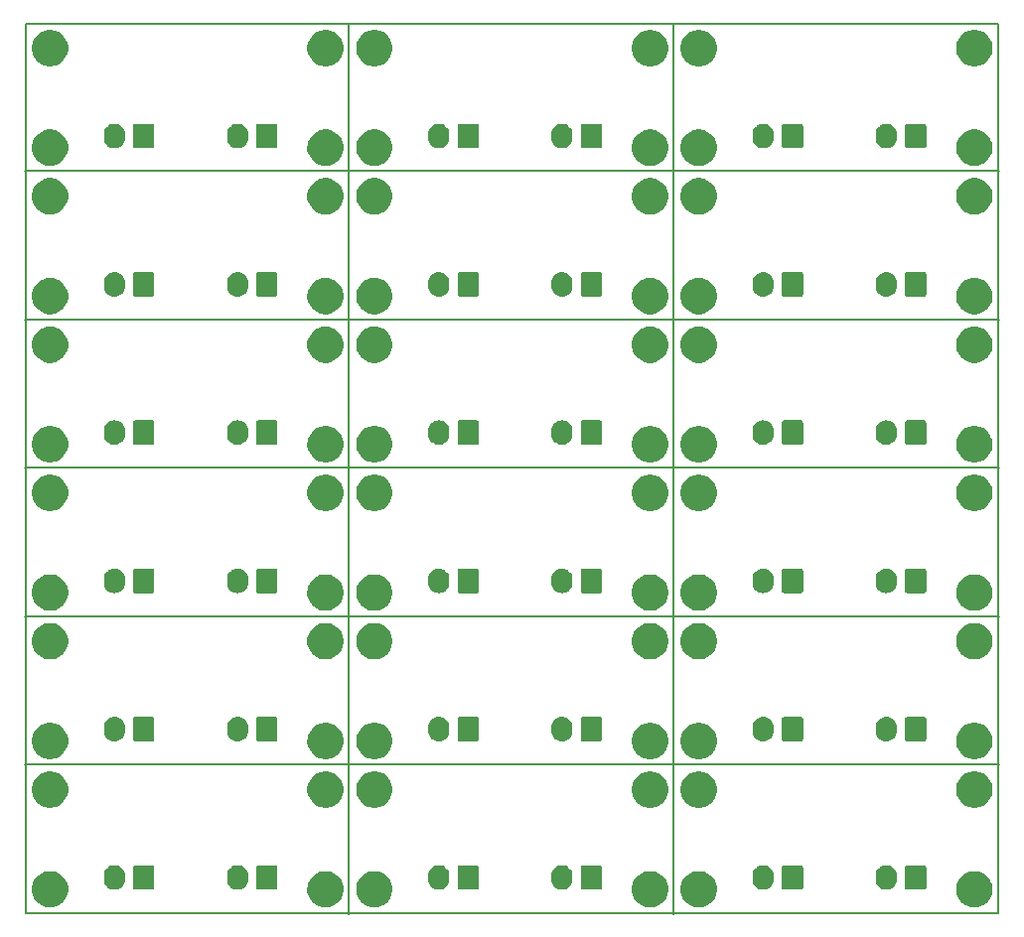
<source format=gts>
%TF.GenerationSoftware,KiCad,Pcbnew,5.0.2+dfsg1-1*%
%TF.CreationDate,2022-04-03T13:42:16+09:00*%
%TF.ProjectId,JST-mounter_panelized,4a53542d-6d6f-4756-9e74-65725f70616e,rev?*%
%TF.SameCoordinates,Original*%
%TF.FileFunction,Soldermask,Top*%
%TF.FilePolarity,Negative*%
%FSLAX46Y46*%
G04 Gerber Fmt 4.6, Leading zero omitted, Abs format (unit mm)*
G04 Created by KiCad (PCBNEW 5.0.2+dfsg1-1) date Sun 03 Apr 2022 01:42:16 PM JST*
%MOMM*%
%LPD*%
G01*
G04 APERTURE LIST*
%ADD10C,0.150000*%
%ADD11C,0.100000*%
G04 APERTURE END LIST*
D10*
X137899998Y-117600008D02*
X220900006Y-117600008D01*
X137899998Y-104950006D02*
X220900006Y-104950006D01*
X137899998Y-92300004D02*
X220900006Y-92300004D01*
X137899998Y-79650002D02*
X220900006Y-79650002D01*
X137899998Y-67000000D02*
X220900006Y-67000000D01*
X193150002Y-54399998D02*
X193150002Y-130350012D01*
X165500000Y-54399998D02*
X165500000Y-130350012D01*
X137924999Y-130325011D02*
X137924999Y-54424999D01*
X220875005Y-130325011D02*
X137924999Y-130325011D01*
X220875005Y-54424999D02*
X220875005Y-130325011D01*
X137924999Y-54424999D02*
X220875005Y-54424999D01*
D11*
G36*
X219152531Y-126738746D02*
X219252414Y-126758614D01*
X219534678Y-126875531D01*
X219788709Y-127045269D01*
X220004745Y-127261305D01*
X220174483Y-127515336D01*
X220270224Y-127746477D01*
X220291400Y-127797601D01*
X220349107Y-128087709D01*
X220351004Y-128097250D01*
X220351004Y-128402770D01*
X220291400Y-128702420D01*
X220174483Y-128984684D01*
X220004745Y-129238715D01*
X219788709Y-129454751D01*
X219534678Y-129624489D01*
X219252414Y-129741406D01*
X219152531Y-129761274D01*
X218952766Y-129801010D01*
X218647242Y-129801010D01*
X218447477Y-129761274D01*
X218347594Y-129741406D01*
X218065330Y-129624489D01*
X217811299Y-129454751D01*
X217595263Y-129238715D01*
X217425525Y-128984684D01*
X217308608Y-128702420D01*
X217249004Y-128402770D01*
X217249004Y-128097250D01*
X217250902Y-128087709D01*
X217308608Y-127797601D01*
X217329784Y-127746477D01*
X217425525Y-127515336D01*
X217595263Y-127261305D01*
X217811299Y-127045269D01*
X218065330Y-126875531D01*
X218347594Y-126758614D01*
X218447477Y-126738746D01*
X218647242Y-126699010D01*
X218952766Y-126699010D01*
X219152531Y-126738746D01*
X219152531Y-126738746D01*
G37*
G36*
X191502529Y-126738746D02*
X191602412Y-126758614D01*
X191884676Y-126875531D01*
X192138707Y-127045269D01*
X192354743Y-127261305D01*
X192524481Y-127515336D01*
X192620222Y-127746477D01*
X192641398Y-127797601D01*
X192699105Y-128087709D01*
X192701002Y-128097250D01*
X192701002Y-128402770D01*
X192641398Y-128702420D01*
X192524481Y-128984684D01*
X192354743Y-129238715D01*
X192138707Y-129454751D01*
X191884676Y-129624489D01*
X191602412Y-129741406D01*
X191502529Y-129761274D01*
X191302764Y-129801010D01*
X190997240Y-129801010D01*
X190797475Y-129761274D01*
X190697592Y-129741406D01*
X190415328Y-129624489D01*
X190161297Y-129454751D01*
X189945261Y-129238715D01*
X189775523Y-128984684D01*
X189658606Y-128702420D01*
X189599002Y-128402770D01*
X189599002Y-128097250D01*
X189600900Y-128087709D01*
X189658606Y-127797601D01*
X189679782Y-127746477D01*
X189775523Y-127515336D01*
X189945261Y-127261305D01*
X190161297Y-127045269D01*
X190415328Y-126875531D01*
X190697592Y-126758614D01*
X190797475Y-126738746D01*
X190997240Y-126699010D01*
X191302764Y-126699010D01*
X191502529Y-126738746D01*
X191502529Y-126738746D01*
G37*
G36*
X195652531Y-126738746D02*
X195752414Y-126758614D01*
X196034678Y-126875531D01*
X196288709Y-127045269D01*
X196504745Y-127261305D01*
X196674483Y-127515336D01*
X196770224Y-127746477D01*
X196791400Y-127797601D01*
X196849107Y-128087709D01*
X196851004Y-128097250D01*
X196851004Y-128402770D01*
X196791400Y-128702420D01*
X196674483Y-128984684D01*
X196504745Y-129238715D01*
X196288709Y-129454751D01*
X196034678Y-129624489D01*
X195752414Y-129741406D01*
X195652531Y-129761274D01*
X195452766Y-129801010D01*
X195147242Y-129801010D01*
X194947477Y-129761274D01*
X194847594Y-129741406D01*
X194565330Y-129624489D01*
X194311299Y-129454751D01*
X194095263Y-129238715D01*
X193925525Y-128984684D01*
X193808608Y-128702420D01*
X193749004Y-128402770D01*
X193749004Y-128097250D01*
X193750902Y-128087709D01*
X193808608Y-127797601D01*
X193829784Y-127746477D01*
X193925525Y-127515336D01*
X194095263Y-127261305D01*
X194311299Y-127045269D01*
X194565330Y-126875531D01*
X194847594Y-126758614D01*
X194947477Y-126738746D01*
X195147242Y-126699010D01*
X195452766Y-126699010D01*
X195652531Y-126738746D01*
X195652531Y-126738746D01*
G37*
G36*
X168002529Y-126738746D02*
X168102412Y-126758614D01*
X168384676Y-126875531D01*
X168638707Y-127045269D01*
X168854743Y-127261305D01*
X169024481Y-127515336D01*
X169120222Y-127746477D01*
X169141398Y-127797601D01*
X169199105Y-128087709D01*
X169201002Y-128097250D01*
X169201002Y-128402770D01*
X169141398Y-128702420D01*
X169024481Y-128984684D01*
X168854743Y-129238715D01*
X168638707Y-129454751D01*
X168384676Y-129624489D01*
X168102412Y-129741406D01*
X168002529Y-129761274D01*
X167802764Y-129801010D01*
X167497240Y-129801010D01*
X167297475Y-129761274D01*
X167197592Y-129741406D01*
X166915328Y-129624489D01*
X166661297Y-129454751D01*
X166445261Y-129238715D01*
X166275523Y-128984684D01*
X166158606Y-128702420D01*
X166099002Y-128402770D01*
X166099002Y-128097250D01*
X166100900Y-128087709D01*
X166158606Y-127797601D01*
X166179782Y-127746477D01*
X166275523Y-127515336D01*
X166445261Y-127261305D01*
X166661297Y-127045269D01*
X166915328Y-126875531D01*
X167197592Y-126758614D01*
X167297475Y-126738746D01*
X167497240Y-126699010D01*
X167802764Y-126699010D01*
X168002529Y-126738746D01*
X168002529Y-126738746D01*
G37*
G36*
X140352527Y-126738746D02*
X140452410Y-126758614D01*
X140734674Y-126875531D01*
X140988705Y-127045269D01*
X141204741Y-127261305D01*
X141374479Y-127515336D01*
X141470220Y-127746477D01*
X141491396Y-127797601D01*
X141549103Y-128087709D01*
X141551000Y-128097250D01*
X141551000Y-128402770D01*
X141491396Y-128702420D01*
X141374479Y-128984684D01*
X141204741Y-129238715D01*
X140988705Y-129454751D01*
X140734674Y-129624489D01*
X140452410Y-129741406D01*
X140352527Y-129761274D01*
X140152762Y-129801010D01*
X139847238Y-129801010D01*
X139647473Y-129761274D01*
X139547590Y-129741406D01*
X139265326Y-129624489D01*
X139011295Y-129454751D01*
X138795259Y-129238715D01*
X138625521Y-128984684D01*
X138508604Y-128702420D01*
X138449000Y-128402770D01*
X138449000Y-128097250D01*
X138450898Y-128087709D01*
X138508604Y-127797601D01*
X138529780Y-127746477D01*
X138625521Y-127515336D01*
X138795259Y-127261305D01*
X139011295Y-127045269D01*
X139265326Y-126875531D01*
X139547590Y-126758614D01*
X139647473Y-126738746D01*
X139847238Y-126699010D01*
X140152762Y-126699010D01*
X140352527Y-126738746D01*
X140352527Y-126738746D01*
G37*
G36*
X163852527Y-126738746D02*
X163952410Y-126758614D01*
X164234674Y-126875531D01*
X164488705Y-127045269D01*
X164704741Y-127261305D01*
X164874479Y-127515336D01*
X164970220Y-127746477D01*
X164991396Y-127797601D01*
X165049103Y-128087709D01*
X165051000Y-128097250D01*
X165051000Y-128402770D01*
X164991396Y-128702420D01*
X164874479Y-128984684D01*
X164704741Y-129238715D01*
X164488705Y-129454751D01*
X164234674Y-129624489D01*
X163952410Y-129741406D01*
X163852527Y-129761274D01*
X163652762Y-129801010D01*
X163347238Y-129801010D01*
X163147473Y-129761274D01*
X163047590Y-129741406D01*
X162765326Y-129624489D01*
X162511295Y-129454751D01*
X162295259Y-129238715D01*
X162125521Y-128984684D01*
X162008604Y-128702420D01*
X161949000Y-128402770D01*
X161949000Y-128097250D01*
X161950898Y-128087709D01*
X162008604Y-127797601D01*
X162029780Y-127746477D01*
X162125521Y-127515336D01*
X162295259Y-127261305D01*
X162511295Y-127045269D01*
X162765326Y-126875531D01*
X163047590Y-126758614D01*
X163147473Y-126738746D01*
X163347238Y-126699010D01*
X163652762Y-126699010D01*
X163852527Y-126738746D01*
X163852527Y-126738746D01*
G37*
G36*
X200976631Y-126212047D02*
X201089857Y-126246394D01*
X201146471Y-126263567D01*
X201285091Y-126337662D01*
X201302995Y-126347232D01*
X201338733Y-126376562D01*
X201440190Y-126459824D01*
X201523452Y-126561281D01*
X201552782Y-126597019D01*
X201636447Y-126753544D01*
X201687967Y-126923384D01*
X201687967Y-126923386D01*
X201699972Y-127045269D01*
X201701004Y-127055753D01*
X201701004Y-127444268D01*
X201687967Y-127576637D01*
X201653620Y-127689863D01*
X201636447Y-127746477D01*
X201609120Y-127797601D01*
X201552782Y-127903001D01*
X201523452Y-127938739D01*
X201440190Y-128040196D01*
X201302993Y-128152789D01*
X201146470Y-128236453D01*
X201105737Y-128248809D01*
X200976630Y-128287973D01*
X200800004Y-128305369D01*
X200623377Y-128287973D01*
X200494270Y-128248809D01*
X200453537Y-128236453D01*
X200297015Y-128152789D01*
X200297013Y-128152788D01*
X200229340Y-128097250D01*
X200159818Y-128040196D01*
X200047225Y-127902999D01*
X199963561Y-127746476D01*
X199946388Y-127689862D01*
X199912041Y-127576636D01*
X199899004Y-127444267D01*
X199899004Y-127055752D01*
X199912041Y-126923383D01*
X199963561Y-126753544D01*
X199963561Y-126753543D01*
X200047226Y-126597018D01*
X200159816Y-126459827D01*
X200254754Y-126381914D01*
X200297014Y-126347232D01*
X200314918Y-126337662D01*
X200453538Y-126263567D01*
X200510152Y-126246394D01*
X200623378Y-126212047D01*
X200800004Y-126194651D01*
X200976631Y-126212047D01*
X200976631Y-126212047D01*
G37*
G36*
X145676627Y-126212047D02*
X145789853Y-126246394D01*
X145846467Y-126263567D01*
X145985087Y-126337662D01*
X146002991Y-126347232D01*
X146038729Y-126376562D01*
X146140186Y-126459824D01*
X146223448Y-126561281D01*
X146252778Y-126597019D01*
X146336443Y-126753544D01*
X146387963Y-126923384D01*
X146387963Y-126923386D01*
X146399968Y-127045269D01*
X146401000Y-127055753D01*
X146401000Y-127444268D01*
X146387963Y-127576637D01*
X146353616Y-127689863D01*
X146336443Y-127746477D01*
X146309116Y-127797601D01*
X146252778Y-127903001D01*
X146223448Y-127938739D01*
X146140186Y-128040196D01*
X146002989Y-128152789D01*
X145846466Y-128236453D01*
X145805733Y-128248809D01*
X145676626Y-128287973D01*
X145500000Y-128305369D01*
X145323373Y-128287973D01*
X145194266Y-128248809D01*
X145153533Y-128236453D01*
X144997011Y-128152789D01*
X144997009Y-128152788D01*
X144929336Y-128097250D01*
X144859814Y-128040196D01*
X144747221Y-127902999D01*
X144663557Y-127746476D01*
X144646384Y-127689862D01*
X144612037Y-127576636D01*
X144599000Y-127444267D01*
X144599000Y-127055752D01*
X144612037Y-126923383D01*
X144663557Y-126753544D01*
X144663557Y-126753543D01*
X144747222Y-126597018D01*
X144859812Y-126459827D01*
X144954750Y-126381914D01*
X144997010Y-126347232D01*
X145014914Y-126337662D01*
X145153534Y-126263567D01*
X145210148Y-126246394D01*
X145323374Y-126212047D01*
X145500000Y-126194651D01*
X145676627Y-126212047D01*
X145676627Y-126212047D01*
G37*
G36*
X156176627Y-126212047D02*
X156289853Y-126246394D01*
X156346467Y-126263567D01*
X156485087Y-126337662D01*
X156502991Y-126347232D01*
X156538729Y-126376562D01*
X156640186Y-126459824D01*
X156723448Y-126561281D01*
X156752778Y-126597019D01*
X156836443Y-126753544D01*
X156887963Y-126923384D01*
X156887963Y-126923386D01*
X156899968Y-127045269D01*
X156901000Y-127055753D01*
X156901000Y-127444268D01*
X156887963Y-127576637D01*
X156853616Y-127689863D01*
X156836443Y-127746477D01*
X156809116Y-127797601D01*
X156752778Y-127903001D01*
X156723448Y-127938739D01*
X156640186Y-128040196D01*
X156502989Y-128152789D01*
X156346466Y-128236453D01*
X156305733Y-128248809D01*
X156176626Y-128287973D01*
X156000000Y-128305369D01*
X155823373Y-128287973D01*
X155694266Y-128248809D01*
X155653533Y-128236453D01*
X155497011Y-128152789D01*
X155497009Y-128152788D01*
X155429336Y-128097250D01*
X155359814Y-128040196D01*
X155247221Y-127902999D01*
X155163557Y-127746476D01*
X155146384Y-127689862D01*
X155112037Y-127576636D01*
X155099000Y-127444267D01*
X155099000Y-127055752D01*
X155112037Y-126923383D01*
X155163557Y-126753544D01*
X155163557Y-126753543D01*
X155247222Y-126597018D01*
X155359812Y-126459827D01*
X155454750Y-126381914D01*
X155497010Y-126347232D01*
X155514914Y-126337662D01*
X155653534Y-126263567D01*
X155710148Y-126246394D01*
X155823374Y-126212047D01*
X156000000Y-126194651D01*
X156176627Y-126212047D01*
X156176627Y-126212047D01*
G37*
G36*
X183826629Y-126212047D02*
X183939855Y-126246394D01*
X183996469Y-126263567D01*
X184135089Y-126337662D01*
X184152993Y-126347232D01*
X184188731Y-126376562D01*
X184290188Y-126459824D01*
X184373450Y-126561281D01*
X184402780Y-126597019D01*
X184486445Y-126753544D01*
X184537965Y-126923384D01*
X184537965Y-126923386D01*
X184549970Y-127045269D01*
X184551002Y-127055753D01*
X184551002Y-127444268D01*
X184537965Y-127576637D01*
X184503618Y-127689863D01*
X184486445Y-127746477D01*
X184459118Y-127797601D01*
X184402780Y-127903001D01*
X184373450Y-127938739D01*
X184290188Y-128040196D01*
X184152991Y-128152789D01*
X183996468Y-128236453D01*
X183955735Y-128248809D01*
X183826628Y-128287973D01*
X183650002Y-128305369D01*
X183473375Y-128287973D01*
X183344268Y-128248809D01*
X183303535Y-128236453D01*
X183147013Y-128152789D01*
X183147011Y-128152788D01*
X183079338Y-128097250D01*
X183009816Y-128040196D01*
X182897223Y-127902999D01*
X182813559Y-127746476D01*
X182796386Y-127689862D01*
X182762039Y-127576636D01*
X182749002Y-127444267D01*
X182749002Y-127055752D01*
X182762039Y-126923383D01*
X182813559Y-126753544D01*
X182813559Y-126753543D01*
X182897224Y-126597018D01*
X183009814Y-126459827D01*
X183104752Y-126381914D01*
X183147012Y-126347232D01*
X183164916Y-126337662D01*
X183303536Y-126263567D01*
X183360150Y-126246394D01*
X183473376Y-126212047D01*
X183650002Y-126194651D01*
X183826629Y-126212047D01*
X183826629Y-126212047D01*
G37*
G36*
X211476631Y-126212047D02*
X211589857Y-126246394D01*
X211646471Y-126263567D01*
X211785091Y-126337662D01*
X211802995Y-126347232D01*
X211838733Y-126376562D01*
X211940190Y-126459824D01*
X212023452Y-126561281D01*
X212052782Y-126597019D01*
X212136447Y-126753544D01*
X212187967Y-126923384D01*
X212187967Y-126923386D01*
X212199972Y-127045269D01*
X212201004Y-127055753D01*
X212201004Y-127444268D01*
X212187967Y-127576637D01*
X212153620Y-127689863D01*
X212136447Y-127746477D01*
X212109120Y-127797601D01*
X212052782Y-127903001D01*
X212023452Y-127938739D01*
X211940190Y-128040196D01*
X211802993Y-128152789D01*
X211646470Y-128236453D01*
X211605737Y-128248809D01*
X211476630Y-128287973D01*
X211300004Y-128305369D01*
X211123377Y-128287973D01*
X210994270Y-128248809D01*
X210953537Y-128236453D01*
X210797015Y-128152789D01*
X210797013Y-128152788D01*
X210729340Y-128097250D01*
X210659818Y-128040196D01*
X210547225Y-127902999D01*
X210463561Y-127746476D01*
X210446388Y-127689862D01*
X210412041Y-127576636D01*
X210399004Y-127444267D01*
X210399004Y-127055752D01*
X210412041Y-126923383D01*
X210463561Y-126753544D01*
X210463561Y-126753543D01*
X210547226Y-126597018D01*
X210659816Y-126459827D01*
X210754754Y-126381914D01*
X210797014Y-126347232D01*
X210814918Y-126337662D01*
X210953538Y-126263567D01*
X211010152Y-126246394D01*
X211123378Y-126212047D01*
X211300004Y-126194651D01*
X211476631Y-126212047D01*
X211476631Y-126212047D01*
G37*
G36*
X173326629Y-126212047D02*
X173439855Y-126246394D01*
X173496469Y-126263567D01*
X173635089Y-126337662D01*
X173652993Y-126347232D01*
X173688731Y-126376562D01*
X173790188Y-126459824D01*
X173873450Y-126561281D01*
X173902780Y-126597019D01*
X173986445Y-126753544D01*
X174037965Y-126923384D01*
X174037965Y-126923386D01*
X174049970Y-127045269D01*
X174051002Y-127055753D01*
X174051002Y-127444268D01*
X174037965Y-127576637D01*
X174003618Y-127689863D01*
X173986445Y-127746477D01*
X173959118Y-127797601D01*
X173902780Y-127903001D01*
X173873450Y-127938739D01*
X173790188Y-128040196D01*
X173652991Y-128152789D01*
X173496468Y-128236453D01*
X173455735Y-128248809D01*
X173326628Y-128287973D01*
X173150002Y-128305369D01*
X172973375Y-128287973D01*
X172844268Y-128248809D01*
X172803535Y-128236453D01*
X172647013Y-128152789D01*
X172647011Y-128152788D01*
X172579338Y-128097250D01*
X172509816Y-128040196D01*
X172397223Y-127902999D01*
X172313559Y-127746476D01*
X172296386Y-127689862D01*
X172262039Y-127576636D01*
X172249002Y-127444267D01*
X172249002Y-127055752D01*
X172262039Y-126923383D01*
X172313559Y-126753544D01*
X172313559Y-126753543D01*
X172397224Y-126597018D01*
X172509814Y-126459827D01*
X172604752Y-126381914D01*
X172647012Y-126347232D01*
X172664916Y-126337662D01*
X172803536Y-126263567D01*
X172860150Y-126246394D01*
X172973376Y-126212047D01*
X173150002Y-126194651D01*
X173326629Y-126212047D01*
X173326629Y-126212047D01*
G37*
G36*
X159258600Y-126202999D02*
X159291649Y-126213024D01*
X159322106Y-126229304D01*
X159348799Y-126251211D01*
X159370706Y-126277904D01*
X159386986Y-126308361D01*
X159397011Y-126341410D01*
X159401000Y-126381914D01*
X159401000Y-128118106D01*
X159397011Y-128158610D01*
X159386986Y-128191659D01*
X159370706Y-128222116D01*
X159348799Y-128248809D01*
X159322106Y-128270716D01*
X159291649Y-128286996D01*
X159258600Y-128297021D01*
X159218096Y-128301010D01*
X157781904Y-128301010D01*
X157741400Y-128297021D01*
X157708351Y-128286996D01*
X157677894Y-128270716D01*
X157651201Y-128248809D01*
X157629294Y-128222116D01*
X157613014Y-128191659D01*
X157602989Y-128158610D01*
X157599000Y-128118106D01*
X157599000Y-126381914D01*
X157602989Y-126341410D01*
X157613014Y-126308361D01*
X157629294Y-126277904D01*
X157651201Y-126251211D01*
X157677894Y-126229304D01*
X157708351Y-126213024D01*
X157741400Y-126202999D01*
X157781904Y-126199010D01*
X159218096Y-126199010D01*
X159258600Y-126202999D01*
X159258600Y-126202999D01*
G37*
G36*
X214558604Y-126202999D02*
X214591653Y-126213024D01*
X214622110Y-126229304D01*
X214648803Y-126251211D01*
X214670710Y-126277904D01*
X214686990Y-126308361D01*
X214697015Y-126341410D01*
X214701004Y-126381914D01*
X214701004Y-128118106D01*
X214697015Y-128158610D01*
X214686990Y-128191659D01*
X214670710Y-128222116D01*
X214648803Y-128248809D01*
X214622110Y-128270716D01*
X214591653Y-128286996D01*
X214558604Y-128297021D01*
X214518100Y-128301010D01*
X213081908Y-128301010D01*
X213041404Y-128297021D01*
X213008355Y-128286996D01*
X212977898Y-128270716D01*
X212951205Y-128248809D01*
X212929298Y-128222116D01*
X212913018Y-128191659D01*
X212902993Y-128158610D01*
X212899004Y-128118106D01*
X212899004Y-126381914D01*
X212902993Y-126341410D01*
X212913018Y-126308361D01*
X212929298Y-126277904D01*
X212951205Y-126251211D01*
X212977898Y-126229304D01*
X213008355Y-126213024D01*
X213041404Y-126202999D01*
X213081908Y-126199010D01*
X214518100Y-126199010D01*
X214558604Y-126202999D01*
X214558604Y-126202999D01*
G37*
G36*
X186908602Y-126202999D02*
X186941651Y-126213024D01*
X186972108Y-126229304D01*
X186998801Y-126251211D01*
X187020708Y-126277904D01*
X187036988Y-126308361D01*
X187047013Y-126341410D01*
X187051002Y-126381914D01*
X187051002Y-128118106D01*
X187047013Y-128158610D01*
X187036988Y-128191659D01*
X187020708Y-128222116D01*
X186998801Y-128248809D01*
X186972108Y-128270716D01*
X186941651Y-128286996D01*
X186908602Y-128297021D01*
X186868098Y-128301010D01*
X185431906Y-128301010D01*
X185391402Y-128297021D01*
X185358353Y-128286996D01*
X185327896Y-128270716D01*
X185301203Y-128248809D01*
X185279296Y-128222116D01*
X185263016Y-128191659D01*
X185252991Y-128158610D01*
X185249002Y-128118106D01*
X185249002Y-126381914D01*
X185252991Y-126341410D01*
X185263016Y-126308361D01*
X185279296Y-126277904D01*
X185301203Y-126251211D01*
X185327896Y-126229304D01*
X185358353Y-126213024D01*
X185391402Y-126202999D01*
X185431906Y-126199010D01*
X186868098Y-126199010D01*
X186908602Y-126202999D01*
X186908602Y-126202999D01*
G37*
G36*
X204058604Y-126202999D02*
X204091653Y-126213024D01*
X204122110Y-126229304D01*
X204148803Y-126251211D01*
X204170710Y-126277904D01*
X204186990Y-126308361D01*
X204197015Y-126341410D01*
X204201004Y-126381914D01*
X204201004Y-128118106D01*
X204197015Y-128158610D01*
X204186990Y-128191659D01*
X204170710Y-128222116D01*
X204148803Y-128248809D01*
X204122110Y-128270716D01*
X204091653Y-128286996D01*
X204058604Y-128297021D01*
X204018100Y-128301010D01*
X202581908Y-128301010D01*
X202541404Y-128297021D01*
X202508355Y-128286996D01*
X202477898Y-128270716D01*
X202451205Y-128248809D01*
X202429298Y-128222116D01*
X202413018Y-128191659D01*
X202402993Y-128158610D01*
X202399004Y-128118106D01*
X202399004Y-126381914D01*
X202402993Y-126341410D01*
X202413018Y-126308361D01*
X202429298Y-126277904D01*
X202451205Y-126251211D01*
X202477898Y-126229304D01*
X202508355Y-126213024D01*
X202541404Y-126202999D01*
X202581908Y-126199010D01*
X204018100Y-126199010D01*
X204058604Y-126202999D01*
X204058604Y-126202999D01*
G37*
G36*
X176408602Y-126202999D02*
X176441651Y-126213024D01*
X176472108Y-126229304D01*
X176498801Y-126251211D01*
X176520708Y-126277904D01*
X176536988Y-126308361D01*
X176547013Y-126341410D01*
X176551002Y-126381914D01*
X176551002Y-128118106D01*
X176547013Y-128158610D01*
X176536988Y-128191659D01*
X176520708Y-128222116D01*
X176498801Y-128248809D01*
X176472108Y-128270716D01*
X176441651Y-128286996D01*
X176408602Y-128297021D01*
X176368098Y-128301010D01*
X174931906Y-128301010D01*
X174891402Y-128297021D01*
X174858353Y-128286996D01*
X174827896Y-128270716D01*
X174801203Y-128248809D01*
X174779296Y-128222116D01*
X174763016Y-128191659D01*
X174752991Y-128158610D01*
X174749002Y-128118106D01*
X174749002Y-126381914D01*
X174752991Y-126341410D01*
X174763016Y-126308361D01*
X174779296Y-126277904D01*
X174801203Y-126251211D01*
X174827896Y-126229304D01*
X174858353Y-126213024D01*
X174891402Y-126202999D01*
X174931906Y-126199010D01*
X176368098Y-126199010D01*
X176408602Y-126202999D01*
X176408602Y-126202999D01*
G37*
G36*
X148758600Y-126202999D02*
X148791649Y-126213024D01*
X148822106Y-126229304D01*
X148848799Y-126251211D01*
X148870706Y-126277904D01*
X148886986Y-126308361D01*
X148897011Y-126341410D01*
X148901000Y-126381914D01*
X148901000Y-128118106D01*
X148897011Y-128158610D01*
X148886986Y-128191659D01*
X148870706Y-128222116D01*
X148848799Y-128248809D01*
X148822106Y-128270716D01*
X148791649Y-128286996D01*
X148758600Y-128297021D01*
X148718096Y-128301010D01*
X147281904Y-128301010D01*
X147241400Y-128297021D01*
X147208351Y-128286996D01*
X147177894Y-128270716D01*
X147151201Y-128248809D01*
X147129294Y-128222116D01*
X147113014Y-128191659D01*
X147102989Y-128158610D01*
X147099000Y-128118106D01*
X147099000Y-126381914D01*
X147102989Y-126341410D01*
X147113014Y-126308361D01*
X147129294Y-126277904D01*
X147151201Y-126251211D01*
X147177894Y-126229304D01*
X147208351Y-126213024D01*
X147241400Y-126202999D01*
X147281904Y-126199010D01*
X148718096Y-126199010D01*
X148758600Y-126202999D01*
X148758600Y-126202999D01*
G37*
G36*
X140352527Y-118238746D02*
X140452410Y-118258614D01*
X140734674Y-118375531D01*
X140988705Y-118545269D01*
X141204741Y-118761305D01*
X141374479Y-119015336D01*
X141491396Y-119297600D01*
X141551000Y-119597250D01*
X141551000Y-119902770D01*
X141491396Y-120202420D01*
X141374479Y-120484684D01*
X141204741Y-120738715D01*
X140988705Y-120954751D01*
X140734674Y-121124489D01*
X140452410Y-121241406D01*
X140352527Y-121261274D01*
X140152762Y-121301010D01*
X139847238Y-121301010D01*
X139647473Y-121261274D01*
X139547590Y-121241406D01*
X139265326Y-121124489D01*
X139011295Y-120954751D01*
X138795259Y-120738715D01*
X138625521Y-120484684D01*
X138508604Y-120202420D01*
X138449000Y-119902770D01*
X138449000Y-119597250D01*
X138508604Y-119297600D01*
X138625521Y-119015336D01*
X138795259Y-118761305D01*
X139011295Y-118545269D01*
X139265326Y-118375531D01*
X139547590Y-118258614D01*
X139647473Y-118238746D01*
X139847238Y-118199010D01*
X140152762Y-118199010D01*
X140352527Y-118238746D01*
X140352527Y-118238746D01*
G37*
G36*
X191502529Y-118238746D02*
X191602412Y-118258614D01*
X191884676Y-118375531D01*
X192138707Y-118545269D01*
X192354743Y-118761305D01*
X192524481Y-119015336D01*
X192641398Y-119297600D01*
X192701002Y-119597250D01*
X192701002Y-119902770D01*
X192641398Y-120202420D01*
X192524481Y-120484684D01*
X192354743Y-120738715D01*
X192138707Y-120954751D01*
X191884676Y-121124489D01*
X191602412Y-121241406D01*
X191502529Y-121261274D01*
X191302764Y-121301010D01*
X190997240Y-121301010D01*
X190797475Y-121261274D01*
X190697592Y-121241406D01*
X190415328Y-121124489D01*
X190161297Y-120954751D01*
X189945261Y-120738715D01*
X189775523Y-120484684D01*
X189658606Y-120202420D01*
X189599002Y-119902770D01*
X189599002Y-119597250D01*
X189658606Y-119297600D01*
X189775523Y-119015336D01*
X189945261Y-118761305D01*
X190161297Y-118545269D01*
X190415328Y-118375531D01*
X190697592Y-118258614D01*
X190797475Y-118238746D01*
X190997240Y-118199010D01*
X191302764Y-118199010D01*
X191502529Y-118238746D01*
X191502529Y-118238746D01*
G37*
G36*
X163852527Y-118238746D02*
X163952410Y-118258614D01*
X164234674Y-118375531D01*
X164488705Y-118545269D01*
X164704741Y-118761305D01*
X164874479Y-119015336D01*
X164991396Y-119297600D01*
X165051000Y-119597250D01*
X165051000Y-119902770D01*
X164991396Y-120202420D01*
X164874479Y-120484684D01*
X164704741Y-120738715D01*
X164488705Y-120954751D01*
X164234674Y-121124489D01*
X163952410Y-121241406D01*
X163852527Y-121261274D01*
X163652762Y-121301010D01*
X163347238Y-121301010D01*
X163147473Y-121261274D01*
X163047590Y-121241406D01*
X162765326Y-121124489D01*
X162511295Y-120954751D01*
X162295259Y-120738715D01*
X162125521Y-120484684D01*
X162008604Y-120202420D01*
X161949000Y-119902770D01*
X161949000Y-119597250D01*
X162008604Y-119297600D01*
X162125521Y-119015336D01*
X162295259Y-118761305D01*
X162511295Y-118545269D01*
X162765326Y-118375531D01*
X163047590Y-118258614D01*
X163147473Y-118238746D01*
X163347238Y-118199010D01*
X163652762Y-118199010D01*
X163852527Y-118238746D01*
X163852527Y-118238746D01*
G37*
G36*
X168002529Y-118238746D02*
X168102412Y-118258614D01*
X168384676Y-118375531D01*
X168638707Y-118545269D01*
X168854743Y-118761305D01*
X169024481Y-119015336D01*
X169141398Y-119297600D01*
X169201002Y-119597250D01*
X169201002Y-119902770D01*
X169141398Y-120202420D01*
X169024481Y-120484684D01*
X168854743Y-120738715D01*
X168638707Y-120954751D01*
X168384676Y-121124489D01*
X168102412Y-121241406D01*
X168002529Y-121261274D01*
X167802764Y-121301010D01*
X167497240Y-121301010D01*
X167297475Y-121261274D01*
X167197592Y-121241406D01*
X166915328Y-121124489D01*
X166661297Y-120954751D01*
X166445261Y-120738715D01*
X166275523Y-120484684D01*
X166158606Y-120202420D01*
X166099002Y-119902770D01*
X166099002Y-119597250D01*
X166158606Y-119297600D01*
X166275523Y-119015336D01*
X166445261Y-118761305D01*
X166661297Y-118545269D01*
X166915328Y-118375531D01*
X167197592Y-118258614D01*
X167297475Y-118238746D01*
X167497240Y-118199010D01*
X167802764Y-118199010D01*
X168002529Y-118238746D01*
X168002529Y-118238746D01*
G37*
G36*
X219152531Y-118238746D02*
X219252414Y-118258614D01*
X219534678Y-118375531D01*
X219788709Y-118545269D01*
X220004745Y-118761305D01*
X220174483Y-119015336D01*
X220291400Y-119297600D01*
X220351004Y-119597250D01*
X220351004Y-119902770D01*
X220291400Y-120202420D01*
X220174483Y-120484684D01*
X220004745Y-120738715D01*
X219788709Y-120954751D01*
X219534678Y-121124489D01*
X219252414Y-121241406D01*
X219152531Y-121261274D01*
X218952766Y-121301010D01*
X218647242Y-121301010D01*
X218447477Y-121261274D01*
X218347594Y-121241406D01*
X218065330Y-121124489D01*
X217811299Y-120954751D01*
X217595263Y-120738715D01*
X217425525Y-120484684D01*
X217308608Y-120202420D01*
X217249004Y-119902770D01*
X217249004Y-119597250D01*
X217308608Y-119297600D01*
X217425525Y-119015336D01*
X217595263Y-118761305D01*
X217811299Y-118545269D01*
X218065330Y-118375531D01*
X218347594Y-118258614D01*
X218447477Y-118238746D01*
X218647242Y-118199010D01*
X218952766Y-118199010D01*
X219152531Y-118238746D01*
X219152531Y-118238746D01*
G37*
G36*
X195652531Y-118238746D02*
X195752414Y-118258614D01*
X196034678Y-118375531D01*
X196288709Y-118545269D01*
X196504745Y-118761305D01*
X196674483Y-119015336D01*
X196791400Y-119297600D01*
X196851004Y-119597250D01*
X196851004Y-119902770D01*
X196791400Y-120202420D01*
X196674483Y-120484684D01*
X196504745Y-120738715D01*
X196288709Y-120954751D01*
X196034678Y-121124489D01*
X195752414Y-121241406D01*
X195652531Y-121261274D01*
X195452766Y-121301010D01*
X195147242Y-121301010D01*
X194947477Y-121261274D01*
X194847594Y-121241406D01*
X194565330Y-121124489D01*
X194311299Y-120954751D01*
X194095263Y-120738715D01*
X193925525Y-120484684D01*
X193808608Y-120202420D01*
X193749004Y-119902770D01*
X193749004Y-119597250D01*
X193808608Y-119297600D01*
X193925525Y-119015336D01*
X194095263Y-118761305D01*
X194311299Y-118545269D01*
X194565330Y-118375531D01*
X194847594Y-118258614D01*
X194947477Y-118238746D01*
X195147242Y-118199010D01*
X195452766Y-118199010D01*
X195652531Y-118238746D01*
X195652531Y-118238746D01*
G37*
G36*
X140352527Y-114088744D02*
X140452410Y-114108612D01*
X140734674Y-114225529D01*
X140988705Y-114395267D01*
X141204741Y-114611303D01*
X141374479Y-114865334D01*
X141470220Y-115096475D01*
X141491396Y-115147599D01*
X141549103Y-115437707D01*
X141551000Y-115447248D01*
X141551000Y-115752768D01*
X141491396Y-116052418D01*
X141374479Y-116334682D01*
X141204741Y-116588713D01*
X140988705Y-116804749D01*
X140734674Y-116974487D01*
X140452410Y-117091404D01*
X140352527Y-117111272D01*
X140152762Y-117151008D01*
X139847238Y-117151008D01*
X139647473Y-117111272D01*
X139547590Y-117091404D01*
X139265326Y-116974487D01*
X139011295Y-116804749D01*
X138795259Y-116588713D01*
X138625521Y-116334682D01*
X138508604Y-116052418D01*
X138449000Y-115752768D01*
X138449000Y-115447248D01*
X138450898Y-115437707D01*
X138508604Y-115147599D01*
X138529780Y-115096475D01*
X138625521Y-114865334D01*
X138795259Y-114611303D01*
X139011295Y-114395267D01*
X139265326Y-114225529D01*
X139547590Y-114108612D01*
X139647473Y-114088744D01*
X139847238Y-114049008D01*
X140152762Y-114049008D01*
X140352527Y-114088744D01*
X140352527Y-114088744D01*
G37*
G36*
X195652531Y-114088744D02*
X195752414Y-114108612D01*
X196034678Y-114225529D01*
X196288709Y-114395267D01*
X196504745Y-114611303D01*
X196674483Y-114865334D01*
X196770224Y-115096475D01*
X196791400Y-115147599D01*
X196849107Y-115437707D01*
X196851004Y-115447248D01*
X196851004Y-115752768D01*
X196791400Y-116052418D01*
X196674483Y-116334682D01*
X196504745Y-116588713D01*
X196288709Y-116804749D01*
X196034678Y-116974487D01*
X195752414Y-117091404D01*
X195652531Y-117111272D01*
X195452766Y-117151008D01*
X195147242Y-117151008D01*
X194947477Y-117111272D01*
X194847594Y-117091404D01*
X194565330Y-116974487D01*
X194311299Y-116804749D01*
X194095263Y-116588713D01*
X193925525Y-116334682D01*
X193808608Y-116052418D01*
X193749004Y-115752768D01*
X193749004Y-115447248D01*
X193750902Y-115437707D01*
X193808608Y-115147599D01*
X193829784Y-115096475D01*
X193925525Y-114865334D01*
X194095263Y-114611303D01*
X194311299Y-114395267D01*
X194565330Y-114225529D01*
X194847594Y-114108612D01*
X194947477Y-114088744D01*
X195147242Y-114049008D01*
X195452766Y-114049008D01*
X195652531Y-114088744D01*
X195652531Y-114088744D01*
G37*
G36*
X163852527Y-114088744D02*
X163952410Y-114108612D01*
X164234674Y-114225529D01*
X164488705Y-114395267D01*
X164704741Y-114611303D01*
X164874479Y-114865334D01*
X164970220Y-115096475D01*
X164991396Y-115147599D01*
X165049103Y-115437707D01*
X165051000Y-115447248D01*
X165051000Y-115752768D01*
X164991396Y-116052418D01*
X164874479Y-116334682D01*
X164704741Y-116588713D01*
X164488705Y-116804749D01*
X164234674Y-116974487D01*
X163952410Y-117091404D01*
X163852527Y-117111272D01*
X163652762Y-117151008D01*
X163347238Y-117151008D01*
X163147473Y-117111272D01*
X163047590Y-117091404D01*
X162765326Y-116974487D01*
X162511295Y-116804749D01*
X162295259Y-116588713D01*
X162125521Y-116334682D01*
X162008604Y-116052418D01*
X161949000Y-115752768D01*
X161949000Y-115447248D01*
X161950898Y-115437707D01*
X162008604Y-115147599D01*
X162029780Y-115096475D01*
X162125521Y-114865334D01*
X162295259Y-114611303D01*
X162511295Y-114395267D01*
X162765326Y-114225529D01*
X163047590Y-114108612D01*
X163147473Y-114088744D01*
X163347238Y-114049008D01*
X163652762Y-114049008D01*
X163852527Y-114088744D01*
X163852527Y-114088744D01*
G37*
G36*
X168002529Y-114088744D02*
X168102412Y-114108612D01*
X168384676Y-114225529D01*
X168638707Y-114395267D01*
X168854743Y-114611303D01*
X169024481Y-114865334D01*
X169120222Y-115096475D01*
X169141398Y-115147599D01*
X169199105Y-115437707D01*
X169201002Y-115447248D01*
X169201002Y-115752768D01*
X169141398Y-116052418D01*
X169024481Y-116334682D01*
X168854743Y-116588713D01*
X168638707Y-116804749D01*
X168384676Y-116974487D01*
X168102412Y-117091404D01*
X168002529Y-117111272D01*
X167802764Y-117151008D01*
X167497240Y-117151008D01*
X167297475Y-117111272D01*
X167197592Y-117091404D01*
X166915328Y-116974487D01*
X166661297Y-116804749D01*
X166445261Y-116588713D01*
X166275523Y-116334682D01*
X166158606Y-116052418D01*
X166099002Y-115752768D01*
X166099002Y-115447248D01*
X166100900Y-115437707D01*
X166158606Y-115147599D01*
X166179782Y-115096475D01*
X166275523Y-114865334D01*
X166445261Y-114611303D01*
X166661297Y-114395267D01*
X166915328Y-114225529D01*
X167197592Y-114108612D01*
X167297475Y-114088744D01*
X167497240Y-114049008D01*
X167802764Y-114049008D01*
X168002529Y-114088744D01*
X168002529Y-114088744D01*
G37*
G36*
X191502529Y-114088744D02*
X191602412Y-114108612D01*
X191884676Y-114225529D01*
X192138707Y-114395267D01*
X192354743Y-114611303D01*
X192524481Y-114865334D01*
X192620222Y-115096475D01*
X192641398Y-115147599D01*
X192699105Y-115437707D01*
X192701002Y-115447248D01*
X192701002Y-115752768D01*
X192641398Y-116052418D01*
X192524481Y-116334682D01*
X192354743Y-116588713D01*
X192138707Y-116804749D01*
X191884676Y-116974487D01*
X191602412Y-117091404D01*
X191502529Y-117111272D01*
X191302764Y-117151008D01*
X190997240Y-117151008D01*
X190797475Y-117111272D01*
X190697592Y-117091404D01*
X190415328Y-116974487D01*
X190161297Y-116804749D01*
X189945261Y-116588713D01*
X189775523Y-116334682D01*
X189658606Y-116052418D01*
X189599002Y-115752768D01*
X189599002Y-115447248D01*
X189600900Y-115437707D01*
X189658606Y-115147599D01*
X189679782Y-115096475D01*
X189775523Y-114865334D01*
X189945261Y-114611303D01*
X190161297Y-114395267D01*
X190415328Y-114225529D01*
X190697592Y-114108612D01*
X190797475Y-114088744D01*
X190997240Y-114049008D01*
X191302764Y-114049008D01*
X191502529Y-114088744D01*
X191502529Y-114088744D01*
G37*
G36*
X219152531Y-114088744D02*
X219252414Y-114108612D01*
X219534678Y-114225529D01*
X219788709Y-114395267D01*
X220004745Y-114611303D01*
X220174483Y-114865334D01*
X220270224Y-115096475D01*
X220291400Y-115147599D01*
X220349107Y-115437707D01*
X220351004Y-115447248D01*
X220351004Y-115752768D01*
X220291400Y-116052418D01*
X220174483Y-116334682D01*
X220004745Y-116588713D01*
X219788709Y-116804749D01*
X219534678Y-116974487D01*
X219252414Y-117091404D01*
X219152531Y-117111272D01*
X218952766Y-117151008D01*
X218647242Y-117151008D01*
X218447477Y-117111272D01*
X218347594Y-117091404D01*
X218065330Y-116974487D01*
X217811299Y-116804749D01*
X217595263Y-116588713D01*
X217425525Y-116334682D01*
X217308608Y-116052418D01*
X217249004Y-115752768D01*
X217249004Y-115447248D01*
X217250902Y-115437707D01*
X217308608Y-115147599D01*
X217329784Y-115096475D01*
X217425525Y-114865334D01*
X217595263Y-114611303D01*
X217811299Y-114395267D01*
X218065330Y-114225529D01*
X218347594Y-114108612D01*
X218447477Y-114088744D01*
X218647242Y-114049008D01*
X218952766Y-114049008D01*
X219152531Y-114088744D01*
X219152531Y-114088744D01*
G37*
G36*
X145676627Y-113562045D02*
X145789853Y-113596392D01*
X145846467Y-113613565D01*
X145985087Y-113687660D01*
X146002991Y-113697230D01*
X146038729Y-113726560D01*
X146140186Y-113809822D01*
X146223448Y-113911279D01*
X146252778Y-113947017D01*
X146336443Y-114103542D01*
X146387963Y-114273382D01*
X146387963Y-114273384D01*
X146399968Y-114395267D01*
X146401000Y-114405751D01*
X146401000Y-114794266D01*
X146387963Y-114926635D01*
X146353616Y-115039861D01*
X146336443Y-115096475D01*
X146309116Y-115147599D01*
X146252778Y-115252999D01*
X146223448Y-115288737D01*
X146140186Y-115390194D01*
X146002989Y-115502787D01*
X145846466Y-115586451D01*
X145805733Y-115598807D01*
X145676626Y-115637971D01*
X145500000Y-115655367D01*
X145323373Y-115637971D01*
X145194266Y-115598807D01*
X145153533Y-115586451D01*
X144997011Y-115502787D01*
X144997009Y-115502786D01*
X144929336Y-115447248D01*
X144859814Y-115390194D01*
X144747221Y-115252997D01*
X144663557Y-115096474D01*
X144646384Y-115039860D01*
X144612037Y-114926634D01*
X144599000Y-114794265D01*
X144599000Y-114405750D01*
X144612037Y-114273381D01*
X144663557Y-114103542D01*
X144663557Y-114103541D01*
X144747222Y-113947016D01*
X144859812Y-113809825D01*
X144954750Y-113731912D01*
X144997010Y-113697230D01*
X145014914Y-113687660D01*
X145153534Y-113613565D01*
X145210148Y-113596392D01*
X145323374Y-113562045D01*
X145500000Y-113544649D01*
X145676627Y-113562045D01*
X145676627Y-113562045D01*
G37*
G36*
X173326629Y-113562045D02*
X173439855Y-113596392D01*
X173496469Y-113613565D01*
X173635089Y-113687660D01*
X173652993Y-113697230D01*
X173688731Y-113726560D01*
X173790188Y-113809822D01*
X173873450Y-113911279D01*
X173902780Y-113947017D01*
X173986445Y-114103542D01*
X174037965Y-114273382D01*
X174037965Y-114273384D01*
X174049970Y-114395267D01*
X174051002Y-114405751D01*
X174051002Y-114794266D01*
X174037965Y-114926635D01*
X174003618Y-115039861D01*
X173986445Y-115096475D01*
X173959118Y-115147599D01*
X173902780Y-115252999D01*
X173873450Y-115288737D01*
X173790188Y-115390194D01*
X173652991Y-115502787D01*
X173496468Y-115586451D01*
X173455735Y-115598807D01*
X173326628Y-115637971D01*
X173150002Y-115655367D01*
X172973375Y-115637971D01*
X172844268Y-115598807D01*
X172803535Y-115586451D01*
X172647013Y-115502787D01*
X172647011Y-115502786D01*
X172579338Y-115447248D01*
X172509816Y-115390194D01*
X172397223Y-115252997D01*
X172313559Y-115096474D01*
X172296386Y-115039860D01*
X172262039Y-114926634D01*
X172249002Y-114794265D01*
X172249002Y-114405750D01*
X172262039Y-114273381D01*
X172313559Y-114103542D01*
X172313559Y-114103541D01*
X172397224Y-113947016D01*
X172509814Y-113809825D01*
X172604752Y-113731912D01*
X172647012Y-113697230D01*
X172664916Y-113687660D01*
X172803536Y-113613565D01*
X172860150Y-113596392D01*
X172973376Y-113562045D01*
X173150002Y-113544649D01*
X173326629Y-113562045D01*
X173326629Y-113562045D01*
G37*
G36*
X183826629Y-113562045D02*
X183939855Y-113596392D01*
X183996469Y-113613565D01*
X184135089Y-113687660D01*
X184152993Y-113697230D01*
X184188731Y-113726560D01*
X184290188Y-113809822D01*
X184373450Y-113911279D01*
X184402780Y-113947017D01*
X184486445Y-114103542D01*
X184537965Y-114273382D01*
X184537965Y-114273384D01*
X184549970Y-114395267D01*
X184551002Y-114405751D01*
X184551002Y-114794266D01*
X184537965Y-114926635D01*
X184503618Y-115039861D01*
X184486445Y-115096475D01*
X184459118Y-115147599D01*
X184402780Y-115252999D01*
X184373450Y-115288737D01*
X184290188Y-115390194D01*
X184152991Y-115502787D01*
X183996468Y-115586451D01*
X183955735Y-115598807D01*
X183826628Y-115637971D01*
X183650002Y-115655367D01*
X183473375Y-115637971D01*
X183344268Y-115598807D01*
X183303535Y-115586451D01*
X183147013Y-115502787D01*
X183147011Y-115502786D01*
X183079338Y-115447248D01*
X183009816Y-115390194D01*
X182897223Y-115252997D01*
X182813559Y-115096474D01*
X182796386Y-115039860D01*
X182762039Y-114926634D01*
X182749002Y-114794265D01*
X182749002Y-114405750D01*
X182762039Y-114273381D01*
X182813559Y-114103542D01*
X182813559Y-114103541D01*
X182897224Y-113947016D01*
X183009814Y-113809825D01*
X183104752Y-113731912D01*
X183147012Y-113697230D01*
X183164916Y-113687660D01*
X183303536Y-113613565D01*
X183360150Y-113596392D01*
X183473376Y-113562045D01*
X183650002Y-113544649D01*
X183826629Y-113562045D01*
X183826629Y-113562045D01*
G37*
G36*
X156176627Y-113562045D02*
X156289853Y-113596392D01*
X156346467Y-113613565D01*
X156485087Y-113687660D01*
X156502991Y-113697230D01*
X156538729Y-113726560D01*
X156640186Y-113809822D01*
X156723448Y-113911279D01*
X156752778Y-113947017D01*
X156836443Y-114103542D01*
X156887963Y-114273382D01*
X156887963Y-114273384D01*
X156899968Y-114395267D01*
X156901000Y-114405751D01*
X156901000Y-114794266D01*
X156887963Y-114926635D01*
X156853616Y-115039861D01*
X156836443Y-115096475D01*
X156809116Y-115147599D01*
X156752778Y-115252999D01*
X156723448Y-115288737D01*
X156640186Y-115390194D01*
X156502989Y-115502787D01*
X156346466Y-115586451D01*
X156305733Y-115598807D01*
X156176626Y-115637971D01*
X156000000Y-115655367D01*
X155823373Y-115637971D01*
X155694266Y-115598807D01*
X155653533Y-115586451D01*
X155497011Y-115502787D01*
X155497009Y-115502786D01*
X155429336Y-115447248D01*
X155359814Y-115390194D01*
X155247221Y-115252997D01*
X155163557Y-115096474D01*
X155146384Y-115039860D01*
X155112037Y-114926634D01*
X155099000Y-114794265D01*
X155099000Y-114405750D01*
X155112037Y-114273381D01*
X155163557Y-114103542D01*
X155163557Y-114103541D01*
X155247222Y-113947016D01*
X155359812Y-113809825D01*
X155454750Y-113731912D01*
X155497010Y-113697230D01*
X155514914Y-113687660D01*
X155653534Y-113613565D01*
X155710148Y-113596392D01*
X155823374Y-113562045D01*
X156000000Y-113544649D01*
X156176627Y-113562045D01*
X156176627Y-113562045D01*
G37*
G36*
X200976631Y-113562045D02*
X201089857Y-113596392D01*
X201146471Y-113613565D01*
X201285091Y-113687660D01*
X201302995Y-113697230D01*
X201338733Y-113726560D01*
X201440190Y-113809822D01*
X201523452Y-113911279D01*
X201552782Y-113947017D01*
X201636447Y-114103542D01*
X201687967Y-114273382D01*
X201687967Y-114273384D01*
X201699972Y-114395267D01*
X201701004Y-114405751D01*
X201701004Y-114794266D01*
X201687967Y-114926635D01*
X201653620Y-115039861D01*
X201636447Y-115096475D01*
X201609120Y-115147599D01*
X201552782Y-115252999D01*
X201523452Y-115288737D01*
X201440190Y-115390194D01*
X201302993Y-115502787D01*
X201146470Y-115586451D01*
X201105737Y-115598807D01*
X200976630Y-115637971D01*
X200800004Y-115655367D01*
X200623377Y-115637971D01*
X200494270Y-115598807D01*
X200453537Y-115586451D01*
X200297015Y-115502787D01*
X200297013Y-115502786D01*
X200229340Y-115447248D01*
X200159818Y-115390194D01*
X200047225Y-115252997D01*
X199963561Y-115096474D01*
X199946388Y-115039860D01*
X199912041Y-114926634D01*
X199899004Y-114794265D01*
X199899004Y-114405750D01*
X199912041Y-114273381D01*
X199963561Y-114103542D01*
X199963561Y-114103541D01*
X200047226Y-113947016D01*
X200159816Y-113809825D01*
X200254754Y-113731912D01*
X200297014Y-113697230D01*
X200314918Y-113687660D01*
X200453538Y-113613565D01*
X200510152Y-113596392D01*
X200623378Y-113562045D01*
X200800004Y-113544649D01*
X200976631Y-113562045D01*
X200976631Y-113562045D01*
G37*
G36*
X211476631Y-113562045D02*
X211589857Y-113596392D01*
X211646471Y-113613565D01*
X211785091Y-113687660D01*
X211802995Y-113697230D01*
X211838733Y-113726560D01*
X211940190Y-113809822D01*
X212023452Y-113911279D01*
X212052782Y-113947017D01*
X212136447Y-114103542D01*
X212187967Y-114273382D01*
X212187967Y-114273384D01*
X212199972Y-114395267D01*
X212201004Y-114405751D01*
X212201004Y-114794266D01*
X212187967Y-114926635D01*
X212153620Y-115039861D01*
X212136447Y-115096475D01*
X212109120Y-115147599D01*
X212052782Y-115252999D01*
X212023452Y-115288737D01*
X211940190Y-115390194D01*
X211802993Y-115502787D01*
X211646470Y-115586451D01*
X211605737Y-115598807D01*
X211476630Y-115637971D01*
X211300004Y-115655367D01*
X211123377Y-115637971D01*
X210994270Y-115598807D01*
X210953537Y-115586451D01*
X210797015Y-115502787D01*
X210797013Y-115502786D01*
X210729340Y-115447248D01*
X210659818Y-115390194D01*
X210547225Y-115252997D01*
X210463561Y-115096474D01*
X210446388Y-115039860D01*
X210412041Y-114926634D01*
X210399004Y-114794265D01*
X210399004Y-114405750D01*
X210412041Y-114273381D01*
X210463561Y-114103542D01*
X210463561Y-114103541D01*
X210547226Y-113947016D01*
X210659816Y-113809825D01*
X210754754Y-113731912D01*
X210797014Y-113697230D01*
X210814918Y-113687660D01*
X210953538Y-113613565D01*
X211010152Y-113596392D01*
X211123378Y-113562045D01*
X211300004Y-113544649D01*
X211476631Y-113562045D01*
X211476631Y-113562045D01*
G37*
G36*
X186908602Y-113552997D02*
X186941651Y-113563022D01*
X186972108Y-113579302D01*
X186998801Y-113601209D01*
X187020708Y-113627902D01*
X187036988Y-113658359D01*
X187047013Y-113691408D01*
X187051002Y-113731912D01*
X187051002Y-115468104D01*
X187047013Y-115508608D01*
X187036988Y-115541657D01*
X187020708Y-115572114D01*
X186998801Y-115598807D01*
X186972108Y-115620714D01*
X186941651Y-115636994D01*
X186908602Y-115647019D01*
X186868098Y-115651008D01*
X185431906Y-115651008D01*
X185391402Y-115647019D01*
X185358353Y-115636994D01*
X185327896Y-115620714D01*
X185301203Y-115598807D01*
X185279296Y-115572114D01*
X185263016Y-115541657D01*
X185252991Y-115508608D01*
X185249002Y-115468104D01*
X185249002Y-113731912D01*
X185252991Y-113691408D01*
X185263016Y-113658359D01*
X185279296Y-113627902D01*
X185301203Y-113601209D01*
X185327896Y-113579302D01*
X185358353Y-113563022D01*
X185391402Y-113552997D01*
X185431906Y-113549008D01*
X186868098Y-113549008D01*
X186908602Y-113552997D01*
X186908602Y-113552997D01*
G37*
G36*
X159258600Y-113552997D02*
X159291649Y-113563022D01*
X159322106Y-113579302D01*
X159348799Y-113601209D01*
X159370706Y-113627902D01*
X159386986Y-113658359D01*
X159397011Y-113691408D01*
X159401000Y-113731912D01*
X159401000Y-115468104D01*
X159397011Y-115508608D01*
X159386986Y-115541657D01*
X159370706Y-115572114D01*
X159348799Y-115598807D01*
X159322106Y-115620714D01*
X159291649Y-115636994D01*
X159258600Y-115647019D01*
X159218096Y-115651008D01*
X157781904Y-115651008D01*
X157741400Y-115647019D01*
X157708351Y-115636994D01*
X157677894Y-115620714D01*
X157651201Y-115598807D01*
X157629294Y-115572114D01*
X157613014Y-115541657D01*
X157602989Y-115508608D01*
X157599000Y-115468104D01*
X157599000Y-113731912D01*
X157602989Y-113691408D01*
X157613014Y-113658359D01*
X157629294Y-113627902D01*
X157651201Y-113601209D01*
X157677894Y-113579302D01*
X157708351Y-113563022D01*
X157741400Y-113552997D01*
X157781904Y-113549008D01*
X159218096Y-113549008D01*
X159258600Y-113552997D01*
X159258600Y-113552997D01*
G37*
G36*
X214558604Y-113552997D02*
X214591653Y-113563022D01*
X214622110Y-113579302D01*
X214648803Y-113601209D01*
X214670710Y-113627902D01*
X214686990Y-113658359D01*
X214697015Y-113691408D01*
X214701004Y-113731912D01*
X214701004Y-115468104D01*
X214697015Y-115508608D01*
X214686990Y-115541657D01*
X214670710Y-115572114D01*
X214648803Y-115598807D01*
X214622110Y-115620714D01*
X214591653Y-115636994D01*
X214558604Y-115647019D01*
X214518100Y-115651008D01*
X213081908Y-115651008D01*
X213041404Y-115647019D01*
X213008355Y-115636994D01*
X212977898Y-115620714D01*
X212951205Y-115598807D01*
X212929298Y-115572114D01*
X212913018Y-115541657D01*
X212902993Y-115508608D01*
X212899004Y-115468104D01*
X212899004Y-113731912D01*
X212902993Y-113691408D01*
X212913018Y-113658359D01*
X212929298Y-113627902D01*
X212951205Y-113601209D01*
X212977898Y-113579302D01*
X213008355Y-113563022D01*
X213041404Y-113552997D01*
X213081908Y-113549008D01*
X214518100Y-113549008D01*
X214558604Y-113552997D01*
X214558604Y-113552997D01*
G37*
G36*
X176408602Y-113552997D02*
X176441651Y-113563022D01*
X176472108Y-113579302D01*
X176498801Y-113601209D01*
X176520708Y-113627902D01*
X176536988Y-113658359D01*
X176547013Y-113691408D01*
X176551002Y-113731912D01*
X176551002Y-115468104D01*
X176547013Y-115508608D01*
X176536988Y-115541657D01*
X176520708Y-115572114D01*
X176498801Y-115598807D01*
X176472108Y-115620714D01*
X176441651Y-115636994D01*
X176408602Y-115647019D01*
X176368098Y-115651008D01*
X174931906Y-115651008D01*
X174891402Y-115647019D01*
X174858353Y-115636994D01*
X174827896Y-115620714D01*
X174801203Y-115598807D01*
X174779296Y-115572114D01*
X174763016Y-115541657D01*
X174752991Y-115508608D01*
X174749002Y-115468104D01*
X174749002Y-113731912D01*
X174752991Y-113691408D01*
X174763016Y-113658359D01*
X174779296Y-113627902D01*
X174801203Y-113601209D01*
X174827896Y-113579302D01*
X174858353Y-113563022D01*
X174891402Y-113552997D01*
X174931906Y-113549008D01*
X176368098Y-113549008D01*
X176408602Y-113552997D01*
X176408602Y-113552997D01*
G37*
G36*
X148758600Y-113552997D02*
X148791649Y-113563022D01*
X148822106Y-113579302D01*
X148848799Y-113601209D01*
X148870706Y-113627902D01*
X148886986Y-113658359D01*
X148897011Y-113691408D01*
X148901000Y-113731912D01*
X148901000Y-115468104D01*
X148897011Y-115508608D01*
X148886986Y-115541657D01*
X148870706Y-115572114D01*
X148848799Y-115598807D01*
X148822106Y-115620714D01*
X148791649Y-115636994D01*
X148758600Y-115647019D01*
X148718096Y-115651008D01*
X147281904Y-115651008D01*
X147241400Y-115647019D01*
X147208351Y-115636994D01*
X147177894Y-115620714D01*
X147151201Y-115598807D01*
X147129294Y-115572114D01*
X147113014Y-115541657D01*
X147102989Y-115508608D01*
X147099000Y-115468104D01*
X147099000Y-113731912D01*
X147102989Y-113691408D01*
X147113014Y-113658359D01*
X147129294Y-113627902D01*
X147151201Y-113601209D01*
X147177894Y-113579302D01*
X147208351Y-113563022D01*
X147241400Y-113552997D01*
X147281904Y-113549008D01*
X148718096Y-113549008D01*
X148758600Y-113552997D01*
X148758600Y-113552997D01*
G37*
G36*
X204058604Y-113552997D02*
X204091653Y-113563022D01*
X204122110Y-113579302D01*
X204148803Y-113601209D01*
X204170710Y-113627902D01*
X204186990Y-113658359D01*
X204197015Y-113691408D01*
X204201004Y-113731912D01*
X204201004Y-115468104D01*
X204197015Y-115508608D01*
X204186990Y-115541657D01*
X204170710Y-115572114D01*
X204148803Y-115598807D01*
X204122110Y-115620714D01*
X204091653Y-115636994D01*
X204058604Y-115647019D01*
X204018100Y-115651008D01*
X202581908Y-115651008D01*
X202541404Y-115647019D01*
X202508355Y-115636994D01*
X202477898Y-115620714D01*
X202451205Y-115598807D01*
X202429298Y-115572114D01*
X202413018Y-115541657D01*
X202402993Y-115508608D01*
X202399004Y-115468104D01*
X202399004Y-113731912D01*
X202402993Y-113691408D01*
X202413018Y-113658359D01*
X202429298Y-113627902D01*
X202451205Y-113601209D01*
X202477898Y-113579302D01*
X202508355Y-113563022D01*
X202541404Y-113552997D01*
X202581908Y-113549008D01*
X204018100Y-113549008D01*
X204058604Y-113552997D01*
X204058604Y-113552997D01*
G37*
G36*
X219152531Y-105588744D02*
X219252414Y-105608612D01*
X219534678Y-105725529D01*
X219788709Y-105895267D01*
X220004745Y-106111303D01*
X220174483Y-106365334D01*
X220291400Y-106647598D01*
X220351004Y-106947248D01*
X220351004Y-107252768D01*
X220291400Y-107552418D01*
X220174483Y-107834682D01*
X220004745Y-108088713D01*
X219788709Y-108304749D01*
X219534678Y-108474487D01*
X219252414Y-108591404D01*
X219152531Y-108611272D01*
X218952766Y-108651008D01*
X218647242Y-108651008D01*
X218447477Y-108611272D01*
X218347594Y-108591404D01*
X218065330Y-108474487D01*
X217811299Y-108304749D01*
X217595263Y-108088713D01*
X217425525Y-107834682D01*
X217308608Y-107552418D01*
X217249004Y-107252768D01*
X217249004Y-106947248D01*
X217308608Y-106647598D01*
X217425525Y-106365334D01*
X217595263Y-106111303D01*
X217811299Y-105895267D01*
X218065330Y-105725529D01*
X218347594Y-105608612D01*
X218447477Y-105588744D01*
X218647242Y-105549008D01*
X218952766Y-105549008D01*
X219152531Y-105588744D01*
X219152531Y-105588744D01*
G37*
G36*
X191502529Y-105588744D02*
X191602412Y-105608612D01*
X191884676Y-105725529D01*
X192138707Y-105895267D01*
X192354743Y-106111303D01*
X192524481Y-106365334D01*
X192641398Y-106647598D01*
X192701002Y-106947248D01*
X192701002Y-107252768D01*
X192641398Y-107552418D01*
X192524481Y-107834682D01*
X192354743Y-108088713D01*
X192138707Y-108304749D01*
X191884676Y-108474487D01*
X191602412Y-108591404D01*
X191502529Y-108611272D01*
X191302764Y-108651008D01*
X190997240Y-108651008D01*
X190797475Y-108611272D01*
X190697592Y-108591404D01*
X190415328Y-108474487D01*
X190161297Y-108304749D01*
X189945261Y-108088713D01*
X189775523Y-107834682D01*
X189658606Y-107552418D01*
X189599002Y-107252768D01*
X189599002Y-106947248D01*
X189658606Y-106647598D01*
X189775523Y-106365334D01*
X189945261Y-106111303D01*
X190161297Y-105895267D01*
X190415328Y-105725529D01*
X190697592Y-105608612D01*
X190797475Y-105588744D01*
X190997240Y-105549008D01*
X191302764Y-105549008D01*
X191502529Y-105588744D01*
X191502529Y-105588744D01*
G37*
G36*
X195652531Y-105588744D02*
X195752414Y-105608612D01*
X196034678Y-105725529D01*
X196288709Y-105895267D01*
X196504745Y-106111303D01*
X196674483Y-106365334D01*
X196791400Y-106647598D01*
X196851004Y-106947248D01*
X196851004Y-107252768D01*
X196791400Y-107552418D01*
X196674483Y-107834682D01*
X196504745Y-108088713D01*
X196288709Y-108304749D01*
X196034678Y-108474487D01*
X195752414Y-108591404D01*
X195652531Y-108611272D01*
X195452766Y-108651008D01*
X195147242Y-108651008D01*
X194947477Y-108611272D01*
X194847594Y-108591404D01*
X194565330Y-108474487D01*
X194311299Y-108304749D01*
X194095263Y-108088713D01*
X193925525Y-107834682D01*
X193808608Y-107552418D01*
X193749004Y-107252768D01*
X193749004Y-106947248D01*
X193808608Y-106647598D01*
X193925525Y-106365334D01*
X194095263Y-106111303D01*
X194311299Y-105895267D01*
X194565330Y-105725529D01*
X194847594Y-105608612D01*
X194947477Y-105588744D01*
X195147242Y-105549008D01*
X195452766Y-105549008D01*
X195652531Y-105588744D01*
X195652531Y-105588744D01*
G37*
G36*
X163852527Y-105588744D02*
X163952410Y-105608612D01*
X164234674Y-105725529D01*
X164488705Y-105895267D01*
X164704741Y-106111303D01*
X164874479Y-106365334D01*
X164991396Y-106647598D01*
X165051000Y-106947248D01*
X165051000Y-107252768D01*
X164991396Y-107552418D01*
X164874479Y-107834682D01*
X164704741Y-108088713D01*
X164488705Y-108304749D01*
X164234674Y-108474487D01*
X163952410Y-108591404D01*
X163852527Y-108611272D01*
X163652762Y-108651008D01*
X163347238Y-108651008D01*
X163147473Y-108611272D01*
X163047590Y-108591404D01*
X162765326Y-108474487D01*
X162511295Y-108304749D01*
X162295259Y-108088713D01*
X162125521Y-107834682D01*
X162008604Y-107552418D01*
X161949000Y-107252768D01*
X161949000Y-106947248D01*
X162008604Y-106647598D01*
X162125521Y-106365334D01*
X162295259Y-106111303D01*
X162511295Y-105895267D01*
X162765326Y-105725529D01*
X163047590Y-105608612D01*
X163147473Y-105588744D01*
X163347238Y-105549008D01*
X163652762Y-105549008D01*
X163852527Y-105588744D01*
X163852527Y-105588744D01*
G37*
G36*
X168002529Y-105588744D02*
X168102412Y-105608612D01*
X168384676Y-105725529D01*
X168638707Y-105895267D01*
X168854743Y-106111303D01*
X169024481Y-106365334D01*
X169141398Y-106647598D01*
X169201002Y-106947248D01*
X169201002Y-107252768D01*
X169141398Y-107552418D01*
X169024481Y-107834682D01*
X168854743Y-108088713D01*
X168638707Y-108304749D01*
X168384676Y-108474487D01*
X168102412Y-108591404D01*
X168002529Y-108611272D01*
X167802764Y-108651008D01*
X167497240Y-108651008D01*
X167297475Y-108611272D01*
X167197592Y-108591404D01*
X166915328Y-108474487D01*
X166661297Y-108304749D01*
X166445261Y-108088713D01*
X166275523Y-107834682D01*
X166158606Y-107552418D01*
X166099002Y-107252768D01*
X166099002Y-106947248D01*
X166158606Y-106647598D01*
X166275523Y-106365334D01*
X166445261Y-106111303D01*
X166661297Y-105895267D01*
X166915328Y-105725529D01*
X167197592Y-105608612D01*
X167297475Y-105588744D01*
X167497240Y-105549008D01*
X167802764Y-105549008D01*
X168002529Y-105588744D01*
X168002529Y-105588744D01*
G37*
G36*
X140352527Y-105588744D02*
X140452410Y-105608612D01*
X140734674Y-105725529D01*
X140988705Y-105895267D01*
X141204741Y-106111303D01*
X141374479Y-106365334D01*
X141491396Y-106647598D01*
X141551000Y-106947248D01*
X141551000Y-107252768D01*
X141491396Y-107552418D01*
X141374479Y-107834682D01*
X141204741Y-108088713D01*
X140988705Y-108304749D01*
X140734674Y-108474487D01*
X140452410Y-108591404D01*
X140352527Y-108611272D01*
X140152762Y-108651008D01*
X139847238Y-108651008D01*
X139647473Y-108611272D01*
X139547590Y-108591404D01*
X139265326Y-108474487D01*
X139011295Y-108304749D01*
X138795259Y-108088713D01*
X138625521Y-107834682D01*
X138508604Y-107552418D01*
X138449000Y-107252768D01*
X138449000Y-106947248D01*
X138508604Y-106647598D01*
X138625521Y-106365334D01*
X138795259Y-106111303D01*
X139011295Y-105895267D01*
X139265326Y-105725529D01*
X139547590Y-105608612D01*
X139647473Y-105588744D01*
X139847238Y-105549008D01*
X140152762Y-105549008D01*
X140352527Y-105588744D01*
X140352527Y-105588744D01*
G37*
G36*
X140352527Y-101438742D02*
X140452410Y-101458610D01*
X140734674Y-101575527D01*
X140988705Y-101745265D01*
X141204741Y-101961301D01*
X141374479Y-102215332D01*
X141470220Y-102446473D01*
X141491396Y-102497597D01*
X141549103Y-102787705D01*
X141551000Y-102797246D01*
X141551000Y-103102766D01*
X141491396Y-103402416D01*
X141374479Y-103684680D01*
X141204741Y-103938711D01*
X140988705Y-104154747D01*
X140734674Y-104324485D01*
X140452410Y-104441402D01*
X140352527Y-104461270D01*
X140152762Y-104501006D01*
X139847238Y-104501006D01*
X139647473Y-104461270D01*
X139547590Y-104441402D01*
X139265326Y-104324485D01*
X139011295Y-104154747D01*
X138795259Y-103938711D01*
X138625521Y-103684680D01*
X138508604Y-103402416D01*
X138449000Y-103102766D01*
X138449000Y-102797246D01*
X138450898Y-102787705D01*
X138508604Y-102497597D01*
X138529780Y-102446473D01*
X138625521Y-102215332D01*
X138795259Y-101961301D01*
X139011295Y-101745265D01*
X139265326Y-101575527D01*
X139547590Y-101458610D01*
X139647473Y-101438742D01*
X139847238Y-101399006D01*
X140152762Y-101399006D01*
X140352527Y-101438742D01*
X140352527Y-101438742D01*
G37*
G36*
X168002529Y-101438742D02*
X168102412Y-101458610D01*
X168384676Y-101575527D01*
X168638707Y-101745265D01*
X168854743Y-101961301D01*
X169024481Y-102215332D01*
X169120222Y-102446473D01*
X169141398Y-102497597D01*
X169199105Y-102787705D01*
X169201002Y-102797246D01*
X169201002Y-103102766D01*
X169141398Y-103402416D01*
X169024481Y-103684680D01*
X168854743Y-103938711D01*
X168638707Y-104154747D01*
X168384676Y-104324485D01*
X168102412Y-104441402D01*
X168002529Y-104461270D01*
X167802764Y-104501006D01*
X167497240Y-104501006D01*
X167297475Y-104461270D01*
X167197592Y-104441402D01*
X166915328Y-104324485D01*
X166661297Y-104154747D01*
X166445261Y-103938711D01*
X166275523Y-103684680D01*
X166158606Y-103402416D01*
X166099002Y-103102766D01*
X166099002Y-102797246D01*
X166100900Y-102787705D01*
X166158606Y-102497597D01*
X166179782Y-102446473D01*
X166275523Y-102215332D01*
X166445261Y-101961301D01*
X166661297Y-101745265D01*
X166915328Y-101575527D01*
X167197592Y-101458610D01*
X167297475Y-101438742D01*
X167497240Y-101399006D01*
X167802764Y-101399006D01*
X168002529Y-101438742D01*
X168002529Y-101438742D01*
G37*
G36*
X195652531Y-101438742D02*
X195752414Y-101458610D01*
X196034678Y-101575527D01*
X196288709Y-101745265D01*
X196504745Y-101961301D01*
X196674483Y-102215332D01*
X196770224Y-102446473D01*
X196791400Y-102497597D01*
X196849107Y-102787705D01*
X196851004Y-102797246D01*
X196851004Y-103102766D01*
X196791400Y-103402416D01*
X196674483Y-103684680D01*
X196504745Y-103938711D01*
X196288709Y-104154747D01*
X196034678Y-104324485D01*
X195752414Y-104441402D01*
X195652531Y-104461270D01*
X195452766Y-104501006D01*
X195147242Y-104501006D01*
X194947477Y-104461270D01*
X194847594Y-104441402D01*
X194565330Y-104324485D01*
X194311299Y-104154747D01*
X194095263Y-103938711D01*
X193925525Y-103684680D01*
X193808608Y-103402416D01*
X193749004Y-103102766D01*
X193749004Y-102797246D01*
X193750902Y-102787705D01*
X193808608Y-102497597D01*
X193829784Y-102446473D01*
X193925525Y-102215332D01*
X194095263Y-101961301D01*
X194311299Y-101745265D01*
X194565330Y-101575527D01*
X194847594Y-101458610D01*
X194947477Y-101438742D01*
X195147242Y-101399006D01*
X195452766Y-101399006D01*
X195652531Y-101438742D01*
X195652531Y-101438742D01*
G37*
G36*
X219152531Y-101438742D02*
X219252414Y-101458610D01*
X219534678Y-101575527D01*
X219788709Y-101745265D01*
X220004745Y-101961301D01*
X220174483Y-102215332D01*
X220270224Y-102446473D01*
X220291400Y-102497597D01*
X220349107Y-102787705D01*
X220351004Y-102797246D01*
X220351004Y-103102766D01*
X220291400Y-103402416D01*
X220174483Y-103684680D01*
X220004745Y-103938711D01*
X219788709Y-104154747D01*
X219534678Y-104324485D01*
X219252414Y-104441402D01*
X219152531Y-104461270D01*
X218952766Y-104501006D01*
X218647242Y-104501006D01*
X218447477Y-104461270D01*
X218347594Y-104441402D01*
X218065330Y-104324485D01*
X217811299Y-104154747D01*
X217595263Y-103938711D01*
X217425525Y-103684680D01*
X217308608Y-103402416D01*
X217249004Y-103102766D01*
X217249004Y-102797246D01*
X217250902Y-102787705D01*
X217308608Y-102497597D01*
X217329784Y-102446473D01*
X217425525Y-102215332D01*
X217595263Y-101961301D01*
X217811299Y-101745265D01*
X218065330Y-101575527D01*
X218347594Y-101458610D01*
X218447477Y-101438742D01*
X218647242Y-101399006D01*
X218952766Y-101399006D01*
X219152531Y-101438742D01*
X219152531Y-101438742D01*
G37*
G36*
X163852527Y-101438742D02*
X163952410Y-101458610D01*
X164234674Y-101575527D01*
X164488705Y-101745265D01*
X164704741Y-101961301D01*
X164874479Y-102215332D01*
X164970220Y-102446473D01*
X164991396Y-102497597D01*
X165049103Y-102787705D01*
X165051000Y-102797246D01*
X165051000Y-103102766D01*
X164991396Y-103402416D01*
X164874479Y-103684680D01*
X164704741Y-103938711D01*
X164488705Y-104154747D01*
X164234674Y-104324485D01*
X163952410Y-104441402D01*
X163852527Y-104461270D01*
X163652762Y-104501006D01*
X163347238Y-104501006D01*
X163147473Y-104461270D01*
X163047590Y-104441402D01*
X162765326Y-104324485D01*
X162511295Y-104154747D01*
X162295259Y-103938711D01*
X162125521Y-103684680D01*
X162008604Y-103402416D01*
X161949000Y-103102766D01*
X161949000Y-102797246D01*
X161950898Y-102787705D01*
X162008604Y-102497597D01*
X162029780Y-102446473D01*
X162125521Y-102215332D01*
X162295259Y-101961301D01*
X162511295Y-101745265D01*
X162765326Y-101575527D01*
X163047590Y-101458610D01*
X163147473Y-101438742D01*
X163347238Y-101399006D01*
X163652762Y-101399006D01*
X163852527Y-101438742D01*
X163852527Y-101438742D01*
G37*
G36*
X191502529Y-101438742D02*
X191602412Y-101458610D01*
X191884676Y-101575527D01*
X192138707Y-101745265D01*
X192354743Y-101961301D01*
X192524481Y-102215332D01*
X192620222Y-102446473D01*
X192641398Y-102497597D01*
X192699105Y-102787705D01*
X192701002Y-102797246D01*
X192701002Y-103102766D01*
X192641398Y-103402416D01*
X192524481Y-103684680D01*
X192354743Y-103938711D01*
X192138707Y-104154747D01*
X191884676Y-104324485D01*
X191602412Y-104441402D01*
X191502529Y-104461270D01*
X191302764Y-104501006D01*
X190997240Y-104501006D01*
X190797475Y-104461270D01*
X190697592Y-104441402D01*
X190415328Y-104324485D01*
X190161297Y-104154747D01*
X189945261Y-103938711D01*
X189775523Y-103684680D01*
X189658606Y-103402416D01*
X189599002Y-103102766D01*
X189599002Y-102797246D01*
X189600900Y-102787705D01*
X189658606Y-102497597D01*
X189679782Y-102446473D01*
X189775523Y-102215332D01*
X189945261Y-101961301D01*
X190161297Y-101745265D01*
X190415328Y-101575527D01*
X190697592Y-101458610D01*
X190797475Y-101438742D01*
X190997240Y-101399006D01*
X191302764Y-101399006D01*
X191502529Y-101438742D01*
X191502529Y-101438742D01*
G37*
G36*
X145676627Y-100912043D02*
X145789853Y-100946390D01*
X145846467Y-100963563D01*
X145985087Y-101037658D01*
X146002991Y-101047228D01*
X146038729Y-101076558D01*
X146140186Y-101159820D01*
X146223448Y-101261277D01*
X146252778Y-101297015D01*
X146336443Y-101453540D01*
X146387963Y-101623380D01*
X146387963Y-101623382D01*
X146399968Y-101745265D01*
X146401000Y-101755749D01*
X146401000Y-102144264D01*
X146387963Y-102276633D01*
X146353616Y-102389859D01*
X146336443Y-102446473D01*
X146309116Y-102497597D01*
X146252778Y-102602997D01*
X146223448Y-102638735D01*
X146140186Y-102740192D01*
X146002989Y-102852785D01*
X145846466Y-102936449D01*
X145805733Y-102948805D01*
X145676626Y-102987969D01*
X145500000Y-103005365D01*
X145323373Y-102987969D01*
X145194266Y-102948805D01*
X145153533Y-102936449D01*
X144997011Y-102852785D01*
X144997009Y-102852784D01*
X144929336Y-102797246D01*
X144859814Y-102740192D01*
X144747221Y-102602995D01*
X144663557Y-102446472D01*
X144646384Y-102389858D01*
X144612037Y-102276632D01*
X144599000Y-102144263D01*
X144599000Y-101755748D01*
X144612037Y-101623379D01*
X144663557Y-101453540D01*
X144663557Y-101453539D01*
X144747222Y-101297014D01*
X144859812Y-101159823D01*
X144954750Y-101081910D01*
X144997010Y-101047228D01*
X145014914Y-101037658D01*
X145153534Y-100963563D01*
X145210148Y-100946390D01*
X145323374Y-100912043D01*
X145500000Y-100894647D01*
X145676627Y-100912043D01*
X145676627Y-100912043D01*
G37*
G36*
X173326629Y-100912043D02*
X173439855Y-100946390D01*
X173496469Y-100963563D01*
X173635089Y-101037658D01*
X173652993Y-101047228D01*
X173688731Y-101076558D01*
X173790188Y-101159820D01*
X173873450Y-101261277D01*
X173902780Y-101297015D01*
X173986445Y-101453540D01*
X174037965Y-101623380D01*
X174037965Y-101623382D01*
X174049970Y-101745265D01*
X174051002Y-101755749D01*
X174051002Y-102144264D01*
X174037965Y-102276633D01*
X174003618Y-102389859D01*
X173986445Y-102446473D01*
X173959118Y-102497597D01*
X173902780Y-102602997D01*
X173873450Y-102638735D01*
X173790188Y-102740192D01*
X173652991Y-102852785D01*
X173496468Y-102936449D01*
X173455735Y-102948805D01*
X173326628Y-102987969D01*
X173150002Y-103005365D01*
X172973375Y-102987969D01*
X172844268Y-102948805D01*
X172803535Y-102936449D01*
X172647013Y-102852785D01*
X172647011Y-102852784D01*
X172579338Y-102797246D01*
X172509816Y-102740192D01*
X172397223Y-102602995D01*
X172313559Y-102446472D01*
X172296386Y-102389858D01*
X172262039Y-102276632D01*
X172249002Y-102144263D01*
X172249002Y-101755748D01*
X172262039Y-101623379D01*
X172313559Y-101453540D01*
X172313559Y-101453539D01*
X172397224Y-101297014D01*
X172509814Y-101159823D01*
X172604752Y-101081910D01*
X172647012Y-101047228D01*
X172664916Y-101037658D01*
X172803536Y-100963563D01*
X172860150Y-100946390D01*
X172973376Y-100912043D01*
X173150002Y-100894647D01*
X173326629Y-100912043D01*
X173326629Y-100912043D01*
G37*
G36*
X211476631Y-100912043D02*
X211589857Y-100946390D01*
X211646471Y-100963563D01*
X211785091Y-101037658D01*
X211802995Y-101047228D01*
X211838733Y-101076558D01*
X211940190Y-101159820D01*
X212023452Y-101261277D01*
X212052782Y-101297015D01*
X212136447Y-101453540D01*
X212187967Y-101623380D01*
X212187967Y-101623382D01*
X212199972Y-101745265D01*
X212201004Y-101755749D01*
X212201004Y-102144264D01*
X212187967Y-102276633D01*
X212153620Y-102389859D01*
X212136447Y-102446473D01*
X212109120Y-102497597D01*
X212052782Y-102602997D01*
X212023452Y-102638735D01*
X211940190Y-102740192D01*
X211802993Y-102852785D01*
X211646470Y-102936449D01*
X211605737Y-102948805D01*
X211476630Y-102987969D01*
X211300004Y-103005365D01*
X211123377Y-102987969D01*
X210994270Y-102948805D01*
X210953537Y-102936449D01*
X210797015Y-102852785D01*
X210797013Y-102852784D01*
X210729340Y-102797246D01*
X210659818Y-102740192D01*
X210547225Y-102602995D01*
X210463561Y-102446472D01*
X210446388Y-102389858D01*
X210412041Y-102276632D01*
X210399004Y-102144263D01*
X210399004Y-101755748D01*
X210412041Y-101623379D01*
X210463561Y-101453540D01*
X210463561Y-101453539D01*
X210547226Y-101297014D01*
X210659816Y-101159823D01*
X210754754Y-101081910D01*
X210797014Y-101047228D01*
X210814918Y-101037658D01*
X210953538Y-100963563D01*
X211010152Y-100946390D01*
X211123378Y-100912043D01*
X211300004Y-100894647D01*
X211476631Y-100912043D01*
X211476631Y-100912043D01*
G37*
G36*
X156176627Y-100912043D02*
X156289853Y-100946390D01*
X156346467Y-100963563D01*
X156485087Y-101037658D01*
X156502991Y-101047228D01*
X156538729Y-101076558D01*
X156640186Y-101159820D01*
X156723448Y-101261277D01*
X156752778Y-101297015D01*
X156836443Y-101453540D01*
X156887963Y-101623380D01*
X156887963Y-101623382D01*
X156899968Y-101745265D01*
X156901000Y-101755749D01*
X156901000Y-102144264D01*
X156887963Y-102276633D01*
X156853616Y-102389859D01*
X156836443Y-102446473D01*
X156809116Y-102497597D01*
X156752778Y-102602997D01*
X156723448Y-102638735D01*
X156640186Y-102740192D01*
X156502989Y-102852785D01*
X156346466Y-102936449D01*
X156305733Y-102948805D01*
X156176626Y-102987969D01*
X156000000Y-103005365D01*
X155823373Y-102987969D01*
X155694266Y-102948805D01*
X155653533Y-102936449D01*
X155497011Y-102852785D01*
X155497009Y-102852784D01*
X155429336Y-102797246D01*
X155359814Y-102740192D01*
X155247221Y-102602995D01*
X155163557Y-102446472D01*
X155146384Y-102389858D01*
X155112037Y-102276632D01*
X155099000Y-102144263D01*
X155099000Y-101755748D01*
X155112037Y-101623379D01*
X155163557Y-101453540D01*
X155163557Y-101453539D01*
X155247222Y-101297014D01*
X155359812Y-101159823D01*
X155454750Y-101081910D01*
X155497010Y-101047228D01*
X155514914Y-101037658D01*
X155653534Y-100963563D01*
X155710148Y-100946390D01*
X155823374Y-100912043D01*
X156000000Y-100894647D01*
X156176627Y-100912043D01*
X156176627Y-100912043D01*
G37*
G36*
X200976631Y-100912043D02*
X201089857Y-100946390D01*
X201146471Y-100963563D01*
X201285091Y-101037658D01*
X201302995Y-101047228D01*
X201338733Y-101076558D01*
X201440190Y-101159820D01*
X201523452Y-101261277D01*
X201552782Y-101297015D01*
X201636447Y-101453540D01*
X201687967Y-101623380D01*
X201687967Y-101623382D01*
X201699972Y-101745265D01*
X201701004Y-101755749D01*
X201701004Y-102144264D01*
X201687967Y-102276633D01*
X201653620Y-102389859D01*
X201636447Y-102446473D01*
X201609120Y-102497597D01*
X201552782Y-102602997D01*
X201523452Y-102638735D01*
X201440190Y-102740192D01*
X201302993Y-102852785D01*
X201146470Y-102936449D01*
X201105737Y-102948805D01*
X200976630Y-102987969D01*
X200800004Y-103005365D01*
X200623377Y-102987969D01*
X200494270Y-102948805D01*
X200453537Y-102936449D01*
X200297015Y-102852785D01*
X200297013Y-102852784D01*
X200229340Y-102797246D01*
X200159818Y-102740192D01*
X200047225Y-102602995D01*
X199963561Y-102446472D01*
X199946388Y-102389858D01*
X199912041Y-102276632D01*
X199899004Y-102144263D01*
X199899004Y-101755748D01*
X199912041Y-101623379D01*
X199963561Y-101453540D01*
X199963561Y-101453539D01*
X200047226Y-101297014D01*
X200159816Y-101159823D01*
X200254754Y-101081910D01*
X200297014Y-101047228D01*
X200314918Y-101037658D01*
X200453538Y-100963563D01*
X200510152Y-100946390D01*
X200623378Y-100912043D01*
X200800004Y-100894647D01*
X200976631Y-100912043D01*
X200976631Y-100912043D01*
G37*
G36*
X183826629Y-100912043D02*
X183939855Y-100946390D01*
X183996469Y-100963563D01*
X184135089Y-101037658D01*
X184152993Y-101047228D01*
X184188731Y-101076558D01*
X184290188Y-101159820D01*
X184373450Y-101261277D01*
X184402780Y-101297015D01*
X184486445Y-101453540D01*
X184537965Y-101623380D01*
X184537965Y-101623382D01*
X184549970Y-101745265D01*
X184551002Y-101755749D01*
X184551002Y-102144264D01*
X184537965Y-102276633D01*
X184503618Y-102389859D01*
X184486445Y-102446473D01*
X184459118Y-102497597D01*
X184402780Y-102602997D01*
X184373450Y-102638735D01*
X184290188Y-102740192D01*
X184152991Y-102852785D01*
X183996468Y-102936449D01*
X183955735Y-102948805D01*
X183826628Y-102987969D01*
X183650002Y-103005365D01*
X183473375Y-102987969D01*
X183344268Y-102948805D01*
X183303535Y-102936449D01*
X183147013Y-102852785D01*
X183147011Y-102852784D01*
X183079338Y-102797246D01*
X183009816Y-102740192D01*
X182897223Y-102602995D01*
X182813559Y-102446472D01*
X182796386Y-102389858D01*
X182762039Y-102276632D01*
X182749002Y-102144263D01*
X182749002Y-101755748D01*
X182762039Y-101623379D01*
X182813559Y-101453540D01*
X182813559Y-101453539D01*
X182897224Y-101297014D01*
X183009814Y-101159823D01*
X183104752Y-101081910D01*
X183147012Y-101047228D01*
X183164916Y-101037658D01*
X183303536Y-100963563D01*
X183360150Y-100946390D01*
X183473376Y-100912043D01*
X183650002Y-100894647D01*
X183826629Y-100912043D01*
X183826629Y-100912043D01*
G37*
G36*
X186908602Y-100902995D02*
X186941651Y-100913020D01*
X186972108Y-100929300D01*
X186998801Y-100951207D01*
X187020708Y-100977900D01*
X187036988Y-101008357D01*
X187047013Y-101041406D01*
X187051002Y-101081910D01*
X187051002Y-102818102D01*
X187047013Y-102858606D01*
X187036988Y-102891655D01*
X187020708Y-102922112D01*
X186998801Y-102948805D01*
X186972108Y-102970712D01*
X186941651Y-102986992D01*
X186908602Y-102997017D01*
X186868098Y-103001006D01*
X185431906Y-103001006D01*
X185391402Y-102997017D01*
X185358353Y-102986992D01*
X185327896Y-102970712D01*
X185301203Y-102948805D01*
X185279296Y-102922112D01*
X185263016Y-102891655D01*
X185252991Y-102858606D01*
X185249002Y-102818102D01*
X185249002Y-101081910D01*
X185252991Y-101041406D01*
X185263016Y-101008357D01*
X185279296Y-100977900D01*
X185301203Y-100951207D01*
X185327896Y-100929300D01*
X185358353Y-100913020D01*
X185391402Y-100902995D01*
X185431906Y-100899006D01*
X186868098Y-100899006D01*
X186908602Y-100902995D01*
X186908602Y-100902995D01*
G37*
G36*
X214558604Y-100902995D02*
X214591653Y-100913020D01*
X214622110Y-100929300D01*
X214648803Y-100951207D01*
X214670710Y-100977900D01*
X214686990Y-101008357D01*
X214697015Y-101041406D01*
X214701004Y-101081910D01*
X214701004Y-102818102D01*
X214697015Y-102858606D01*
X214686990Y-102891655D01*
X214670710Y-102922112D01*
X214648803Y-102948805D01*
X214622110Y-102970712D01*
X214591653Y-102986992D01*
X214558604Y-102997017D01*
X214518100Y-103001006D01*
X213081908Y-103001006D01*
X213041404Y-102997017D01*
X213008355Y-102986992D01*
X212977898Y-102970712D01*
X212951205Y-102948805D01*
X212929298Y-102922112D01*
X212913018Y-102891655D01*
X212902993Y-102858606D01*
X212899004Y-102818102D01*
X212899004Y-101081910D01*
X212902993Y-101041406D01*
X212913018Y-101008357D01*
X212929298Y-100977900D01*
X212951205Y-100951207D01*
X212977898Y-100929300D01*
X213008355Y-100913020D01*
X213041404Y-100902995D01*
X213081908Y-100899006D01*
X214518100Y-100899006D01*
X214558604Y-100902995D01*
X214558604Y-100902995D01*
G37*
G36*
X148758600Y-100902995D02*
X148791649Y-100913020D01*
X148822106Y-100929300D01*
X148848799Y-100951207D01*
X148870706Y-100977900D01*
X148886986Y-101008357D01*
X148897011Y-101041406D01*
X148901000Y-101081910D01*
X148901000Y-102818102D01*
X148897011Y-102858606D01*
X148886986Y-102891655D01*
X148870706Y-102922112D01*
X148848799Y-102948805D01*
X148822106Y-102970712D01*
X148791649Y-102986992D01*
X148758600Y-102997017D01*
X148718096Y-103001006D01*
X147281904Y-103001006D01*
X147241400Y-102997017D01*
X147208351Y-102986992D01*
X147177894Y-102970712D01*
X147151201Y-102948805D01*
X147129294Y-102922112D01*
X147113014Y-102891655D01*
X147102989Y-102858606D01*
X147099000Y-102818102D01*
X147099000Y-101081910D01*
X147102989Y-101041406D01*
X147113014Y-101008357D01*
X147129294Y-100977900D01*
X147151201Y-100951207D01*
X147177894Y-100929300D01*
X147208351Y-100913020D01*
X147241400Y-100902995D01*
X147281904Y-100899006D01*
X148718096Y-100899006D01*
X148758600Y-100902995D01*
X148758600Y-100902995D01*
G37*
G36*
X159258600Y-100902995D02*
X159291649Y-100913020D01*
X159322106Y-100929300D01*
X159348799Y-100951207D01*
X159370706Y-100977900D01*
X159386986Y-101008357D01*
X159397011Y-101041406D01*
X159401000Y-101081910D01*
X159401000Y-102818102D01*
X159397011Y-102858606D01*
X159386986Y-102891655D01*
X159370706Y-102922112D01*
X159348799Y-102948805D01*
X159322106Y-102970712D01*
X159291649Y-102986992D01*
X159258600Y-102997017D01*
X159218096Y-103001006D01*
X157781904Y-103001006D01*
X157741400Y-102997017D01*
X157708351Y-102986992D01*
X157677894Y-102970712D01*
X157651201Y-102948805D01*
X157629294Y-102922112D01*
X157613014Y-102891655D01*
X157602989Y-102858606D01*
X157599000Y-102818102D01*
X157599000Y-101081910D01*
X157602989Y-101041406D01*
X157613014Y-101008357D01*
X157629294Y-100977900D01*
X157651201Y-100951207D01*
X157677894Y-100929300D01*
X157708351Y-100913020D01*
X157741400Y-100902995D01*
X157781904Y-100899006D01*
X159218096Y-100899006D01*
X159258600Y-100902995D01*
X159258600Y-100902995D01*
G37*
G36*
X176408602Y-100902995D02*
X176441651Y-100913020D01*
X176472108Y-100929300D01*
X176498801Y-100951207D01*
X176520708Y-100977900D01*
X176536988Y-101008357D01*
X176547013Y-101041406D01*
X176551002Y-101081910D01*
X176551002Y-102818102D01*
X176547013Y-102858606D01*
X176536988Y-102891655D01*
X176520708Y-102922112D01*
X176498801Y-102948805D01*
X176472108Y-102970712D01*
X176441651Y-102986992D01*
X176408602Y-102997017D01*
X176368098Y-103001006D01*
X174931906Y-103001006D01*
X174891402Y-102997017D01*
X174858353Y-102986992D01*
X174827896Y-102970712D01*
X174801203Y-102948805D01*
X174779296Y-102922112D01*
X174763016Y-102891655D01*
X174752991Y-102858606D01*
X174749002Y-102818102D01*
X174749002Y-101081910D01*
X174752991Y-101041406D01*
X174763016Y-101008357D01*
X174779296Y-100977900D01*
X174801203Y-100951207D01*
X174827896Y-100929300D01*
X174858353Y-100913020D01*
X174891402Y-100902995D01*
X174931906Y-100899006D01*
X176368098Y-100899006D01*
X176408602Y-100902995D01*
X176408602Y-100902995D01*
G37*
G36*
X204058604Y-100902995D02*
X204091653Y-100913020D01*
X204122110Y-100929300D01*
X204148803Y-100951207D01*
X204170710Y-100977900D01*
X204186990Y-101008357D01*
X204197015Y-101041406D01*
X204201004Y-101081910D01*
X204201004Y-102818102D01*
X204197015Y-102858606D01*
X204186990Y-102891655D01*
X204170710Y-102922112D01*
X204148803Y-102948805D01*
X204122110Y-102970712D01*
X204091653Y-102986992D01*
X204058604Y-102997017D01*
X204018100Y-103001006D01*
X202581908Y-103001006D01*
X202541404Y-102997017D01*
X202508355Y-102986992D01*
X202477898Y-102970712D01*
X202451205Y-102948805D01*
X202429298Y-102922112D01*
X202413018Y-102891655D01*
X202402993Y-102858606D01*
X202399004Y-102818102D01*
X202399004Y-101081910D01*
X202402993Y-101041406D01*
X202413018Y-101008357D01*
X202429298Y-100977900D01*
X202451205Y-100951207D01*
X202477898Y-100929300D01*
X202508355Y-100913020D01*
X202541404Y-100902995D01*
X202581908Y-100899006D01*
X204018100Y-100899006D01*
X204058604Y-100902995D01*
X204058604Y-100902995D01*
G37*
G36*
X219152531Y-92938742D02*
X219252414Y-92958610D01*
X219534678Y-93075527D01*
X219788709Y-93245265D01*
X220004745Y-93461301D01*
X220174483Y-93715332D01*
X220291400Y-93997596D01*
X220351004Y-94297246D01*
X220351004Y-94602766D01*
X220291400Y-94902416D01*
X220174483Y-95184680D01*
X220004745Y-95438711D01*
X219788709Y-95654747D01*
X219534678Y-95824485D01*
X219252414Y-95941402D01*
X219152531Y-95961270D01*
X218952766Y-96001006D01*
X218647242Y-96001006D01*
X218447477Y-95961270D01*
X218347594Y-95941402D01*
X218065330Y-95824485D01*
X217811299Y-95654747D01*
X217595263Y-95438711D01*
X217425525Y-95184680D01*
X217308608Y-94902416D01*
X217249004Y-94602766D01*
X217249004Y-94297246D01*
X217308608Y-93997596D01*
X217425525Y-93715332D01*
X217595263Y-93461301D01*
X217811299Y-93245265D01*
X218065330Y-93075527D01*
X218347594Y-92958610D01*
X218447477Y-92938742D01*
X218647242Y-92899006D01*
X218952766Y-92899006D01*
X219152531Y-92938742D01*
X219152531Y-92938742D01*
G37*
G36*
X195652531Y-92938742D02*
X195752414Y-92958610D01*
X196034678Y-93075527D01*
X196288709Y-93245265D01*
X196504745Y-93461301D01*
X196674483Y-93715332D01*
X196791400Y-93997596D01*
X196851004Y-94297246D01*
X196851004Y-94602766D01*
X196791400Y-94902416D01*
X196674483Y-95184680D01*
X196504745Y-95438711D01*
X196288709Y-95654747D01*
X196034678Y-95824485D01*
X195752414Y-95941402D01*
X195652531Y-95961270D01*
X195452766Y-96001006D01*
X195147242Y-96001006D01*
X194947477Y-95961270D01*
X194847594Y-95941402D01*
X194565330Y-95824485D01*
X194311299Y-95654747D01*
X194095263Y-95438711D01*
X193925525Y-95184680D01*
X193808608Y-94902416D01*
X193749004Y-94602766D01*
X193749004Y-94297246D01*
X193808608Y-93997596D01*
X193925525Y-93715332D01*
X194095263Y-93461301D01*
X194311299Y-93245265D01*
X194565330Y-93075527D01*
X194847594Y-92958610D01*
X194947477Y-92938742D01*
X195147242Y-92899006D01*
X195452766Y-92899006D01*
X195652531Y-92938742D01*
X195652531Y-92938742D01*
G37*
G36*
X191502529Y-92938742D02*
X191602412Y-92958610D01*
X191884676Y-93075527D01*
X192138707Y-93245265D01*
X192354743Y-93461301D01*
X192524481Y-93715332D01*
X192641398Y-93997596D01*
X192701002Y-94297246D01*
X192701002Y-94602766D01*
X192641398Y-94902416D01*
X192524481Y-95184680D01*
X192354743Y-95438711D01*
X192138707Y-95654747D01*
X191884676Y-95824485D01*
X191602412Y-95941402D01*
X191502529Y-95961270D01*
X191302764Y-96001006D01*
X190997240Y-96001006D01*
X190797475Y-95961270D01*
X190697592Y-95941402D01*
X190415328Y-95824485D01*
X190161297Y-95654747D01*
X189945261Y-95438711D01*
X189775523Y-95184680D01*
X189658606Y-94902416D01*
X189599002Y-94602766D01*
X189599002Y-94297246D01*
X189658606Y-93997596D01*
X189775523Y-93715332D01*
X189945261Y-93461301D01*
X190161297Y-93245265D01*
X190415328Y-93075527D01*
X190697592Y-92958610D01*
X190797475Y-92938742D01*
X190997240Y-92899006D01*
X191302764Y-92899006D01*
X191502529Y-92938742D01*
X191502529Y-92938742D01*
G37*
G36*
X163852527Y-92938742D02*
X163952410Y-92958610D01*
X164234674Y-93075527D01*
X164488705Y-93245265D01*
X164704741Y-93461301D01*
X164874479Y-93715332D01*
X164991396Y-93997596D01*
X165051000Y-94297246D01*
X165051000Y-94602766D01*
X164991396Y-94902416D01*
X164874479Y-95184680D01*
X164704741Y-95438711D01*
X164488705Y-95654747D01*
X164234674Y-95824485D01*
X163952410Y-95941402D01*
X163852527Y-95961270D01*
X163652762Y-96001006D01*
X163347238Y-96001006D01*
X163147473Y-95961270D01*
X163047590Y-95941402D01*
X162765326Y-95824485D01*
X162511295Y-95654747D01*
X162295259Y-95438711D01*
X162125521Y-95184680D01*
X162008604Y-94902416D01*
X161949000Y-94602766D01*
X161949000Y-94297246D01*
X162008604Y-93997596D01*
X162125521Y-93715332D01*
X162295259Y-93461301D01*
X162511295Y-93245265D01*
X162765326Y-93075527D01*
X163047590Y-92958610D01*
X163147473Y-92938742D01*
X163347238Y-92899006D01*
X163652762Y-92899006D01*
X163852527Y-92938742D01*
X163852527Y-92938742D01*
G37*
G36*
X140352527Y-92938742D02*
X140452410Y-92958610D01*
X140734674Y-93075527D01*
X140988705Y-93245265D01*
X141204741Y-93461301D01*
X141374479Y-93715332D01*
X141491396Y-93997596D01*
X141551000Y-94297246D01*
X141551000Y-94602766D01*
X141491396Y-94902416D01*
X141374479Y-95184680D01*
X141204741Y-95438711D01*
X140988705Y-95654747D01*
X140734674Y-95824485D01*
X140452410Y-95941402D01*
X140352527Y-95961270D01*
X140152762Y-96001006D01*
X139847238Y-96001006D01*
X139647473Y-95961270D01*
X139547590Y-95941402D01*
X139265326Y-95824485D01*
X139011295Y-95654747D01*
X138795259Y-95438711D01*
X138625521Y-95184680D01*
X138508604Y-94902416D01*
X138449000Y-94602766D01*
X138449000Y-94297246D01*
X138508604Y-93997596D01*
X138625521Y-93715332D01*
X138795259Y-93461301D01*
X139011295Y-93245265D01*
X139265326Y-93075527D01*
X139547590Y-92958610D01*
X139647473Y-92938742D01*
X139847238Y-92899006D01*
X140152762Y-92899006D01*
X140352527Y-92938742D01*
X140352527Y-92938742D01*
G37*
G36*
X168002529Y-92938742D02*
X168102412Y-92958610D01*
X168384676Y-93075527D01*
X168638707Y-93245265D01*
X168854743Y-93461301D01*
X169024481Y-93715332D01*
X169141398Y-93997596D01*
X169201002Y-94297246D01*
X169201002Y-94602766D01*
X169141398Y-94902416D01*
X169024481Y-95184680D01*
X168854743Y-95438711D01*
X168638707Y-95654747D01*
X168384676Y-95824485D01*
X168102412Y-95941402D01*
X168002529Y-95961270D01*
X167802764Y-96001006D01*
X167497240Y-96001006D01*
X167297475Y-95961270D01*
X167197592Y-95941402D01*
X166915328Y-95824485D01*
X166661297Y-95654747D01*
X166445261Y-95438711D01*
X166275523Y-95184680D01*
X166158606Y-94902416D01*
X166099002Y-94602766D01*
X166099002Y-94297246D01*
X166158606Y-93997596D01*
X166275523Y-93715332D01*
X166445261Y-93461301D01*
X166661297Y-93245265D01*
X166915328Y-93075527D01*
X167197592Y-92958610D01*
X167297475Y-92938742D01*
X167497240Y-92899006D01*
X167802764Y-92899006D01*
X168002529Y-92938742D01*
X168002529Y-92938742D01*
G37*
G36*
X191502529Y-88788740D02*
X191602412Y-88808608D01*
X191884676Y-88925525D01*
X192138707Y-89095263D01*
X192354743Y-89311299D01*
X192524481Y-89565330D01*
X192620222Y-89796471D01*
X192641398Y-89847595D01*
X192699105Y-90137703D01*
X192701002Y-90147244D01*
X192701002Y-90452764D01*
X192641398Y-90752414D01*
X192524481Y-91034678D01*
X192354743Y-91288709D01*
X192138707Y-91504745D01*
X191884676Y-91674483D01*
X191602412Y-91791400D01*
X191502529Y-91811268D01*
X191302764Y-91851004D01*
X190997240Y-91851004D01*
X190797475Y-91811268D01*
X190697592Y-91791400D01*
X190415328Y-91674483D01*
X190161297Y-91504745D01*
X189945261Y-91288709D01*
X189775523Y-91034678D01*
X189658606Y-90752414D01*
X189599002Y-90452764D01*
X189599002Y-90147244D01*
X189600900Y-90137703D01*
X189658606Y-89847595D01*
X189679782Y-89796471D01*
X189775523Y-89565330D01*
X189945261Y-89311299D01*
X190161297Y-89095263D01*
X190415328Y-88925525D01*
X190697592Y-88808608D01*
X190797475Y-88788740D01*
X190997240Y-88749004D01*
X191302764Y-88749004D01*
X191502529Y-88788740D01*
X191502529Y-88788740D01*
G37*
G36*
X195652531Y-88788740D02*
X195752414Y-88808608D01*
X196034678Y-88925525D01*
X196288709Y-89095263D01*
X196504745Y-89311299D01*
X196674483Y-89565330D01*
X196770224Y-89796471D01*
X196791400Y-89847595D01*
X196849107Y-90137703D01*
X196851004Y-90147244D01*
X196851004Y-90452764D01*
X196791400Y-90752414D01*
X196674483Y-91034678D01*
X196504745Y-91288709D01*
X196288709Y-91504745D01*
X196034678Y-91674483D01*
X195752414Y-91791400D01*
X195652531Y-91811268D01*
X195452766Y-91851004D01*
X195147242Y-91851004D01*
X194947477Y-91811268D01*
X194847594Y-91791400D01*
X194565330Y-91674483D01*
X194311299Y-91504745D01*
X194095263Y-91288709D01*
X193925525Y-91034678D01*
X193808608Y-90752414D01*
X193749004Y-90452764D01*
X193749004Y-90147244D01*
X193750902Y-90137703D01*
X193808608Y-89847595D01*
X193829784Y-89796471D01*
X193925525Y-89565330D01*
X194095263Y-89311299D01*
X194311299Y-89095263D01*
X194565330Y-88925525D01*
X194847594Y-88808608D01*
X194947477Y-88788740D01*
X195147242Y-88749004D01*
X195452766Y-88749004D01*
X195652531Y-88788740D01*
X195652531Y-88788740D01*
G37*
G36*
X140352527Y-88788740D02*
X140452410Y-88808608D01*
X140734674Y-88925525D01*
X140988705Y-89095263D01*
X141204741Y-89311299D01*
X141374479Y-89565330D01*
X141470220Y-89796471D01*
X141491396Y-89847595D01*
X141549103Y-90137703D01*
X141551000Y-90147244D01*
X141551000Y-90452764D01*
X141491396Y-90752414D01*
X141374479Y-91034678D01*
X141204741Y-91288709D01*
X140988705Y-91504745D01*
X140734674Y-91674483D01*
X140452410Y-91791400D01*
X140352527Y-91811268D01*
X140152762Y-91851004D01*
X139847238Y-91851004D01*
X139647473Y-91811268D01*
X139547590Y-91791400D01*
X139265326Y-91674483D01*
X139011295Y-91504745D01*
X138795259Y-91288709D01*
X138625521Y-91034678D01*
X138508604Y-90752414D01*
X138449000Y-90452764D01*
X138449000Y-90147244D01*
X138450898Y-90137703D01*
X138508604Y-89847595D01*
X138529780Y-89796471D01*
X138625521Y-89565330D01*
X138795259Y-89311299D01*
X139011295Y-89095263D01*
X139265326Y-88925525D01*
X139547590Y-88808608D01*
X139647473Y-88788740D01*
X139847238Y-88749004D01*
X140152762Y-88749004D01*
X140352527Y-88788740D01*
X140352527Y-88788740D01*
G37*
G36*
X163852527Y-88788740D02*
X163952410Y-88808608D01*
X164234674Y-88925525D01*
X164488705Y-89095263D01*
X164704741Y-89311299D01*
X164874479Y-89565330D01*
X164970220Y-89796471D01*
X164991396Y-89847595D01*
X165049103Y-90137703D01*
X165051000Y-90147244D01*
X165051000Y-90452764D01*
X164991396Y-90752414D01*
X164874479Y-91034678D01*
X164704741Y-91288709D01*
X164488705Y-91504745D01*
X164234674Y-91674483D01*
X163952410Y-91791400D01*
X163852527Y-91811268D01*
X163652762Y-91851004D01*
X163347238Y-91851004D01*
X163147473Y-91811268D01*
X163047590Y-91791400D01*
X162765326Y-91674483D01*
X162511295Y-91504745D01*
X162295259Y-91288709D01*
X162125521Y-91034678D01*
X162008604Y-90752414D01*
X161949000Y-90452764D01*
X161949000Y-90147244D01*
X161950898Y-90137703D01*
X162008604Y-89847595D01*
X162029780Y-89796471D01*
X162125521Y-89565330D01*
X162295259Y-89311299D01*
X162511295Y-89095263D01*
X162765326Y-88925525D01*
X163047590Y-88808608D01*
X163147473Y-88788740D01*
X163347238Y-88749004D01*
X163652762Y-88749004D01*
X163852527Y-88788740D01*
X163852527Y-88788740D01*
G37*
G36*
X168002529Y-88788740D02*
X168102412Y-88808608D01*
X168384676Y-88925525D01*
X168638707Y-89095263D01*
X168854743Y-89311299D01*
X169024481Y-89565330D01*
X169120222Y-89796471D01*
X169141398Y-89847595D01*
X169199105Y-90137703D01*
X169201002Y-90147244D01*
X169201002Y-90452764D01*
X169141398Y-90752414D01*
X169024481Y-91034678D01*
X168854743Y-91288709D01*
X168638707Y-91504745D01*
X168384676Y-91674483D01*
X168102412Y-91791400D01*
X168002529Y-91811268D01*
X167802764Y-91851004D01*
X167497240Y-91851004D01*
X167297475Y-91811268D01*
X167197592Y-91791400D01*
X166915328Y-91674483D01*
X166661297Y-91504745D01*
X166445261Y-91288709D01*
X166275523Y-91034678D01*
X166158606Y-90752414D01*
X166099002Y-90452764D01*
X166099002Y-90147244D01*
X166100900Y-90137703D01*
X166158606Y-89847595D01*
X166179782Y-89796471D01*
X166275523Y-89565330D01*
X166445261Y-89311299D01*
X166661297Y-89095263D01*
X166915328Y-88925525D01*
X167197592Y-88808608D01*
X167297475Y-88788740D01*
X167497240Y-88749004D01*
X167802764Y-88749004D01*
X168002529Y-88788740D01*
X168002529Y-88788740D01*
G37*
G36*
X219152531Y-88788740D02*
X219252414Y-88808608D01*
X219534678Y-88925525D01*
X219788709Y-89095263D01*
X220004745Y-89311299D01*
X220174483Y-89565330D01*
X220270224Y-89796471D01*
X220291400Y-89847595D01*
X220349107Y-90137703D01*
X220351004Y-90147244D01*
X220351004Y-90452764D01*
X220291400Y-90752414D01*
X220174483Y-91034678D01*
X220004745Y-91288709D01*
X219788709Y-91504745D01*
X219534678Y-91674483D01*
X219252414Y-91791400D01*
X219152531Y-91811268D01*
X218952766Y-91851004D01*
X218647242Y-91851004D01*
X218447477Y-91811268D01*
X218347594Y-91791400D01*
X218065330Y-91674483D01*
X217811299Y-91504745D01*
X217595263Y-91288709D01*
X217425525Y-91034678D01*
X217308608Y-90752414D01*
X217249004Y-90452764D01*
X217249004Y-90147244D01*
X217250902Y-90137703D01*
X217308608Y-89847595D01*
X217329784Y-89796471D01*
X217425525Y-89565330D01*
X217595263Y-89311299D01*
X217811299Y-89095263D01*
X218065330Y-88925525D01*
X218347594Y-88808608D01*
X218447477Y-88788740D01*
X218647242Y-88749004D01*
X218952766Y-88749004D01*
X219152531Y-88788740D01*
X219152531Y-88788740D01*
G37*
G36*
X156176627Y-88262041D02*
X156289853Y-88296388D01*
X156346467Y-88313561D01*
X156485087Y-88387656D01*
X156502991Y-88397226D01*
X156538729Y-88426556D01*
X156640186Y-88509818D01*
X156723448Y-88611275D01*
X156752778Y-88647013D01*
X156836443Y-88803538D01*
X156887963Y-88973378D01*
X156887963Y-88973380D01*
X156899968Y-89095263D01*
X156901000Y-89105747D01*
X156901000Y-89494262D01*
X156887963Y-89626631D01*
X156853616Y-89739857D01*
X156836443Y-89796471D01*
X156809116Y-89847595D01*
X156752778Y-89952995D01*
X156723448Y-89988733D01*
X156640186Y-90090190D01*
X156502989Y-90202783D01*
X156346466Y-90286447D01*
X156305733Y-90298803D01*
X156176626Y-90337967D01*
X156000000Y-90355363D01*
X155823373Y-90337967D01*
X155694266Y-90298803D01*
X155653533Y-90286447D01*
X155497011Y-90202783D01*
X155497009Y-90202782D01*
X155429336Y-90147244D01*
X155359814Y-90090190D01*
X155247221Y-89952993D01*
X155163557Y-89796470D01*
X155146384Y-89739856D01*
X155112037Y-89626630D01*
X155099000Y-89494261D01*
X155099000Y-89105746D01*
X155112037Y-88973377D01*
X155163557Y-88803538D01*
X155163557Y-88803537D01*
X155247222Y-88647012D01*
X155359812Y-88509821D01*
X155454750Y-88431908D01*
X155497010Y-88397226D01*
X155514914Y-88387656D01*
X155653534Y-88313561D01*
X155710148Y-88296388D01*
X155823374Y-88262041D01*
X156000000Y-88244645D01*
X156176627Y-88262041D01*
X156176627Y-88262041D01*
G37*
G36*
X211476631Y-88262041D02*
X211589857Y-88296388D01*
X211646471Y-88313561D01*
X211785091Y-88387656D01*
X211802995Y-88397226D01*
X211838733Y-88426556D01*
X211940190Y-88509818D01*
X212023452Y-88611275D01*
X212052782Y-88647013D01*
X212136447Y-88803538D01*
X212187967Y-88973378D01*
X212187967Y-88973380D01*
X212199972Y-89095263D01*
X212201004Y-89105747D01*
X212201004Y-89494262D01*
X212187967Y-89626631D01*
X212153620Y-89739857D01*
X212136447Y-89796471D01*
X212109120Y-89847595D01*
X212052782Y-89952995D01*
X212023452Y-89988733D01*
X211940190Y-90090190D01*
X211802993Y-90202783D01*
X211646470Y-90286447D01*
X211605737Y-90298803D01*
X211476630Y-90337967D01*
X211300004Y-90355363D01*
X211123377Y-90337967D01*
X210994270Y-90298803D01*
X210953537Y-90286447D01*
X210797015Y-90202783D01*
X210797013Y-90202782D01*
X210729340Y-90147244D01*
X210659818Y-90090190D01*
X210547225Y-89952993D01*
X210463561Y-89796470D01*
X210446388Y-89739856D01*
X210412041Y-89626630D01*
X210399004Y-89494261D01*
X210399004Y-89105746D01*
X210412041Y-88973377D01*
X210463561Y-88803538D01*
X210463561Y-88803537D01*
X210547226Y-88647012D01*
X210659816Y-88509821D01*
X210754754Y-88431908D01*
X210797014Y-88397226D01*
X210814918Y-88387656D01*
X210953538Y-88313561D01*
X211010152Y-88296388D01*
X211123378Y-88262041D01*
X211300004Y-88244645D01*
X211476631Y-88262041D01*
X211476631Y-88262041D01*
G37*
G36*
X145676627Y-88262041D02*
X145789853Y-88296388D01*
X145846467Y-88313561D01*
X145985087Y-88387656D01*
X146002991Y-88397226D01*
X146038729Y-88426556D01*
X146140186Y-88509818D01*
X146223448Y-88611275D01*
X146252778Y-88647013D01*
X146336443Y-88803538D01*
X146387963Y-88973378D01*
X146387963Y-88973380D01*
X146399968Y-89095263D01*
X146401000Y-89105747D01*
X146401000Y-89494262D01*
X146387963Y-89626631D01*
X146353616Y-89739857D01*
X146336443Y-89796471D01*
X146309116Y-89847595D01*
X146252778Y-89952995D01*
X146223448Y-89988733D01*
X146140186Y-90090190D01*
X146002989Y-90202783D01*
X145846466Y-90286447D01*
X145805733Y-90298803D01*
X145676626Y-90337967D01*
X145500000Y-90355363D01*
X145323373Y-90337967D01*
X145194266Y-90298803D01*
X145153533Y-90286447D01*
X144997011Y-90202783D01*
X144997009Y-90202782D01*
X144929336Y-90147244D01*
X144859814Y-90090190D01*
X144747221Y-89952993D01*
X144663557Y-89796470D01*
X144646384Y-89739856D01*
X144612037Y-89626630D01*
X144599000Y-89494261D01*
X144599000Y-89105746D01*
X144612037Y-88973377D01*
X144663557Y-88803538D01*
X144663557Y-88803537D01*
X144747222Y-88647012D01*
X144859812Y-88509821D01*
X144954750Y-88431908D01*
X144997010Y-88397226D01*
X145014914Y-88387656D01*
X145153534Y-88313561D01*
X145210148Y-88296388D01*
X145323374Y-88262041D01*
X145500000Y-88244645D01*
X145676627Y-88262041D01*
X145676627Y-88262041D01*
G37*
G36*
X183826629Y-88262041D02*
X183939855Y-88296388D01*
X183996469Y-88313561D01*
X184135089Y-88387656D01*
X184152993Y-88397226D01*
X184188731Y-88426556D01*
X184290188Y-88509818D01*
X184373450Y-88611275D01*
X184402780Y-88647013D01*
X184486445Y-88803538D01*
X184537965Y-88973378D01*
X184537965Y-88973380D01*
X184549970Y-89095263D01*
X184551002Y-89105747D01*
X184551002Y-89494262D01*
X184537965Y-89626631D01*
X184503618Y-89739857D01*
X184486445Y-89796471D01*
X184459118Y-89847595D01*
X184402780Y-89952995D01*
X184373450Y-89988733D01*
X184290188Y-90090190D01*
X184152991Y-90202783D01*
X183996468Y-90286447D01*
X183955735Y-90298803D01*
X183826628Y-90337967D01*
X183650002Y-90355363D01*
X183473375Y-90337967D01*
X183344268Y-90298803D01*
X183303535Y-90286447D01*
X183147013Y-90202783D01*
X183147011Y-90202782D01*
X183079338Y-90147244D01*
X183009816Y-90090190D01*
X182897223Y-89952993D01*
X182813559Y-89796470D01*
X182796386Y-89739856D01*
X182762039Y-89626630D01*
X182749002Y-89494261D01*
X182749002Y-89105746D01*
X182762039Y-88973377D01*
X182813559Y-88803538D01*
X182813559Y-88803537D01*
X182897224Y-88647012D01*
X183009814Y-88509821D01*
X183104752Y-88431908D01*
X183147012Y-88397226D01*
X183164916Y-88387656D01*
X183303536Y-88313561D01*
X183360150Y-88296388D01*
X183473376Y-88262041D01*
X183650002Y-88244645D01*
X183826629Y-88262041D01*
X183826629Y-88262041D01*
G37*
G36*
X200976631Y-88262041D02*
X201089857Y-88296388D01*
X201146471Y-88313561D01*
X201285091Y-88387656D01*
X201302995Y-88397226D01*
X201338733Y-88426556D01*
X201440190Y-88509818D01*
X201523452Y-88611275D01*
X201552782Y-88647013D01*
X201636447Y-88803538D01*
X201687967Y-88973378D01*
X201687967Y-88973380D01*
X201699972Y-89095263D01*
X201701004Y-89105747D01*
X201701004Y-89494262D01*
X201687967Y-89626631D01*
X201653620Y-89739857D01*
X201636447Y-89796471D01*
X201609120Y-89847595D01*
X201552782Y-89952995D01*
X201523452Y-89988733D01*
X201440190Y-90090190D01*
X201302993Y-90202783D01*
X201146470Y-90286447D01*
X201105737Y-90298803D01*
X200976630Y-90337967D01*
X200800004Y-90355363D01*
X200623377Y-90337967D01*
X200494270Y-90298803D01*
X200453537Y-90286447D01*
X200297015Y-90202783D01*
X200297013Y-90202782D01*
X200229340Y-90147244D01*
X200159818Y-90090190D01*
X200047225Y-89952993D01*
X199963561Y-89796470D01*
X199946388Y-89739856D01*
X199912041Y-89626630D01*
X199899004Y-89494261D01*
X199899004Y-89105746D01*
X199912041Y-88973377D01*
X199963561Y-88803538D01*
X199963561Y-88803537D01*
X200047226Y-88647012D01*
X200159816Y-88509821D01*
X200254754Y-88431908D01*
X200297014Y-88397226D01*
X200314918Y-88387656D01*
X200453538Y-88313561D01*
X200510152Y-88296388D01*
X200623378Y-88262041D01*
X200800004Y-88244645D01*
X200976631Y-88262041D01*
X200976631Y-88262041D01*
G37*
G36*
X173326629Y-88262041D02*
X173439855Y-88296388D01*
X173496469Y-88313561D01*
X173635089Y-88387656D01*
X173652993Y-88397226D01*
X173688731Y-88426556D01*
X173790188Y-88509818D01*
X173873450Y-88611275D01*
X173902780Y-88647013D01*
X173986445Y-88803538D01*
X174037965Y-88973378D01*
X174037965Y-88973380D01*
X174049970Y-89095263D01*
X174051002Y-89105747D01*
X174051002Y-89494262D01*
X174037965Y-89626631D01*
X174003618Y-89739857D01*
X173986445Y-89796471D01*
X173959118Y-89847595D01*
X173902780Y-89952995D01*
X173873450Y-89988733D01*
X173790188Y-90090190D01*
X173652991Y-90202783D01*
X173496468Y-90286447D01*
X173455735Y-90298803D01*
X173326628Y-90337967D01*
X173150002Y-90355363D01*
X172973375Y-90337967D01*
X172844268Y-90298803D01*
X172803535Y-90286447D01*
X172647013Y-90202783D01*
X172647011Y-90202782D01*
X172579338Y-90147244D01*
X172509816Y-90090190D01*
X172397223Y-89952993D01*
X172313559Y-89796470D01*
X172296386Y-89739856D01*
X172262039Y-89626630D01*
X172249002Y-89494261D01*
X172249002Y-89105746D01*
X172262039Y-88973377D01*
X172313559Y-88803538D01*
X172313559Y-88803537D01*
X172397224Y-88647012D01*
X172509814Y-88509821D01*
X172604752Y-88431908D01*
X172647012Y-88397226D01*
X172664916Y-88387656D01*
X172803536Y-88313561D01*
X172860150Y-88296388D01*
X172973376Y-88262041D01*
X173150002Y-88244645D01*
X173326629Y-88262041D01*
X173326629Y-88262041D01*
G37*
G36*
X204058604Y-88252993D02*
X204091653Y-88263018D01*
X204122110Y-88279298D01*
X204148803Y-88301205D01*
X204170710Y-88327898D01*
X204186990Y-88358355D01*
X204197015Y-88391404D01*
X204201004Y-88431908D01*
X204201004Y-90168100D01*
X204197015Y-90208604D01*
X204186990Y-90241653D01*
X204170710Y-90272110D01*
X204148803Y-90298803D01*
X204122110Y-90320710D01*
X204091653Y-90336990D01*
X204058604Y-90347015D01*
X204018100Y-90351004D01*
X202581908Y-90351004D01*
X202541404Y-90347015D01*
X202508355Y-90336990D01*
X202477898Y-90320710D01*
X202451205Y-90298803D01*
X202429298Y-90272110D01*
X202413018Y-90241653D01*
X202402993Y-90208604D01*
X202399004Y-90168100D01*
X202399004Y-88431908D01*
X202402993Y-88391404D01*
X202413018Y-88358355D01*
X202429298Y-88327898D01*
X202451205Y-88301205D01*
X202477898Y-88279298D01*
X202508355Y-88263018D01*
X202541404Y-88252993D01*
X202581908Y-88249004D01*
X204018100Y-88249004D01*
X204058604Y-88252993D01*
X204058604Y-88252993D01*
G37*
G36*
X148758600Y-88252993D02*
X148791649Y-88263018D01*
X148822106Y-88279298D01*
X148848799Y-88301205D01*
X148870706Y-88327898D01*
X148886986Y-88358355D01*
X148897011Y-88391404D01*
X148901000Y-88431908D01*
X148901000Y-90168100D01*
X148897011Y-90208604D01*
X148886986Y-90241653D01*
X148870706Y-90272110D01*
X148848799Y-90298803D01*
X148822106Y-90320710D01*
X148791649Y-90336990D01*
X148758600Y-90347015D01*
X148718096Y-90351004D01*
X147281904Y-90351004D01*
X147241400Y-90347015D01*
X147208351Y-90336990D01*
X147177894Y-90320710D01*
X147151201Y-90298803D01*
X147129294Y-90272110D01*
X147113014Y-90241653D01*
X147102989Y-90208604D01*
X147099000Y-90168100D01*
X147099000Y-88431908D01*
X147102989Y-88391404D01*
X147113014Y-88358355D01*
X147129294Y-88327898D01*
X147151201Y-88301205D01*
X147177894Y-88279298D01*
X147208351Y-88263018D01*
X147241400Y-88252993D01*
X147281904Y-88249004D01*
X148718096Y-88249004D01*
X148758600Y-88252993D01*
X148758600Y-88252993D01*
G37*
G36*
X214558604Y-88252993D02*
X214591653Y-88263018D01*
X214622110Y-88279298D01*
X214648803Y-88301205D01*
X214670710Y-88327898D01*
X214686990Y-88358355D01*
X214697015Y-88391404D01*
X214701004Y-88431908D01*
X214701004Y-90168100D01*
X214697015Y-90208604D01*
X214686990Y-90241653D01*
X214670710Y-90272110D01*
X214648803Y-90298803D01*
X214622110Y-90320710D01*
X214591653Y-90336990D01*
X214558604Y-90347015D01*
X214518100Y-90351004D01*
X213081908Y-90351004D01*
X213041404Y-90347015D01*
X213008355Y-90336990D01*
X212977898Y-90320710D01*
X212951205Y-90298803D01*
X212929298Y-90272110D01*
X212913018Y-90241653D01*
X212902993Y-90208604D01*
X212899004Y-90168100D01*
X212899004Y-88431908D01*
X212902993Y-88391404D01*
X212913018Y-88358355D01*
X212929298Y-88327898D01*
X212951205Y-88301205D01*
X212977898Y-88279298D01*
X213008355Y-88263018D01*
X213041404Y-88252993D01*
X213081908Y-88249004D01*
X214518100Y-88249004D01*
X214558604Y-88252993D01*
X214558604Y-88252993D01*
G37*
G36*
X186908602Y-88252993D02*
X186941651Y-88263018D01*
X186972108Y-88279298D01*
X186998801Y-88301205D01*
X187020708Y-88327898D01*
X187036988Y-88358355D01*
X187047013Y-88391404D01*
X187051002Y-88431908D01*
X187051002Y-90168100D01*
X187047013Y-90208604D01*
X187036988Y-90241653D01*
X187020708Y-90272110D01*
X186998801Y-90298803D01*
X186972108Y-90320710D01*
X186941651Y-90336990D01*
X186908602Y-90347015D01*
X186868098Y-90351004D01*
X185431906Y-90351004D01*
X185391402Y-90347015D01*
X185358353Y-90336990D01*
X185327896Y-90320710D01*
X185301203Y-90298803D01*
X185279296Y-90272110D01*
X185263016Y-90241653D01*
X185252991Y-90208604D01*
X185249002Y-90168100D01*
X185249002Y-88431908D01*
X185252991Y-88391404D01*
X185263016Y-88358355D01*
X185279296Y-88327898D01*
X185301203Y-88301205D01*
X185327896Y-88279298D01*
X185358353Y-88263018D01*
X185391402Y-88252993D01*
X185431906Y-88249004D01*
X186868098Y-88249004D01*
X186908602Y-88252993D01*
X186908602Y-88252993D01*
G37*
G36*
X176408602Y-88252993D02*
X176441651Y-88263018D01*
X176472108Y-88279298D01*
X176498801Y-88301205D01*
X176520708Y-88327898D01*
X176536988Y-88358355D01*
X176547013Y-88391404D01*
X176551002Y-88431908D01*
X176551002Y-90168100D01*
X176547013Y-90208604D01*
X176536988Y-90241653D01*
X176520708Y-90272110D01*
X176498801Y-90298803D01*
X176472108Y-90320710D01*
X176441651Y-90336990D01*
X176408602Y-90347015D01*
X176368098Y-90351004D01*
X174931906Y-90351004D01*
X174891402Y-90347015D01*
X174858353Y-90336990D01*
X174827896Y-90320710D01*
X174801203Y-90298803D01*
X174779296Y-90272110D01*
X174763016Y-90241653D01*
X174752991Y-90208604D01*
X174749002Y-90168100D01*
X174749002Y-88431908D01*
X174752991Y-88391404D01*
X174763016Y-88358355D01*
X174779296Y-88327898D01*
X174801203Y-88301205D01*
X174827896Y-88279298D01*
X174858353Y-88263018D01*
X174891402Y-88252993D01*
X174931906Y-88249004D01*
X176368098Y-88249004D01*
X176408602Y-88252993D01*
X176408602Y-88252993D01*
G37*
G36*
X159258600Y-88252993D02*
X159291649Y-88263018D01*
X159322106Y-88279298D01*
X159348799Y-88301205D01*
X159370706Y-88327898D01*
X159386986Y-88358355D01*
X159397011Y-88391404D01*
X159401000Y-88431908D01*
X159401000Y-90168100D01*
X159397011Y-90208604D01*
X159386986Y-90241653D01*
X159370706Y-90272110D01*
X159348799Y-90298803D01*
X159322106Y-90320710D01*
X159291649Y-90336990D01*
X159258600Y-90347015D01*
X159218096Y-90351004D01*
X157781904Y-90351004D01*
X157741400Y-90347015D01*
X157708351Y-90336990D01*
X157677894Y-90320710D01*
X157651201Y-90298803D01*
X157629294Y-90272110D01*
X157613014Y-90241653D01*
X157602989Y-90208604D01*
X157599000Y-90168100D01*
X157599000Y-88431908D01*
X157602989Y-88391404D01*
X157613014Y-88358355D01*
X157629294Y-88327898D01*
X157651201Y-88301205D01*
X157677894Y-88279298D01*
X157708351Y-88263018D01*
X157741400Y-88252993D01*
X157781904Y-88249004D01*
X159218096Y-88249004D01*
X159258600Y-88252993D01*
X159258600Y-88252993D01*
G37*
G36*
X219152531Y-80288740D02*
X219252414Y-80308608D01*
X219534678Y-80425525D01*
X219788709Y-80595263D01*
X220004745Y-80811299D01*
X220174483Y-81065330D01*
X220291400Y-81347594D01*
X220351004Y-81647244D01*
X220351004Y-81952764D01*
X220291400Y-82252414D01*
X220174483Y-82534678D01*
X220004745Y-82788709D01*
X219788709Y-83004745D01*
X219534678Y-83174483D01*
X219252414Y-83291400D01*
X219152531Y-83311268D01*
X218952766Y-83351004D01*
X218647242Y-83351004D01*
X218447477Y-83311268D01*
X218347594Y-83291400D01*
X218065330Y-83174483D01*
X217811299Y-83004745D01*
X217595263Y-82788709D01*
X217425525Y-82534678D01*
X217308608Y-82252414D01*
X217249004Y-81952764D01*
X217249004Y-81647244D01*
X217308608Y-81347594D01*
X217425525Y-81065330D01*
X217595263Y-80811299D01*
X217811299Y-80595263D01*
X218065330Y-80425525D01*
X218347594Y-80308608D01*
X218447477Y-80288740D01*
X218647242Y-80249004D01*
X218952766Y-80249004D01*
X219152531Y-80288740D01*
X219152531Y-80288740D01*
G37*
G36*
X195652531Y-80288740D02*
X195752414Y-80308608D01*
X196034678Y-80425525D01*
X196288709Y-80595263D01*
X196504745Y-80811299D01*
X196674483Y-81065330D01*
X196791400Y-81347594D01*
X196851004Y-81647244D01*
X196851004Y-81952764D01*
X196791400Y-82252414D01*
X196674483Y-82534678D01*
X196504745Y-82788709D01*
X196288709Y-83004745D01*
X196034678Y-83174483D01*
X195752414Y-83291400D01*
X195652531Y-83311268D01*
X195452766Y-83351004D01*
X195147242Y-83351004D01*
X194947477Y-83311268D01*
X194847594Y-83291400D01*
X194565330Y-83174483D01*
X194311299Y-83004745D01*
X194095263Y-82788709D01*
X193925525Y-82534678D01*
X193808608Y-82252414D01*
X193749004Y-81952764D01*
X193749004Y-81647244D01*
X193808608Y-81347594D01*
X193925525Y-81065330D01*
X194095263Y-80811299D01*
X194311299Y-80595263D01*
X194565330Y-80425525D01*
X194847594Y-80308608D01*
X194947477Y-80288740D01*
X195147242Y-80249004D01*
X195452766Y-80249004D01*
X195652531Y-80288740D01*
X195652531Y-80288740D01*
G37*
G36*
X191502529Y-80288740D02*
X191602412Y-80308608D01*
X191884676Y-80425525D01*
X192138707Y-80595263D01*
X192354743Y-80811299D01*
X192524481Y-81065330D01*
X192641398Y-81347594D01*
X192701002Y-81647244D01*
X192701002Y-81952764D01*
X192641398Y-82252414D01*
X192524481Y-82534678D01*
X192354743Y-82788709D01*
X192138707Y-83004745D01*
X191884676Y-83174483D01*
X191602412Y-83291400D01*
X191502529Y-83311268D01*
X191302764Y-83351004D01*
X190997240Y-83351004D01*
X190797475Y-83311268D01*
X190697592Y-83291400D01*
X190415328Y-83174483D01*
X190161297Y-83004745D01*
X189945261Y-82788709D01*
X189775523Y-82534678D01*
X189658606Y-82252414D01*
X189599002Y-81952764D01*
X189599002Y-81647244D01*
X189658606Y-81347594D01*
X189775523Y-81065330D01*
X189945261Y-80811299D01*
X190161297Y-80595263D01*
X190415328Y-80425525D01*
X190697592Y-80308608D01*
X190797475Y-80288740D01*
X190997240Y-80249004D01*
X191302764Y-80249004D01*
X191502529Y-80288740D01*
X191502529Y-80288740D01*
G37*
G36*
X140352527Y-80288740D02*
X140452410Y-80308608D01*
X140734674Y-80425525D01*
X140988705Y-80595263D01*
X141204741Y-80811299D01*
X141374479Y-81065330D01*
X141491396Y-81347594D01*
X141551000Y-81647244D01*
X141551000Y-81952764D01*
X141491396Y-82252414D01*
X141374479Y-82534678D01*
X141204741Y-82788709D01*
X140988705Y-83004745D01*
X140734674Y-83174483D01*
X140452410Y-83291400D01*
X140352527Y-83311268D01*
X140152762Y-83351004D01*
X139847238Y-83351004D01*
X139647473Y-83311268D01*
X139547590Y-83291400D01*
X139265326Y-83174483D01*
X139011295Y-83004745D01*
X138795259Y-82788709D01*
X138625521Y-82534678D01*
X138508604Y-82252414D01*
X138449000Y-81952764D01*
X138449000Y-81647244D01*
X138508604Y-81347594D01*
X138625521Y-81065330D01*
X138795259Y-80811299D01*
X139011295Y-80595263D01*
X139265326Y-80425525D01*
X139547590Y-80308608D01*
X139647473Y-80288740D01*
X139847238Y-80249004D01*
X140152762Y-80249004D01*
X140352527Y-80288740D01*
X140352527Y-80288740D01*
G37*
G36*
X168002529Y-80288740D02*
X168102412Y-80308608D01*
X168384676Y-80425525D01*
X168638707Y-80595263D01*
X168854743Y-80811299D01*
X169024481Y-81065330D01*
X169141398Y-81347594D01*
X169201002Y-81647244D01*
X169201002Y-81952764D01*
X169141398Y-82252414D01*
X169024481Y-82534678D01*
X168854743Y-82788709D01*
X168638707Y-83004745D01*
X168384676Y-83174483D01*
X168102412Y-83291400D01*
X168002529Y-83311268D01*
X167802764Y-83351004D01*
X167497240Y-83351004D01*
X167297475Y-83311268D01*
X167197592Y-83291400D01*
X166915328Y-83174483D01*
X166661297Y-83004745D01*
X166445261Y-82788709D01*
X166275523Y-82534678D01*
X166158606Y-82252414D01*
X166099002Y-81952764D01*
X166099002Y-81647244D01*
X166158606Y-81347594D01*
X166275523Y-81065330D01*
X166445261Y-80811299D01*
X166661297Y-80595263D01*
X166915328Y-80425525D01*
X167197592Y-80308608D01*
X167297475Y-80288740D01*
X167497240Y-80249004D01*
X167802764Y-80249004D01*
X168002529Y-80288740D01*
X168002529Y-80288740D01*
G37*
G36*
X163852527Y-80288740D02*
X163952410Y-80308608D01*
X164234674Y-80425525D01*
X164488705Y-80595263D01*
X164704741Y-80811299D01*
X164874479Y-81065330D01*
X164991396Y-81347594D01*
X165051000Y-81647244D01*
X165051000Y-81952764D01*
X164991396Y-82252414D01*
X164874479Y-82534678D01*
X164704741Y-82788709D01*
X164488705Y-83004745D01*
X164234674Y-83174483D01*
X163952410Y-83291400D01*
X163852527Y-83311268D01*
X163652762Y-83351004D01*
X163347238Y-83351004D01*
X163147473Y-83311268D01*
X163047590Y-83291400D01*
X162765326Y-83174483D01*
X162511295Y-83004745D01*
X162295259Y-82788709D01*
X162125521Y-82534678D01*
X162008604Y-82252414D01*
X161949000Y-81952764D01*
X161949000Y-81647244D01*
X162008604Y-81347594D01*
X162125521Y-81065330D01*
X162295259Y-80811299D01*
X162511295Y-80595263D01*
X162765326Y-80425525D01*
X163047590Y-80308608D01*
X163147473Y-80288740D01*
X163347238Y-80249004D01*
X163652762Y-80249004D01*
X163852527Y-80288740D01*
X163852527Y-80288740D01*
G37*
G36*
X195652531Y-76138738D02*
X195752414Y-76158606D01*
X196034678Y-76275523D01*
X196288709Y-76445261D01*
X196504745Y-76661297D01*
X196674483Y-76915328D01*
X196770224Y-77146469D01*
X196791400Y-77197593D01*
X196849107Y-77487701D01*
X196851004Y-77497242D01*
X196851004Y-77802762D01*
X196791400Y-78102412D01*
X196674483Y-78384676D01*
X196504745Y-78638707D01*
X196288709Y-78854743D01*
X196034678Y-79024481D01*
X195752414Y-79141398D01*
X195652531Y-79161266D01*
X195452766Y-79201002D01*
X195147242Y-79201002D01*
X194947477Y-79161266D01*
X194847594Y-79141398D01*
X194565330Y-79024481D01*
X194311299Y-78854743D01*
X194095263Y-78638707D01*
X193925525Y-78384676D01*
X193808608Y-78102412D01*
X193749004Y-77802762D01*
X193749004Y-77497242D01*
X193750902Y-77487701D01*
X193808608Y-77197593D01*
X193829784Y-77146469D01*
X193925525Y-76915328D01*
X194095263Y-76661297D01*
X194311299Y-76445261D01*
X194565330Y-76275523D01*
X194847594Y-76158606D01*
X194947477Y-76138738D01*
X195147242Y-76099002D01*
X195452766Y-76099002D01*
X195652531Y-76138738D01*
X195652531Y-76138738D01*
G37*
G36*
X163852527Y-76138738D02*
X163952410Y-76158606D01*
X164234674Y-76275523D01*
X164488705Y-76445261D01*
X164704741Y-76661297D01*
X164874479Y-76915328D01*
X164970220Y-77146469D01*
X164991396Y-77197593D01*
X165049103Y-77487701D01*
X165051000Y-77497242D01*
X165051000Y-77802762D01*
X164991396Y-78102412D01*
X164874479Y-78384676D01*
X164704741Y-78638707D01*
X164488705Y-78854743D01*
X164234674Y-79024481D01*
X163952410Y-79141398D01*
X163852527Y-79161266D01*
X163652762Y-79201002D01*
X163347238Y-79201002D01*
X163147473Y-79161266D01*
X163047590Y-79141398D01*
X162765326Y-79024481D01*
X162511295Y-78854743D01*
X162295259Y-78638707D01*
X162125521Y-78384676D01*
X162008604Y-78102412D01*
X161949000Y-77802762D01*
X161949000Y-77497242D01*
X161950898Y-77487701D01*
X162008604Y-77197593D01*
X162029780Y-77146469D01*
X162125521Y-76915328D01*
X162295259Y-76661297D01*
X162511295Y-76445261D01*
X162765326Y-76275523D01*
X163047590Y-76158606D01*
X163147473Y-76138738D01*
X163347238Y-76099002D01*
X163652762Y-76099002D01*
X163852527Y-76138738D01*
X163852527Y-76138738D01*
G37*
G36*
X191502529Y-76138738D02*
X191602412Y-76158606D01*
X191884676Y-76275523D01*
X192138707Y-76445261D01*
X192354743Y-76661297D01*
X192524481Y-76915328D01*
X192620222Y-77146469D01*
X192641398Y-77197593D01*
X192699105Y-77487701D01*
X192701002Y-77497242D01*
X192701002Y-77802762D01*
X192641398Y-78102412D01*
X192524481Y-78384676D01*
X192354743Y-78638707D01*
X192138707Y-78854743D01*
X191884676Y-79024481D01*
X191602412Y-79141398D01*
X191502529Y-79161266D01*
X191302764Y-79201002D01*
X190997240Y-79201002D01*
X190797475Y-79161266D01*
X190697592Y-79141398D01*
X190415328Y-79024481D01*
X190161297Y-78854743D01*
X189945261Y-78638707D01*
X189775523Y-78384676D01*
X189658606Y-78102412D01*
X189599002Y-77802762D01*
X189599002Y-77497242D01*
X189600900Y-77487701D01*
X189658606Y-77197593D01*
X189679782Y-77146469D01*
X189775523Y-76915328D01*
X189945261Y-76661297D01*
X190161297Y-76445261D01*
X190415328Y-76275523D01*
X190697592Y-76158606D01*
X190797475Y-76138738D01*
X190997240Y-76099002D01*
X191302764Y-76099002D01*
X191502529Y-76138738D01*
X191502529Y-76138738D01*
G37*
G36*
X140352527Y-76138738D02*
X140452410Y-76158606D01*
X140734674Y-76275523D01*
X140988705Y-76445261D01*
X141204741Y-76661297D01*
X141374479Y-76915328D01*
X141470220Y-77146469D01*
X141491396Y-77197593D01*
X141549103Y-77487701D01*
X141551000Y-77497242D01*
X141551000Y-77802762D01*
X141491396Y-78102412D01*
X141374479Y-78384676D01*
X141204741Y-78638707D01*
X140988705Y-78854743D01*
X140734674Y-79024481D01*
X140452410Y-79141398D01*
X140352527Y-79161266D01*
X140152762Y-79201002D01*
X139847238Y-79201002D01*
X139647473Y-79161266D01*
X139547590Y-79141398D01*
X139265326Y-79024481D01*
X139011295Y-78854743D01*
X138795259Y-78638707D01*
X138625521Y-78384676D01*
X138508604Y-78102412D01*
X138449000Y-77802762D01*
X138449000Y-77497242D01*
X138450898Y-77487701D01*
X138508604Y-77197593D01*
X138529780Y-77146469D01*
X138625521Y-76915328D01*
X138795259Y-76661297D01*
X139011295Y-76445261D01*
X139265326Y-76275523D01*
X139547590Y-76158606D01*
X139647473Y-76138738D01*
X139847238Y-76099002D01*
X140152762Y-76099002D01*
X140352527Y-76138738D01*
X140352527Y-76138738D01*
G37*
G36*
X168002529Y-76138738D02*
X168102412Y-76158606D01*
X168384676Y-76275523D01*
X168638707Y-76445261D01*
X168854743Y-76661297D01*
X169024481Y-76915328D01*
X169120222Y-77146469D01*
X169141398Y-77197593D01*
X169199105Y-77487701D01*
X169201002Y-77497242D01*
X169201002Y-77802762D01*
X169141398Y-78102412D01*
X169024481Y-78384676D01*
X168854743Y-78638707D01*
X168638707Y-78854743D01*
X168384676Y-79024481D01*
X168102412Y-79141398D01*
X168002529Y-79161266D01*
X167802764Y-79201002D01*
X167497240Y-79201002D01*
X167297475Y-79161266D01*
X167197592Y-79141398D01*
X166915328Y-79024481D01*
X166661297Y-78854743D01*
X166445261Y-78638707D01*
X166275523Y-78384676D01*
X166158606Y-78102412D01*
X166099002Y-77802762D01*
X166099002Y-77497242D01*
X166100900Y-77487701D01*
X166158606Y-77197593D01*
X166179782Y-77146469D01*
X166275523Y-76915328D01*
X166445261Y-76661297D01*
X166661297Y-76445261D01*
X166915328Y-76275523D01*
X167197592Y-76158606D01*
X167297475Y-76138738D01*
X167497240Y-76099002D01*
X167802764Y-76099002D01*
X168002529Y-76138738D01*
X168002529Y-76138738D01*
G37*
G36*
X219152531Y-76138738D02*
X219252414Y-76158606D01*
X219534678Y-76275523D01*
X219788709Y-76445261D01*
X220004745Y-76661297D01*
X220174483Y-76915328D01*
X220270224Y-77146469D01*
X220291400Y-77197593D01*
X220349107Y-77487701D01*
X220351004Y-77497242D01*
X220351004Y-77802762D01*
X220291400Y-78102412D01*
X220174483Y-78384676D01*
X220004745Y-78638707D01*
X219788709Y-78854743D01*
X219534678Y-79024481D01*
X219252414Y-79141398D01*
X219152531Y-79161266D01*
X218952766Y-79201002D01*
X218647242Y-79201002D01*
X218447477Y-79161266D01*
X218347594Y-79141398D01*
X218065330Y-79024481D01*
X217811299Y-78854743D01*
X217595263Y-78638707D01*
X217425525Y-78384676D01*
X217308608Y-78102412D01*
X217249004Y-77802762D01*
X217249004Y-77497242D01*
X217250902Y-77487701D01*
X217308608Y-77197593D01*
X217329784Y-77146469D01*
X217425525Y-76915328D01*
X217595263Y-76661297D01*
X217811299Y-76445261D01*
X218065330Y-76275523D01*
X218347594Y-76158606D01*
X218447477Y-76138738D01*
X218647242Y-76099002D01*
X218952766Y-76099002D01*
X219152531Y-76138738D01*
X219152531Y-76138738D01*
G37*
G36*
X183826629Y-75612039D02*
X183939855Y-75646386D01*
X183996469Y-75663559D01*
X184135089Y-75737654D01*
X184152993Y-75747224D01*
X184188731Y-75776554D01*
X184290188Y-75859816D01*
X184373450Y-75961273D01*
X184402780Y-75997011D01*
X184486445Y-76153536D01*
X184537965Y-76323376D01*
X184537965Y-76323378D01*
X184549970Y-76445261D01*
X184551002Y-76455745D01*
X184551002Y-76844260D01*
X184537965Y-76976629D01*
X184503618Y-77089855D01*
X184486445Y-77146469D01*
X184459118Y-77197593D01*
X184402780Y-77302993D01*
X184373450Y-77338731D01*
X184290188Y-77440188D01*
X184152991Y-77552781D01*
X183996468Y-77636445D01*
X183955735Y-77648801D01*
X183826628Y-77687965D01*
X183650002Y-77705361D01*
X183473375Y-77687965D01*
X183344268Y-77648801D01*
X183303535Y-77636445D01*
X183147013Y-77552781D01*
X183147011Y-77552780D01*
X183079338Y-77497242D01*
X183009816Y-77440188D01*
X182897223Y-77302991D01*
X182813559Y-77146468D01*
X182796386Y-77089854D01*
X182762039Y-76976628D01*
X182749002Y-76844259D01*
X182749002Y-76455744D01*
X182762039Y-76323375D01*
X182813559Y-76153536D01*
X182813559Y-76153535D01*
X182897224Y-75997010D01*
X183009814Y-75859819D01*
X183104752Y-75781906D01*
X183147012Y-75747224D01*
X183164916Y-75737654D01*
X183303536Y-75663559D01*
X183360150Y-75646386D01*
X183473376Y-75612039D01*
X183650002Y-75594643D01*
X183826629Y-75612039D01*
X183826629Y-75612039D01*
G37*
G36*
X145676627Y-75612039D02*
X145789853Y-75646386D01*
X145846467Y-75663559D01*
X145985087Y-75737654D01*
X146002991Y-75747224D01*
X146038729Y-75776554D01*
X146140186Y-75859816D01*
X146223448Y-75961273D01*
X146252778Y-75997011D01*
X146336443Y-76153536D01*
X146387963Y-76323376D01*
X146387963Y-76323378D01*
X146399968Y-76445261D01*
X146401000Y-76455745D01*
X146401000Y-76844260D01*
X146387963Y-76976629D01*
X146353616Y-77089855D01*
X146336443Y-77146469D01*
X146309116Y-77197593D01*
X146252778Y-77302993D01*
X146223448Y-77338731D01*
X146140186Y-77440188D01*
X146002989Y-77552781D01*
X145846466Y-77636445D01*
X145805733Y-77648801D01*
X145676626Y-77687965D01*
X145500000Y-77705361D01*
X145323373Y-77687965D01*
X145194266Y-77648801D01*
X145153533Y-77636445D01*
X144997011Y-77552781D01*
X144997009Y-77552780D01*
X144929336Y-77497242D01*
X144859814Y-77440188D01*
X144747221Y-77302991D01*
X144663557Y-77146468D01*
X144646384Y-77089854D01*
X144612037Y-76976628D01*
X144599000Y-76844259D01*
X144599000Y-76455744D01*
X144612037Y-76323375D01*
X144663557Y-76153536D01*
X144663557Y-76153535D01*
X144747222Y-75997010D01*
X144859812Y-75859819D01*
X144954750Y-75781906D01*
X144997010Y-75747224D01*
X145014914Y-75737654D01*
X145153534Y-75663559D01*
X145210148Y-75646386D01*
X145323374Y-75612039D01*
X145500000Y-75594643D01*
X145676627Y-75612039D01*
X145676627Y-75612039D01*
G37*
G36*
X156176627Y-75612039D02*
X156289853Y-75646386D01*
X156346467Y-75663559D01*
X156485087Y-75737654D01*
X156502991Y-75747224D01*
X156538729Y-75776554D01*
X156640186Y-75859816D01*
X156723448Y-75961273D01*
X156752778Y-75997011D01*
X156836443Y-76153536D01*
X156887963Y-76323376D01*
X156887963Y-76323378D01*
X156899968Y-76445261D01*
X156901000Y-76455745D01*
X156901000Y-76844260D01*
X156887963Y-76976629D01*
X156853616Y-77089855D01*
X156836443Y-77146469D01*
X156809116Y-77197593D01*
X156752778Y-77302993D01*
X156723448Y-77338731D01*
X156640186Y-77440188D01*
X156502989Y-77552781D01*
X156346466Y-77636445D01*
X156305733Y-77648801D01*
X156176626Y-77687965D01*
X156000000Y-77705361D01*
X155823373Y-77687965D01*
X155694266Y-77648801D01*
X155653533Y-77636445D01*
X155497011Y-77552781D01*
X155497009Y-77552780D01*
X155429336Y-77497242D01*
X155359814Y-77440188D01*
X155247221Y-77302991D01*
X155163557Y-77146468D01*
X155146384Y-77089854D01*
X155112037Y-76976628D01*
X155099000Y-76844259D01*
X155099000Y-76455744D01*
X155112037Y-76323375D01*
X155163557Y-76153536D01*
X155163557Y-76153535D01*
X155247222Y-75997010D01*
X155359812Y-75859819D01*
X155454750Y-75781906D01*
X155497010Y-75747224D01*
X155514914Y-75737654D01*
X155653534Y-75663559D01*
X155710148Y-75646386D01*
X155823374Y-75612039D01*
X156000000Y-75594643D01*
X156176627Y-75612039D01*
X156176627Y-75612039D01*
G37*
G36*
X211476631Y-75612039D02*
X211589857Y-75646386D01*
X211646471Y-75663559D01*
X211785091Y-75737654D01*
X211802995Y-75747224D01*
X211838733Y-75776554D01*
X211940190Y-75859816D01*
X212023452Y-75961273D01*
X212052782Y-75997011D01*
X212136447Y-76153536D01*
X212187967Y-76323376D01*
X212187967Y-76323378D01*
X212199972Y-76445261D01*
X212201004Y-76455745D01*
X212201004Y-76844260D01*
X212187967Y-76976629D01*
X212153620Y-77089855D01*
X212136447Y-77146469D01*
X212109120Y-77197593D01*
X212052782Y-77302993D01*
X212023452Y-77338731D01*
X211940190Y-77440188D01*
X211802993Y-77552781D01*
X211646470Y-77636445D01*
X211605737Y-77648801D01*
X211476630Y-77687965D01*
X211300004Y-77705361D01*
X211123377Y-77687965D01*
X210994270Y-77648801D01*
X210953537Y-77636445D01*
X210797015Y-77552781D01*
X210797013Y-77552780D01*
X210729340Y-77497242D01*
X210659818Y-77440188D01*
X210547225Y-77302991D01*
X210463561Y-77146468D01*
X210446388Y-77089854D01*
X210412041Y-76976628D01*
X210399004Y-76844259D01*
X210399004Y-76455744D01*
X210412041Y-76323375D01*
X210463561Y-76153536D01*
X210463561Y-76153535D01*
X210547226Y-75997010D01*
X210659816Y-75859819D01*
X210754754Y-75781906D01*
X210797014Y-75747224D01*
X210814918Y-75737654D01*
X210953538Y-75663559D01*
X211010152Y-75646386D01*
X211123378Y-75612039D01*
X211300004Y-75594643D01*
X211476631Y-75612039D01*
X211476631Y-75612039D01*
G37*
G36*
X173326629Y-75612039D02*
X173439855Y-75646386D01*
X173496469Y-75663559D01*
X173635089Y-75737654D01*
X173652993Y-75747224D01*
X173688731Y-75776554D01*
X173790188Y-75859816D01*
X173873450Y-75961273D01*
X173902780Y-75997011D01*
X173986445Y-76153536D01*
X174037965Y-76323376D01*
X174037965Y-76323378D01*
X174049970Y-76445261D01*
X174051002Y-76455745D01*
X174051002Y-76844260D01*
X174037965Y-76976629D01*
X174003618Y-77089855D01*
X173986445Y-77146469D01*
X173959118Y-77197593D01*
X173902780Y-77302993D01*
X173873450Y-77338731D01*
X173790188Y-77440188D01*
X173652991Y-77552781D01*
X173496468Y-77636445D01*
X173455735Y-77648801D01*
X173326628Y-77687965D01*
X173150002Y-77705361D01*
X172973375Y-77687965D01*
X172844268Y-77648801D01*
X172803535Y-77636445D01*
X172647013Y-77552781D01*
X172647011Y-77552780D01*
X172579338Y-77497242D01*
X172509816Y-77440188D01*
X172397223Y-77302991D01*
X172313559Y-77146468D01*
X172296386Y-77089854D01*
X172262039Y-76976628D01*
X172249002Y-76844259D01*
X172249002Y-76455744D01*
X172262039Y-76323375D01*
X172313559Y-76153536D01*
X172313559Y-76153535D01*
X172397224Y-75997010D01*
X172509814Y-75859819D01*
X172604752Y-75781906D01*
X172647012Y-75747224D01*
X172664916Y-75737654D01*
X172803536Y-75663559D01*
X172860150Y-75646386D01*
X172973376Y-75612039D01*
X173150002Y-75594643D01*
X173326629Y-75612039D01*
X173326629Y-75612039D01*
G37*
G36*
X200976631Y-75612039D02*
X201089857Y-75646386D01*
X201146471Y-75663559D01*
X201285091Y-75737654D01*
X201302995Y-75747224D01*
X201338733Y-75776554D01*
X201440190Y-75859816D01*
X201523452Y-75961273D01*
X201552782Y-75997011D01*
X201636447Y-76153536D01*
X201687967Y-76323376D01*
X201687967Y-76323378D01*
X201699972Y-76445261D01*
X201701004Y-76455745D01*
X201701004Y-76844260D01*
X201687967Y-76976629D01*
X201653620Y-77089855D01*
X201636447Y-77146469D01*
X201609120Y-77197593D01*
X201552782Y-77302993D01*
X201523452Y-77338731D01*
X201440190Y-77440188D01*
X201302993Y-77552781D01*
X201146470Y-77636445D01*
X201105737Y-77648801D01*
X200976630Y-77687965D01*
X200800004Y-77705361D01*
X200623377Y-77687965D01*
X200494270Y-77648801D01*
X200453537Y-77636445D01*
X200297015Y-77552781D01*
X200297013Y-77552780D01*
X200229340Y-77497242D01*
X200159818Y-77440188D01*
X200047225Y-77302991D01*
X199963561Y-77146468D01*
X199946388Y-77089854D01*
X199912041Y-76976628D01*
X199899004Y-76844259D01*
X199899004Y-76455744D01*
X199912041Y-76323375D01*
X199963561Y-76153536D01*
X199963561Y-76153535D01*
X200047226Y-75997010D01*
X200159816Y-75859819D01*
X200254754Y-75781906D01*
X200297014Y-75747224D01*
X200314918Y-75737654D01*
X200453538Y-75663559D01*
X200510152Y-75646386D01*
X200623378Y-75612039D01*
X200800004Y-75594643D01*
X200976631Y-75612039D01*
X200976631Y-75612039D01*
G37*
G36*
X214558604Y-75602991D02*
X214591653Y-75613016D01*
X214622110Y-75629296D01*
X214648803Y-75651203D01*
X214670710Y-75677896D01*
X214686990Y-75708353D01*
X214697015Y-75741402D01*
X214701004Y-75781906D01*
X214701004Y-77518098D01*
X214697015Y-77558602D01*
X214686990Y-77591651D01*
X214670710Y-77622108D01*
X214648803Y-77648801D01*
X214622110Y-77670708D01*
X214591653Y-77686988D01*
X214558604Y-77697013D01*
X214518100Y-77701002D01*
X213081908Y-77701002D01*
X213041404Y-77697013D01*
X213008355Y-77686988D01*
X212977898Y-77670708D01*
X212951205Y-77648801D01*
X212929298Y-77622108D01*
X212913018Y-77591651D01*
X212902993Y-77558602D01*
X212899004Y-77518098D01*
X212899004Y-75781906D01*
X212902993Y-75741402D01*
X212913018Y-75708353D01*
X212929298Y-75677896D01*
X212951205Y-75651203D01*
X212977898Y-75629296D01*
X213008355Y-75613016D01*
X213041404Y-75602991D01*
X213081908Y-75599002D01*
X214518100Y-75599002D01*
X214558604Y-75602991D01*
X214558604Y-75602991D01*
G37*
G36*
X148758600Y-75602991D02*
X148791649Y-75613016D01*
X148822106Y-75629296D01*
X148848799Y-75651203D01*
X148870706Y-75677896D01*
X148886986Y-75708353D01*
X148897011Y-75741402D01*
X148901000Y-75781906D01*
X148901000Y-77518098D01*
X148897011Y-77558602D01*
X148886986Y-77591651D01*
X148870706Y-77622108D01*
X148848799Y-77648801D01*
X148822106Y-77670708D01*
X148791649Y-77686988D01*
X148758600Y-77697013D01*
X148718096Y-77701002D01*
X147281904Y-77701002D01*
X147241400Y-77697013D01*
X147208351Y-77686988D01*
X147177894Y-77670708D01*
X147151201Y-77648801D01*
X147129294Y-77622108D01*
X147113014Y-77591651D01*
X147102989Y-77558602D01*
X147099000Y-77518098D01*
X147099000Y-75781906D01*
X147102989Y-75741402D01*
X147113014Y-75708353D01*
X147129294Y-75677896D01*
X147151201Y-75651203D01*
X147177894Y-75629296D01*
X147208351Y-75613016D01*
X147241400Y-75602991D01*
X147281904Y-75599002D01*
X148718096Y-75599002D01*
X148758600Y-75602991D01*
X148758600Y-75602991D01*
G37*
G36*
X204058604Y-75602991D02*
X204091653Y-75613016D01*
X204122110Y-75629296D01*
X204148803Y-75651203D01*
X204170710Y-75677896D01*
X204186990Y-75708353D01*
X204197015Y-75741402D01*
X204201004Y-75781906D01*
X204201004Y-77518098D01*
X204197015Y-77558602D01*
X204186990Y-77591651D01*
X204170710Y-77622108D01*
X204148803Y-77648801D01*
X204122110Y-77670708D01*
X204091653Y-77686988D01*
X204058604Y-77697013D01*
X204018100Y-77701002D01*
X202581908Y-77701002D01*
X202541404Y-77697013D01*
X202508355Y-77686988D01*
X202477898Y-77670708D01*
X202451205Y-77648801D01*
X202429298Y-77622108D01*
X202413018Y-77591651D01*
X202402993Y-77558602D01*
X202399004Y-77518098D01*
X202399004Y-75781906D01*
X202402993Y-75741402D01*
X202413018Y-75708353D01*
X202429298Y-75677896D01*
X202451205Y-75651203D01*
X202477898Y-75629296D01*
X202508355Y-75613016D01*
X202541404Y-75602991D01*
X202581908Y-75599002D01*
X204018100Y-75599002D01*
X204058604Y-75602991D01*
X204058604Y-75602991D01*
G37*
G36*
X176408602Y-75602991D02*
X176441651Y-75613016D01*
X176472108Y-75629296D01*
X176498801Y-75651203D01*
X176520708Y-75677896D01*
X176536988Y-75708353D01*
X176547013Y-75741402D01*
X176551002Y-75781906D01*
X176551002Y-77518098D01*
X176547013Y-77558602D01*
X176536988Y-77591651D01*
X176520708Y-77622108D01*
X176498801Y-77648801D01*
X176472108Y-77670708D01*
X176441651Y-77686988D01*
X176408602Y-77697013D01*
X176368098Y-77701002D01*
X174931906Y-77701002D01*
X174891402Y-77697013D01*
X174858353Y-77686988D01*
X174827896Y-77670708D01*
X174801203Y-77648801D01*
X174779296Y-77622108D01*
X174763016Y-77591651D01*
X174752991Y-77558602D01*
X174749002Y-77518098D01*
X174749002Y-75781906D01*
X174752991Y-75741402D01*
X174763016Y-75708353D01*
X174779296Y-75677896D01*
X174801203Y-75651203D01*
X174827896Y-75629296D01*
X174858353Y-75613016D01*
X174891402Y-75602991D01*
X174931906Y-75599002D01*
X176368098Y-75599002D01*
X176408602Y-75602991D01*
X176408602Y-75602991D01*
G37*
G36*
X159258600Y-75602991D02*
X159291649Y-75613016D01*
X159322106Y-75629296D01*
X159348799Y-75651203D01*
X159370706Y-75677896D01*
X159386986Y-75708353D01*
X159397011Y-75741402D01*
X159401000Y-75781906D01*
X159401000Y-77518098D01*
X159397011Y-77558602D01*
X159386986Y-77591651D01*
X159370706Y-77622108D01*
X159348799Y-77648801D01*
X159322106Y-77670708D01*
X159291649Y-77686988D01*
X159258600Y-77697013D01*
X159218096Y-77701002D01*
X157781904Y-77701002D01*
X157741400Y-77697013D01*
X157708351Y-77686988D01*
X157677894Y-77670708D01*
X157651201Y-77648801D01*
X157629294Y-77622108D01*
X157613014Y-77591651D01*
X157602989Y-77558602D01*
X157599000Y-77518098D01*
X157599000Y-75781906D01*
X157602989Y-75741402D01*
X157613014Y-75708353D01*
X157629294Y-75677896D01*
X157651201Y-75651203D01*
X157677894Y-75629296D01*
X157708351Y-75613016D01*
X157741400Y-75602991D01*
X157781904Y-75599002D01*
X159218096Y-75599002D01*
X159258600Y-75602991D01*
X159258600Y-75602991D01*
G37*
G36*
X186908602Y-75602991D02*
X186941651Y-75613016D01*
X186972108Y-75629296D01*
X186998801Y-75651203D01*
X187020708Y-75677896D01*
X187036988Y-75708353D01*
X187047013Y-75741402D01*
X187051002Y-75781906D01*
X187051002Y-77518098D01*
X187047013Y-77558602D01*
X187036988Y-77591651D01*
X187020708Y-77622108D01*
X186998801Y-77648801D01*
X186972108Y-77670708D01*
X186941651Y-77686988D01*
X186908602Y-77697013D01*
X186868098Y-77701002D01*
X185431906Y-77701002D01*
X185391402Y-77697013D01*
X185358353Y-77686988D01*
X185327896Y-77670708D01*
X185301203Y-77648801D01*
X185279296Y-77622108D01*
X185263016Y-77591651D01*
X185252991Y-77558602D01*
X185249002Y-77518098D01*
X185249002Y-75781906D01*
X185252991Y-75741402D01*
X185263016Y-75708353D01*
X185279296Y-75677896D01*
X185301203Y-75651203D01*
X185327896Y-75629296D01*
X185358353Y-75613016D01*
X185391402Y-75602991D01*
X185431906Y-75599002D01*
X186868098Y-75599002D01*
X186908602Y-75602991D01*
X186908602Y-75602991D01*
G37*
G36*
X195652531Y-67638738D02*
X195752414Y-67658606D01*
X196034678Y-67775523D01*
X196288709Y-67945261D01*
X196504745Y-68161297D01*
X196674483Y-68415328D01*
X196791400Y-68697592D01*
X196851004Y-68997242D01*
X196851004Y-69302762D01*
X196791400Y-69602412D01*
X196674483Y-69884676D01*
X196504745Y-70138707D01*
X196288709Y-70354743D01*
X196034678Y-70524481D01*
X195752414Y-70641398D01*
X195652531Y-70661266D01*
X195452766Y-70701002D01*
X195147242Y-70701002D01*
X194947477Y-70661266D01*
X194847594Y-70641398D01*
X194565330Y-70524481D01*
X194311299Y-70354743D01*
X194095263Y-70138707D01*
X193925525Y-69884676D01*
X193808608Y-69602412D01*
X193749004Y-69302762D01*
X193749004Y-68997242D01*
X193808608Y-68697592D01*
X193925525Y-68415328D01*
X194095263Y-68161297D01*
X194311299Y-67945261D01*
X194565330Y-67775523D01*
X194847594Y-67658606D01*
X194947477Y-67638738D01*
X195147242Y-67599002D01*
X195452766Y-67599002D01*
X195652531Y-67638738D01*
X195652531Y-67638738D01*
G37*
G36*
X168002529Y-67638738D02*
X168102412Y-67658606D01*
X168384676Y-67775523D01*
X168638707Y-67945261D01*
X168854743Y-68161297D01*
X169024481Y-68415328D01*
X169141398Y-68697592D01*
X169201002Y-68997242D01*
X169201002Y-69302762D01*
X169141398Y-69602412D01*
X169024481Y-69884676D01*
X168854743Y-70138707D01*
X168638707Y-70354743D01*
X168384676Y-70524481D01*
X168102412Y-70641398D01*
X168002529Y-70661266D01*
X167802764Y-70701002D01*
X167497240Y-70701002D01*
X167297475Y-70661266D01*
X167197592Y-70641398D01*
X166915328Y-70524481D01*
X166661297Y-70354743D01*
X166445261Y-70138707D01*
X166275523Y-69884676D01*
X166158606Y-69602412D01*
X166099002Y-69302762D01*
X166099002Y-68997242D01*
X166158606Y-68697592D01*
X166275523Y-68415328D01*
X166445261Y-68161297D01*
X166661297Y-67945261D01*
X166915328Y-67775523D01*
X167197592Y-67658606D01*
X167297475Y-67638738D01*
X167497240Y-67599002D01*
X167802764Y-67599002D01*
X168002529Y-67638738D01*
X168002529Y-67638738D01*
G37*
G36*
X163852527Y-67638738D02*
X163952410Y-67658606D01*
X164234674Y-67775523D01*
X164488705Y-67945261D01*
X164704741Y-68161297D01*
X164874479Y-68415328D01*
X164991396Y-68697592D01*
X165051000Y-68997242D01*
X165051000Y-69302762D01*
X164991396Y-69602412D01*
X164874479Y-69884676D01*
X164704741Y-70138707D01*
X164488705Y-70354743D01*
X164234674Y-70524481D01*
X163952410Y-70641398D01*
X163852527Y-70661266D01*
X163652762Y-70701002D01*
X163347238Y-70701002D01*
X163147473Y-70661266D01*
X163047590Y-70641398D01*
X162765326Y-70524481D01*
X162511295Y-70354743D01*
X162295259Y-70138707D01*
X162125521Y-69884676D01*
X162008604Y-69602412D01*
X161949000Y-69302762D01*
X161949000Y-68997242D01*
X162008604Y-68697592D01*
X162125521Y-68415328D01*
X162295259Y-68161297D01*
X162511295Y-67945261D01*
X162765326Y-67775523D01*
X163047590Y-67658606D01*
X163147473Y-67638738D01*
X163347238Y-67599002D01*
X163652762Y-67599002D01*
X163852527Y-67638738D01*
X163852527Y-67638738D01*
G37*
G36*
X191502529Y-67638738D02*
X191602412Y-67658606D01*
X191884676Y-67775523D01*
X192138707Y-67945261D01*
X192354743Y-68161297D01*
X192524481Y-68415328D01*
X192641398Y-68697592D01*
X192701002Y-68997242D01*
X192701002Y-69302762D01*
X192641398Y-69602412D01*
X192524481Y-69884676D01*
X192354743Y-70138707D01*
X192138707Y-70354743D01*
X191884676Y-70524481D01*
X191602412Y-70641398D01*
X191502529Y-70661266D01*
X191302764Y-70701002D01*
X190997240Y-70701002D01*
X190797475Y-70661266D01*
X190697592Y-70641398D01*
X190415328Y-70524481D01*
X190161297Y-70354743D01*
X189945261Y-70138707D01*
X189775523Y-69884676D01*
X189658606Y-69602412D01*
X189599002Y-69302762D01*
X189599002Y-68997242D01*
X189658606Y-68697592D01*
X189775523Y-68415328D01*
X189945261Y-68161297D01*
X190161297Y-67945261D01*
X190415328Y-67775523D01*
X190697592Y-67658606D01*
X190797475Y-67638738D01*
X190997240Y-67599002D01*
X191302764Y-67599002D01*
X191502529Y-67638738D01*
X191502529Y-67638738D01*
G37*
G36*
X219152531Y-67638738D02*
X219252414Y-67658606D01*
X219534678Y-67775523D01*
X219788709Y-67945261D01*
X220004745Y-68161297D01*
X220174483Y-68415328D01*
X220291400Y-68697592D01*
X220351004Y-68997242D01*
X220351004Y-69302762D01*
X220291400Y-69602412D01*
X220174483Y-69884676D01*
X220004745Y-70138707D01*
X219788709Y-70354743D01*
X219534678Y-70524481D01*
X219252414Y-70641398D01*
X219152531Y-70661266D01*
X218952766Y-70701002D01*
X218647242Y-70701002D01*
X218447477Y-70661266D01*
X218347594Y-70641398D01*
X218065330Y-70524481D01*
X217811299Y-70354743D01*
X217595263Y-70138707D01*
X217425525Y-69884676D01*
X217308608Y-69602412D01*
X217249004Y-69302762D01*
X217249004Y-68997242D01*
X217308608Y-68697592D01*
X217425525Y-68415328D01*
X217595263Y-68161297D01*
X217811299Y-67945261D01*
X218065330Y-67775523D01*
X218347594Y-67658606D01*
X218447477Y-67638738D01*
X218647242Y-67599002D01*
X218952766Y-67599002D01*
X219152531Y-67638738D01*
X219152531Y-67638738D01*
G37*
G36*
X140352527Y-67638738D02*
X140452410Y-67658606D01*
X140734674Y-67775523D01*
X140988705Y-67945261D01*
X141204741Y-68161297D01*
X141374479Y-68415328D01*
X141491396Y-68697592D01*
X141551000Y-68997242D01*
X141551000Y-69302762D01*
X141491396Y-69602412D01*
X141374479Y-69884676D01*
X141204741Y-70138707D01*
X140988705Y-70354743D01*
X140734674Y-70524481D01*
X140452410Y-70641398D01*
X140352527Y-70661266D01*
X140152762Y-70701002D01*
X139847238Y-70701002D01*
X139647473Y-70661266D01*
X139547590Y-70641398D01*
X139265326Y-70524481D01*
X139011295Y-70354743D01*
X138795259Y-70138707D01*
X138625521Y-69884676D01*
X138508604Y-69602412D01*
X138449000Y-69302762D01*
X138449000Y-68997242D01*
X138508604Y-68697592D01*
X138625521Y-68415328D01*
X138795259Y-68161297D01*
X139011295Y-67945261D01*
X139265326Y-67775523D01*
X139547590Y-67658606D01*
X139647473Y-67638738D01*
X139847238Y-67599002D01*
X140152762Y-67599002D01*
X140352527Y-67638738D01*
X140352527Y-67638738D01*
G37*
G36*
X140352527Y-63488736D02*
X140452410Y-63508604D01*
X140734674Y-63625521D01*
X140988705Y-63795259D01*
X141204741Y-64011295D01*
X141374479Y-64265326D01*
X141470220Y-64496467D01*
X141491396Y-64547591D01*
X141549103Y-64837699D01*
X141551000Y-64847240D01*
X141551000Y-65152760D01*
X141491396Y-65452410D01*
X141374479Y-65734674D01*
X141204741Y-65988705D01*
X140988705Y-66204741D01*
X140734674Y-66374479D01*
X140452410Y-66491396D01*
X140352527Y-66511264D01*
X140152762Y-66551000D01*
X139847238Y-66551000D01*
X139647473Y-66511264D01*
X139547590Y-66491396D01*
X139265326Y-66374479D01*
X139011295Y-66204741D01*
X138795259Y-65988705D01*
X138625521Y-65734674D01*
X138508604Y-65452410D01*
X138449000Y-65152760D01*
X138449000Y-64847240D01*
X138450898Y-64837699D01*
X138508604Y-64547591D01*
X138529780Y-64496467D01*
X138625521Y-64265326D01*
X138795259Y-64011295D01*
X139011295Y-63795259D01*
X139265326Y-63625521D01*
X139547590Y-63508604D01*
X139647473Y-63488736D01*
X139847238Y-63449000D01*
X140152762Y-63449000D01*
X140352527Y-63488736D01*
X140352527Y-63488736D01*
G37*
G36*
X163852527Y-63488736D02*
X163952410Y-63508604D01*
X164234674Y-63625521D01*
X164488705Y-63795259D01*
X164704741Y-64011295D01*
X164874479Y-64265326D01*
X164970220Y-64496467D01*
X164991396Y-64547591D01*
X165049103Y-64837699D01*
X165051000Y-64847240D01*
X165051000Y-65152760D01*
X164991396Y-65452410D01*
X164874479Y-65734674D01*
X164704741Y-65988705D01*
X164488705Y-66204741D01*
X164234674Y-66374479D01*
X163952410Y-66491396D01*
X163852527Y-66511264D01*
X163652762Y-66551000D01*
X163347238Y-66551000D01*
X163147473Y-66511264D01*
X163047590Y-66491396D01*
X162765326Y-66374479D01*
X162511295Y-66204741D01*
X162295259Y-65988705D01*
X162125521Y-65734674D01*
X162008604Y-65452410D01*
X161949000Y-65152760D01*
X161949000Y-64847240D01*
X161950898Y-64837699D01*
X162008604Y-64547591D01*
X162029780Y-64496467D01*
X162125521Y-64265326D01*
X162295259Y-64011295D01*
X162511295Y-63795259D01*
X162765326Y-63625521D01*
X163047590Y-63508604D01*
X163147473Y-63488736D01*
X163347238Y-63449000D01*
X163652762Y-63449000D01*
X163852527Y-63488736D01*
X163852527Y-63488736D01*
G37*
G36*
X191502529Y-63488736D02*
X191602412Y-63508604D01*
X191884676Y-63625521D01*
X192138707Y-63795259D01*
X192354743Y-64011295D01*
X192524481Y-64265326D01*
X192620222Y-64496467D01*
X192641398Y-64547591D01*
X192699105Y-64837699D01*
X192701002Y-64847240D01*
X192701002Y-65152760D01*
X192641398Y-65452410D01*
X192524481Y-65734674D01*
X192354743Y-65988705D01*
X192138707Y-66204741D01*
X191884676Y-66374479D01*
X191602412Y-66491396D01*
X191502529Y-66511264D01*
X191302764Y-66551000D01*
X190997240Y-66551000D01*
X190797475Y-66511264D01*
X190697592Y-66491396D01*
X190415328Y-66374479D01*
X190161297Y-66204741D01*
X189945261Y-65988705D01*
X189775523Y-65734674D01*
X189658606Y-65452410D01*
X189599002Y-65152760D01*
X189599002Y-64847240D01*
X189600900Y-64837699D01*
X189658606Y-64547591D01*
X189679782Y-64496467D01*
X189775523Y-64265326D01*
X189945261Y-64011295D01*
X190161297Y-63795259D01*
X190415328Y-63625521D01*
X190697592Y-63508604D01*
X190797475Y-63488736D01*
X190997240Y-63449000D01*
X191302764Y-63449000D01*
X191502529Y-63488736D01*
X191502529Y-63488736D01*
G37*
G36*
X195652531Y-63488736D02*
X195752414Y-63508604D01*
X196034678Y-63625521D01*
X196288709Y-63795259D01*
X196504745Y-64011295D01*
X196674483Y-64265326D01*
X196770224Y-64496467D01*
X196791400Y-64547591D01*
X196849107Y-64837699D01*
X196851004Y-64847240D01*
X196851004Y-65152760D01*
X196791400Y-65452410D01*
X196674483Y-65734674D01*
X196504745Y-65988705D01*
X196288709Y-66204741D01*
X196034678Y-66374479D01*
X195752414Y-66491396D01*
X195652531Y-66511264D01*
X195452766Y-66551000D01*
X195147242Y-66551000D01*
X194947477Y-66511264D01*
X194847594Y-66491396D01*
X194565330Y-66374479D01*
X194311299Y-66204741D01*
X194095263Y-65988705D01*
X193925525Y-65734674D01*
X193808608Y-65452410D01*
X193749004Y-65152760D01*
X193749004Y-64847240D01*
X193750902Y-64837699D01*
X193808608Y-64547591D01*
X193829784Y-64496467D01*
X193925525Y-64265326D01*
X194095263Y-64011295D01*
X194311299Y-63795259D01*
X194565330Y-63625521D01*
X194847594Y-63508604D01*
X194947477Y-63488736D01*
X195147242Y-63449000D01*
X195452766Y-63449000D01*
X195652531Y-63488736D01*
X195652531Y-63488736D01*
G37*
G36*
X168002529Y-63488736D02*
X168102412Y-63508604D01*
X168384676Y-63625521D01*
X168638707Y-63795259D01*
X168854743Y-64011295D01*
X169024481Y-64265326D01*
X169120222Y-64496467D01*
X169141398Y-64547591D01*
X169199105Y-64837699D01*
X169201002Y-64847240D01*
X169201002Y-65152760D01*
X169141398Y-65452410D01*
X169024481Y-65734674D01*
X168854743Y-65988705D01*
X168638707Y-66204741D01*
X168384676Y-66374479D01*
X168102412Y-66491396D01*
X168002529Y-66511264D01*
X167802764Y-66551000D01*
X167497240Y-66551000D01*
X167297475Y-66511264D01*
X167197592Y-66491396D01*
X166915328Y-66374479D01*
X166661297Y-66204741D01*
X166445261Y-65988705D01*
X166275523Y-65734674D01*
X166158606Y-65452410D01*
X166099002Y-65152760D01*
X166099002Y-64847240D01*
X166100900Y-64837699D01*
X166158606Y-64547591D01*
X166179782Y-64496467D01*
X166275523Y-64265326D01*
X166445261Y-64011295D01*
X166661297Y-63795259D01*
X166915328Y-63625521D01*
X167197592Y-63508604D01*
X167297475Y-63488736D01*
X167497240Y-63449000D01*
X167802764Y-63449000D01*
X168002529Y-63488736D01*
X168002529Y-63488736D01*
G37*
G36*
X219152531Y-63488736D02*
X219252414Y-63508604D01*
X219534678Y-63625521D01*
X219788709Y-63795259D01*
X220004745Y-64011295D01*
X220174483Y-64265326D01*
X220270224Y-64496467D01*
X220291400Y-64547591D01*
X220349107Y-64837699D01*
X220351004Y-64847240D01*
X220351004Y-65152760D01*
X220291400Y-65452410D01*
X220174483Y-65734674D01*
X220004745Y-65988705D01*
X219788709Y-66204741D01*
X219534678Y-66374479D01*
X219252414Y-66491396D01*
X219152531Y-66511264D01*
X218952766Y-66551000D01*
X218647242Y-66551000D01*
X218447477Y-66511264D01*
X218347594Y-66491396D01*
X218065330Y-66374479D01*
X217811299Y-66204741D01*
X217595263Y-65988705D01*
X217425525Y-65734674D01*
X217308608Y-65452410D01*
X217249004Y-65152760D01*
X217249004Y-64847240D01*
X217250902Y-64837699D01*
X217308608Y-64547591D01*
X217329784Y-64496467D01*
X217425525Y-64265326D01*
X217595263Y-64011295D01*
X217811299Y-63795259D01*
X218065330Y-63625521D01*
X218347594Y-63508604D01*
X218447477Y-63488736D01*
X218647242Y-63449000D01*
X218952766Y-63449000D01*
X219152531Y-63488736D01*
X219152531Y-63488736D01*
G37*
G36*
X211476631Y-62962037D02*
X211589857Y-62996384D01*
X211646471Y-63013557D01*
X211785091Y-63087652D01*
X211802995Y-63097222D01*
X211838733Y-63126552D01*
X211940190Y-63209814D01*
X212023452Y-63311271D01*
X212052782Y-63347009D01*
X212136447Y-63503534D01*
X212187967Y-63673374D01*
X212187967Y-63673376D01*
X212199972Y-63795259D01*
X212201004Y-63805743D01*
X212201004Y-64194258D01*
X212187967Y-64326627D01*
X212153620Y-64439853D01*
X212136447Y-64496467D01*
X212109120Y-64547591D01*
X212052782Y-64652991D01*
X212023452Y-64688729D01*
X211940190Y-64790186D01*
X211802993Y-64902779D01*
X211646470Y-64986443D01*
X211605737Y-64998799D01*
X211476630Y-65037963D01*
X211300004Y-65055359D01*
X211123377Y-65037963D01*
X210994270Y-64998799D01*
X210953537Y-64986443D01*
X210797015Y-64902779D01*
X210797013Y-64902778D01*
X210729340Y-64847240D01*
X210659818Y-64790186D01*
X210547225Y-64652989D01*
X210463561Y-64496466D01*
X210446388Y-64439852D01*
X210412041Y-64326626D01*
X210399004Y-64194257D01*
X210399004Y-63805742D01*
X210412041Y-63673373D01*
X210463561Y-63503534D01*
X210463561Y-63503533D01*
X210547226Y-63347008D01*
X210659816Y-63209817D01*
X210754754Y-63131904D01*
X210797014Y-63097222D01*
X210814918Y-63087652D01*
X210953538Y-63013557D01*
X211010152Y-62996384D01*
X211123378Y-62962037D01*
X211300004Y-62944641D01*
X211476631Y-62962037D01*
X211476631Y-62962037D01*
G37*
G36*
X145676627Y-62962037D02*
X145789853Y-62996384D01*
X145846467Y-63013557D01*
X145985087Y-63087652D01*
X146002991Y-63097222D01*
X146038729Y-63126552D01*
X146140186Y-63209814D01*
X146223448Y-63311271D01*
X146252778Y-63347009D01*
X146336443Y-63503534D01*
X146387963Y-63673374D01*
X146387963Y-63673376D01*
X146399968Y-63795259D01*
X146401000Y-63805743D01*
X146401000Y-64194258D01*
X146387963Y-64326627D01*
X146353616Y-64439853D01*
X146336443Y-64496467D01*
X146309116Y-64547591D01*
X146252778Y-64652991D01*
X146223448Y-64688729D01*
X146140186Y-64790186D01*
X146002989Y-64902779D01*
X145846466Y-64986443D01*
X145805733Y-64998799D01*
X145676626Y-65037963D01*
X145500000Y-65055359D01*
X145323373Y-65037963D01*
X145194266Y-64998799D01*
X145153533Y-64986443D01*
X144997011Y-64902779D01*
X144997009Y-64902778D01*
X144929336Y-64847240D01*
X144859814Y-64790186D01*
X144747221Y-64652989D01*
X144663557Y-64496466D01*
X144646384Y-64439852D01*
X144612037Y-64326626D01*
X144599000Y-64194257D01*
X144599000Y-63805742D01*
X144612037Y-63673373D01*
X144663557Y-63503534D01*
X144663557Y-63503533D01*
X144747222Y-63347008D01*
X144859812Y-63209817D01*
X144954750Y-63131904D01*
X144997010Y-63097222D01*
X145014914Y-63087652D01*
X145153534Y-63013557D01*
X145210148Y-62996384D01*
X145323374Y-62962037D01*
X145500000Y-62944641D01*
X145676627Y-62962037D01*
X145676627Y-62962037D01*
G37*
G36*
X200976631Y-62962037D02*
X201089857Y-62996384D01*
X201146471Y-63013557D01*
X201285091Y-63087652D01*
X201302995Y-63097222D01*
X201338733Y-63126552D01*
X201440190Y-63209814D01*
X201523452Y-63311271D01*
X201552782Y-63347009D01*
X201636447Y-63503534D01*
X201687967Y-63673374D01*
X201687967Y-63673376D01*
X201699972Y-63795259D01*
X201701004Y-63805743D01*
X201701004Y-64194258D01*
X201687967Y-64326627D01*
X201653620Y-64439853D01*
X201636447Y-64496467D01*
X201609120Y-64547591D01*
X201552782Y-64652991D01*
X201523452Y-64688729D01*
X201440190Y-64790186D01*
X201302993Y-64902779D01*
X201146470Y-64986443D01*
X201105737Y-64998799D01*
X200976630Y-65037963D01*
X200800004Y-65055359D01*
X200623377Y-65037963D01*
X200494270Y-64998799D01*
X200453537Y-64986443D01*
X200297015Y-64902779D01*
X200297013Y-64902778D01*
X200229340Y-64847240D01*
X200159818Y-64790186D01*
X200047225Y-64652989D01*
X199963561Y-64496466D01*
X199946388Y-64439852D01*
X199912041Y-64326626D01*
X199899004Y-64194257D01*
X199899004Y-63805742D01*
X199912041Y-63673373D01*
X199963561Y-63503534D01*
X199963561Y-63503533D01*
X200047226Y-63347008D01*
X200159816Y-63209817D01*
X200254754Y-63131904D01*
X200297014Y-63097222D01*
X200314918Y-63087652D01*
X200453538Y-63013557D01*
X200510152Y-62996384D01*
X200623378Y-62962037D01*
X200800004Y-62944641D01*
X200976631Y-62962037D01*
X200976631Y-62962037D01*
G37*
G36*
X183826629Y-62962037D02*
X183939855Y-62996384D01*
X183996469Y-63013557D01*
X184135089Y-63087652D01*
X184152993Y-63097222D01*
X184188731Y-63126552D01*
X184290188Y-63209814D01*
X184373450Y-63311271D01*
X184402780Y-63347009D01*
X184486445Y-63503534D01*
X184537965Y-63673374D01*
X184537965Y-63673376D01*
X184549970Y-63795259D01*
X184551002Y-63805743D01*
X184551002Y-64194258D01*
X184537965Y-64326627D01*
X184503618Y-64439853D01*
X184486445Y-64496467D01*
X184459118Y-64547591D01*
X184402780Y-64652991D01*
X184373450Y-64688729D01*
X184290188Y-64790186D01*
X184152991Y-64902779D01*
X183996468Y-64986443D01*
X183955735Y-64998799D01*
X183826628Y-65037963D01*
X183650002Y-65055359D01*
X183473375Y-65037963D01*
X183344268Y-64998799D01*
X183303535Y-64986443D01*
X183147013Y-64902779D01*
X183147011Y-64902778D01*
X183079338Y-64847240D01*
X183009816Y-64790186D01*
X182897223Y-64652989D01*
X182813559Y-64496466D01*
X182796386Y-64439852D01*
X182762039Y-64326626D01*
X182749002Y-64194257D01*
X182749002Y-63805742D01*
X182762039Y-63673373D01*
X182813559Y-63503534D01*
X182813559Y-63503533D01*
X182897224Y-63347008D01*
X183009814Y-63209817D01*
X183104752Y-63131904D01*
X183147012Y-63097222D01*
X183164916Y-63087652D01*
X183303536Y-63013557D01*
X183360150Y-62996384D01*
X183473376Y-62962037D01*
X183650002Y-62944641D01*
X183826629Y-62962037D01*
X183826629Y-62962037D01*
G37*
G36*
X173326629Y-62962037D02*
X173439855Y-62996384D01*
X173496469Y-63013557D01*
X173635089Y-63087652D01*
X173652993Y-63097222D01*
X173688731Y-63126552D01*
X173790188Y-63209814D01*
X173873450Y-63311271D01*
X173902780Y-63347009D01*
X173986445Y-63503534D01*
X174037965Y-63673374D01*
X174037965Y-63673376D01*
X174049970Y-63795259D01*
X174051002Y-63805743D01*
X174051002Y-64194258D01*
X174037965Y-64326627D01*
X174003618Y-64439853D01*
X173986445Y-64496467D01*
X173959118Y-64547591D01*
X173902780Y-64652991D01*
X173873450Y-64688729D01*
X173790188Y-64790186D01*
X173652991Y-64902779D01*
X173496468Y-64986443D01*
X173455735Y-64998799D01*
X173326628Y-65037963D01*
X173150002Y-65055359D01*
X172973375Y-65037963D01*
X172844268Y-64998799D01*
X172803535Y-64986443D01*
X172647013Y-64902779D01*
X172647011Y-64902778D01*
X172579338Y-64847240D01*
X172509816Y-64790186D01*
X172397223Y-64652989D01*
X172313559Y-64496466D01*
X172296386Y-64439852D01*
X172262039Y-64326626D01*
X172249002Y-64194257D01*
X172249002Y-63805742D01*
X172262039Y-63673373D01*
X172313559Y-63503534D01*
X172313559Y-63503533D01*
X172397224Y-63347008D01*
X172509814Y-63209817D01*
X172604752Y-63131904D01*
X172647012Y-63097222D01*
X172664916Y-63087652D01*
X172803536Y-63013557D01*
X172860150Y-62996384D01*
X172973376Y-62962037D01*
X173150002Y-62944641D01*
X173326629Y-62962037D01*
X173326629Y-62962037D01*
G37*
G36*
X156176627Y-62962037D02*
X156289853Y-62996384D01*
X156346467Y-63013557D01*
X156485087Y-63087652D01*
X156502991Y-63097222D01*
X156538729Y-63126552D01*
X156640186Y-63209814D01*
X156723448Y-63311271D01*
X156752778Y-63347009D01*
X156836443Y-63503534D01*
X156887963Y-63673374D01*
X156887963Y-63673376D01*
X156899968Y-63795259D01*
X156901000Y-63805743D01*
X156901000Y-64194258D01*
X156887963Y-64326627D01*
X156853616Y-64439853D01*
X156836443Y-64496467D01*
X156809116Y-64547591D01*
X156752778Y-64652991D01*
X156723448Y-64688729D01*
X156640186Y-64790186D01*
X156502989Y-64902779D01*
X156346466Y-64986443D01*
X156305733Y-64998799D01*
X156176626Y-65037963D01*
X156000000Y-65055359D01*
X155823373Y-65037963D01*
X155694266Y-64998799D01*
X155653533Y-64986443D01*
X155497011Y-64902779D01*
X155497009Y-64902778D01*
X155429336Y-64847240D01*
X155359814Y-64790186D01*
X155247221Y-64652989D01*
X155163557Y-64496466D01*
X155146384Y-64439852D01*
X155112037Y-64326626D01*
X155099000Y-64194257D01*
X155099000Y-63805742D01*
X155112037Y-63673373D01*
X155163557Y-63503534D01*
X155163557Y-63503533D01*
X155247222Y-63347008D01*
X155359812Y-63209817D01*
X155454750Y-63131904D01*
X155497010Y-63097222D01*
X155514914Y-63087652D01*
X155653534Y-63013557D01*
X155710148Y-62996384D01*
X155823374Y-62962037D01*
X156000000Y-62944641D01*
X156176627Y-62962037D01*
X156176627Y-62962037D01*
G37*
G36*
X159258600Y-62952989D02*
X159291649Y-62963014D01*
X159322106Y-62979294D01*
X159348799Y-63001201D01*
X159370706Y-63027894D01*
X159386986Y-63058351D01*
X159397011Y-63091400D01*
X159401000Y-63131904D01*
X159401000Y-64868096D01*
X159397011Y-64908600D01*
X159386986Y-64941649D01*
X159370706Y-64972106D01*
X159348799Y-64998799D01*
X159322106Y-65020706D01*
X159291649Y-65036986D01*
X159258600Y-65047011D01*
X159218096Y-65051000D01*
X157781904Y-65051000D01*
X157741400Y-65047011D01*
X157708351Y-65036986D01*
X157677894Y-65020706D01*
X157651201Y-64998799D01*
X157629294Y-64972106D01*
X157613014Y-64941649D01*
X157602989Y-64908600D01*
X157599000Y-64868096D01*
X157599000Y-63131904D01*
X157602989Y-63091400D01*
X157613014Y-63058351D01*
X157629294Y-63027894D01*
X157651201Y-63001201D01*
X157677894Y-62979294D01*
X157708351Y-62963014D01*
X157741400Y-62952989D01*
X157781904Y-62949000D01*
X159218096Y-62949000D01*
X159258600Y-62952989D01*
X159258600Y-62952989D01*
G37*
G36*
X148758600Y-62952989D02*
X148791649Y-62963014D01*
X148822106Y-62979294D01*
X148848799Y-63001201D01*
X148870706Y-63027894D01*
X148886986Y-63058351D01*
X148897011Y-63091400D01*
X148901000Y-63131904D01*
X148901000Y-64868096D01*
X148897011Y-64908600D01*
X148886986Y-64941649D01*
X148870706Y-64972106D01*
X148848799Y-64998799D01*
X148822106Y-65020706D01*
X148791649Y-65036986D01*
X148758600Y-65047011D01*
X148718096Y-65051000D01*
X147281904Y-65051000D01*
X147241400Y-65047011D01*
X147208351Y-65036986D01*
X147177894Y-65020706D01*
X147151201Y-64998799D01*
X147129294Y-64972106D01*
X147113014Y-64941649D01*
X147102989Y-64908600D01*
X147099000Y-64868096D01*
X147099000Y-63131904D01*
X147102989Y-63091400D01*
X147113014Y-63058351D01*
X147129294Y-63027894D01*
X147151201Y-63001201D01*
X147177894Y-62979294D01*
X147208351Y-62963014D01*
X147241400Y-62952989D01*
X147281904Y-62949000D01*
X148718096Y-62949000D01*
X148758600Y-62952989D01*
X148758600Y-62952989D01*
G37*
G36*
X204058604Y-62952989D02*
X204091653Y-62963014D01*
X204122110Y-62979294D01*
X204148803Y-63001201D01*
X204170710Y-63027894D01*
X204186990Y-63058351D01*
X204197015Y-63091400D01*
X204201004Y-63131904D01*
X204201004Y-64868096D01*
X204197015Y-64908600D01*
X204186990Y-64941649D01*
X204170710Y-64972106D01*
X204148803Y-64998799D01*
X204122110Y-65020706D01*
X204091653Y-65036986D01*
X204058604Y-65047011D01*
X204018100Y-65051000D01*
X202581908Y-65051000D01*
X202541404Y-65047011D01*
X202508355Y-65036986D01*
X202477898Y-65020706D01*
X202451205Y-64998799D01*
X202429298Y-64972106D01*
X202413018Y-64941649D01*
X202402993Y-64908600D01*
X202399004Y-64868096D01*
X202399004Y-63131904D01*
X202402993Y-63091400D01*
X202413018Y-63058351D01*
X202429298Y-63027894D01*
X202451205Y-63001201D01*
X202477898Y-62979294D01*
X202508355Y-62963014D01*
X202541404Y-62952989D01*
X202581908Y-62949000D01*
X204018100Y-62949000D01*
X204058604Y-62952989D01*
X204058604Y-62952989D01*
G37*
G36*
X186908602Y-62952989D02*
X186941651Y-62963014D01*
X186972108Y-62979294D01*
X186998801Y-63001201D01*
X187020708Y-63027894D01*
X187036988Y-63058351D01*
X187047013Y-63091400D01*
X187051002Y-63131904D01*
X187051002Y-64868096D01*
X187047013Y-64908600D01*
X187036988Y-64941649D01*
X187020708Y-64972106D01*
X186998801Y-64998799D01*
X186972108Y-65020706D01*
X186941651Y-65036986D01*
X186908602Y-65047011D01*
X186868098Y-65051000D01*
X185431906Y-65051000D01*
X185391402Y-65047011D01*
X185358353Y-65036986D01*
X185327896Y-65020706D01*
X185301203Y-64998799D01*
X185279296Y-64972106D01*
X185263016Y-64941649D01*
X185252991Y-64908600D01*
X185249002Y-64868096D01*
X185249002Y-63131904D01*
X185252991Y-63091400D01*
X185263016Y-63058351D01*
X185279296Y-63027894D01*
X185301203Y-63001201D01*
X185327896Y-62979294D01*
X185358353Y-62963014D01*
X185391402Y-62952989D01*
X185431906Y-62949000D01*
X186868098Y-62949000D01*
X186908602Y-62952989D01*
X186908602Y-62952989D01*
G37*
G36*
X176408602Y-62952989D02*
X176441651Y-62963014D01*
X176472108Y-62979294D01*
X176498801Y-63001201D01*
X176520708Y-63027894D01*
X176536988Y-63058351D01*
X176547013Y-63091400D01*
X176551002Y-63131904D01*
X176551002Y-64868096D01*
X176547013Y-64908600D01*
X176536988Y-64941649D01*
X176520708Y-64972106D01*
X176498801Y-64998799D01*
X176472108Y-65020706D01*
X176441651Y-65036986D01*
X176408602Y-65047011D01*
X176368098Y-65051000D01*
X174931906Y-65051000D01*
X174891402Y-65047011D01*
X174858353Y-65036986D01*
X174827896Y-65020706D01*
X174801203Y-64998799D01*
X174779296Y-64972106D01*
X174763016Y-64941649D01*
X174752991Y-64908600D01*
X174749002Y-64868096D01*
X174749002Y-63131904D01*
X174752991Y-63091400D01*
X174763016Y-63058351D01*
X174779296Y-63027894D01*
X174801203Y-63001201D01*
X174827896Y-62979294D01*
X174858353Y-62963014D01*
X174891402Y-62952989D01*
X174931906Y-62949000D01*
X176368098Y-62949000D01*
X176408602Y-62952989D01*
X176408602Y-62952989D01*
G37*
G36*
X214558604Y-62952989D02*
X214591653Y-62963014D01*
X214622110Y-62979294D01*
X214648803Y-63001201D01*
X214670710Y-63027894D01*
X214686990Y-63058351D01*
X214697015Y-63091400D01*
X214701004Y-63131904D01*
X214701004Y-64868096D01*
X214697015Y-64908600D01*
X214686990Y-64941649D01*
X214670710Y-64972106D01*
X214648803Y-64998799D01*
X214622110Y-65020706D01*
X214591653Y-65036986D01*
X214558604Y-65047011D01*
X214518100Y-65051000D01*
X213081908Y-65051000D01*
X213041404Y-65047011D01*
X213008355Y-65036986D01*
X212977898Y-65020706D01*
X212951205Y-64998799D01*
X212929298Y-64972106D01*
X212913018Y-64941649D01*
X212902993Y-64908600D01*
X212899004Y-64868096D01*
X212899004Y-63131904D01*
X212902993Y-63091400D01*
X212913018Y-63058351D01*
X212929298Y-63027894D01*
X212951205Y-63001201D01*
X212977898Y-62979294D01*
X213008355Y-62963014D01*
X213041404Y-62952989D01*
X213081908Y-62949000D01*
X214518100Y-62949000D01*
X214558604Y-62952989D01*
X214558604Y-62952989D01*
G37*
G36*
X163852527Y-54988736D02*
X163952410Y-55008604D01*
X164234674Y-55125521D01*
X164488705Y-55295259D01*
X164704741Y-55511295D01*
X164874479Y-55765326D01*
X164991396Y-56047590D01*
X165051000Y-56347240D01*
X165051000Y-56652760D01*
X164991396Y-56952410D01*
X164874479Y-57234674D01*
X164704741Y-57488705D01*
X164488705Y-57704741D01*
X164234674Y-57874479D01*
X163952410Y-57991396D01*
X163852527Y-58011264D01*
X163652762Y-58051000D01*
X163347238Y-58051000D01*
X163147473Y-58011264D01*
X163047590Y-57991396D01*
X162765326Y-57874479D01*
X162511295Y-57704741D01*
X162295259Y-57488705D01*
X162125521Y-57234674D01*
X162008604Y-56952410D01*
X161949000Y-56652760D01*
X161949000Y-56347240D01*
X162008604Y-56047590D01*
X162125521Y-55765326D01*
X162295259Y-55511295D01*
X162511295Y-55295259D01*
X162765326Y-55125521D01*
X163047590Y-55008604D01*
X163147473Y-54988736D01*
X163347238Y-54949000D01*
X163652762Y-54949000D01*
X163852527Y-54988736D01*
X163852527Y-54988736D01*
G37*
G36*
X140352527Y-54988736D02*
X140452410Y-55008604D01*
X140734674Y-55125521D01*
X140988705Y-55295259D01*
X141204741Y-55511295D01*
X141374479Y-55765326D01*
X141491396Y-56047590D01*
X141551000Y-56347240D01*
X141551000Y-56652760D01*
X141491396Y-56952410D01*
X141374479Y-57234674D01*
X141204741Y-57488705D01*
X140988705Y-57704741D01*
X140734674Y-57874479D01*
X140452410Y-57991396D01*
X140352527Y-58011264D01*
X140152762Y-58051000D01*
X139847238Y-58051000D01*
X139647473Y-58011264D01*
X139547590Y-57991396D01*
X139265326Y-57874479D01*
X139011295Y-57704741D01*
X138795259Y-57488705D01*
X138625521Y-57234674D01*
X138508604Y-56952410D01*
X138449000Y-56652760D01*
X138449000Y-56347240D01*
X138508604Y-56047590D01*
X138625521Y-55765326D01*
X138795259Y-55511295D01*
X139011295Y-55295259D01*
X139265326Y-55125521D01*
X139547590Y-55008604D01*
X139647473Y-54988736D01*
X139847238Y-54949000D01*
X140152762Y-54949000D01*
X140352527Y-54988736D01*
X140352527Y-54988736D01*
G37*
G36*
X168002529Y-54988736D02*
X168102412Y-55008604D01*
X168384676Y-55125521D01*
X168638707Y-55295259D01*
X168854743Y-55511295D01*
X169024481Y-55765326D01*
X169141398Y-56047590D01*
X169201002Y-56347240D01*
X169201002Y-56652760D01*
X169141398Y-56952410D01*
X169024481Y-57234674D01*
X168854743Y-57488705D01*
X168638707Y-57704741D01*
X168384676Y-57874479D01*
X168102412Y-57991396D01*
X168002529Y-58011264D01*
X167802764Y-58051000D01*
X167497240Y-58051000D01*
X167297475Y-58011264D01*
X167197592Y-57991396D01*
X166915328Y-57874479D01*
X166661297Y-57704741D01*
X166445261Y-57488705D01*
X166275523Y-57234674D01*
X166158606Y-56952410D01*
X166099002Y-56652760D01*
X166099002Y-56347240D01*
X166158606Y-56047590D01*
X166275523Y-55765326D01*
X166445261Y-55511295D01*
X166661297Y-55295259D01*
X166915328Y-55125521D01*
X167197592Y-55008604D01*
X167297475Y-54988736D01*
X167497240Y-54949000D01*
X167802764Y-54949000D01*
X168002529Y-54988736D01*
X168002529Y-54988736D01*
G37*
G36*
X195652531Y-54988736D02*
X195752414Y-55008604D01*
X196034678Y-55125521D01*
X196288709Y-55295259D01*
X196504745Y-55511295D01*
X196674483Y-55765326D01*
X196791400Y-56047590D01*
X196851004Y-56347240D01*
X196851004Y-56652760D01*
X196791400Y-56952410D01*
X196674483Y-57234674D01*
X196504745Y-57488705D01*
X196288709Y-57704741D01*
X196034678Y-57874479D01*
X195752414Y-57991396D01*
X195652531Y-58011264D01*
X195452766Y-58051000D01*
X195147242Y-58051000D01*
X194947477Y-58011264D01*
X194847594Y-57991396D01*
X194565330Y-57874479D01*
X194311299Y-57704741D01*
X194095263Y-57488705D01*
X193925525Y-57234674D01*
X193808608Y-56952410D01*
X193749004Y-56652760D01*
X193749004Y-56347240D01*
X193808608Y-56047590D01*
X193925525Y-55765326D01*
X194095263Y-55511295D01*
X194311299Y-55295259D01*
X194565330Y-55125521D01*
X194847594Y-55008604D01*
X194947477Y-54988736D01*
X195147242Y-54949000D01*
X195452766Y-54949000D01*
X195652531Y-54988736D01*
X195652531Y-54988736D01*
G37*
G36*
X191502529Y-54988736D02*
X191602412Y-55008604D01*
X191884676Y-55125521D01*
X192138707Y-55295259D01*
X192354743Y-55511295D01*
X192524481Y-55765326D01*
X192641398Y-56047590D01*
X192701002Y-56347240D01*
X192701002Y-56652760D01*
X192641398Y-56952410D01*
X192524481Y-57234674D01*
X192354743Y-57488705D01*
X192138707Y-57704741D01*
X191884676Y-57874479D01*
X191602412Y-57991396D01*
X191502529Y-58011264D01*
X191302764Y-58051000D01*
X190997240Y-58051000D01*
X190797475Y-58011264D01*
X190697592Y-57991396D01*
X190415328Y-57874479D01*
X190161297Y-57704741D01*
X189945261Y-57488705D01*
X189775523Y-57234674D01*
X189658606Y-56952410D01*
X189599002Y-56652760D01*
X189599002Y-56347240D01*
X189658606Y-56047590D01*
X189775523Y-55765326D01*
X189945261Y-55511295D01*
X190161297Y-55295259D01*
X190415328Y-55125521D01*
X190697592Y-55008604D01*
X190797475Y-54988736D01*
X190997240Y-54949000D01*
X191302764Y-54949000D01*
X191502529Y-54988736D01*
X191502529Y-54988736D01*
G37*
G36*
X219152531Y-54988736D02*
X219252414Y-55008604D01*
X219534678Y-55125521D01*
X219788709Y-55295259D01*
X220004745Y-55511295D01*
X220174483Y-55765326D01*
X220291400Y-56047590D01*
X220351004Y-56347240D01*
X220351004Y-56652760D01*
X220291400Y-56952410D01*
X220174483Y-57234674D01*
X220004745Y-57488705D01*
X219788709Y-57704741D01*
X219534678Y-57874479D01*
X219252414Y-57991396D01*
X219152531Y-58011264D01*
X218952766Y-58051000D01*
X218647242Y-58051000D01*
X218447477Y-58011264D01*
X218347594Y-57991396D01*
X218065330Y-57874479D01*
X217811299Y-57704741D01*
X217595263Y-57488705D01*
X217425525Y-57234674D01*
X217308608Y-56952410D01*
X217249004Y-56652760D01*
X217249004Y-56347240D01*
X217308608Y-56047590D01*
X217425525Y-55765326D01*
X217595263Y-55511295D01*
X217811299Y-55295259D01*
X218065330Y-55125521D01*
X218347594Y-55008604D01*
X218447477Y-54988736D01*
X218647242Y-54949000D01*
X218952766Y-54949000D01*
X219152531Y-54988736D01*
X219152531Y-54988736D01*
G37*
M02*

</source>
